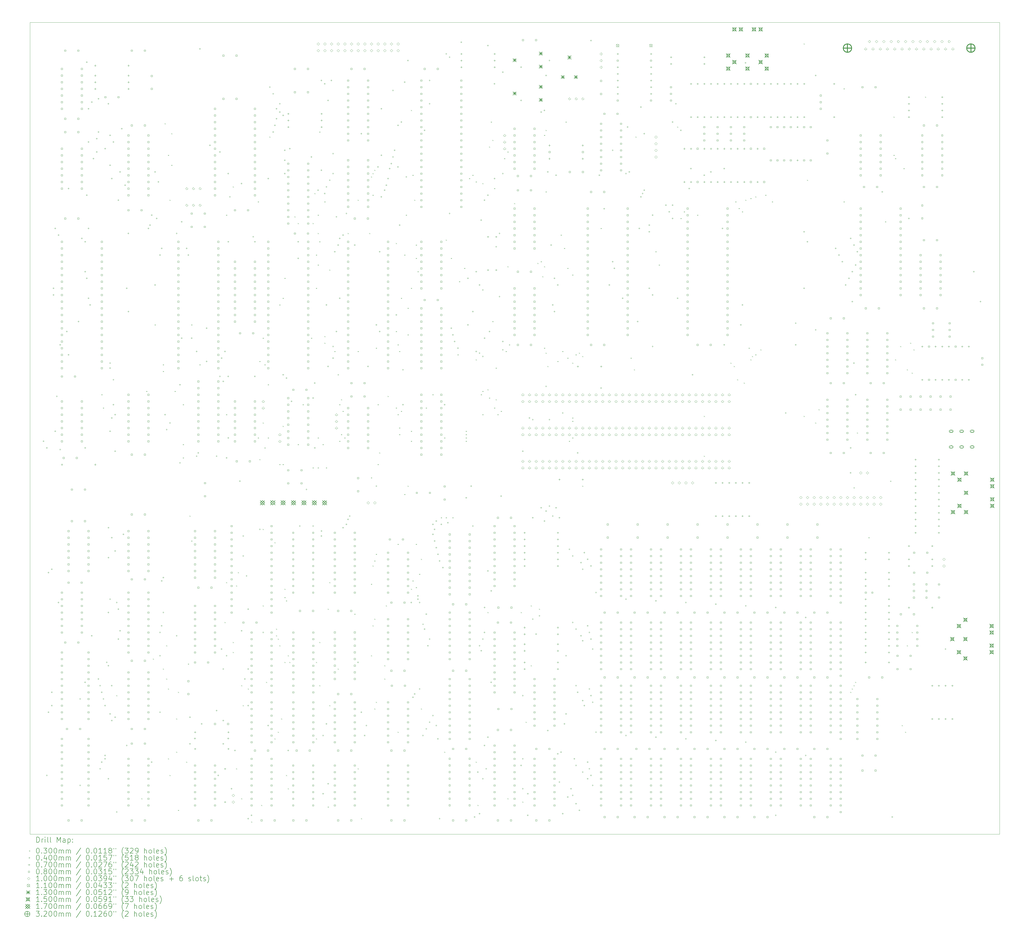
<source format=gbr>
%TF.GenerationSoftware,KiCad,Pcbnew,(6.0.8)*%
%TF.CreationDate,2022-10-19T21:35:51+01:00*%
%TF.ProjectId,DgnBeta,44676e42-6574-4612-9e6b-696361645f70,rev?*%
%TF.SameCoordinates,Original*%
%TF.FileFunction,Drillmap*%
%TF.FilePolarity,Positive*%
%FSLAX45Y45*%
G04 Gerber Fmt 4.5, Leading zero omitted, Abs format (unit mm)*
G04 Created by KiCad (PCBNEW (6.0.8)) date 2022-10-19 21:35:51*
%MOMM*%
%LPD*%
G01*
G04 APERTURE LIST*
%ADD10C,0.050000*%
%ADD11C,0.200000*%
%ADD12C,0.030000*%
%ADD13C,0.040000*%
%ADD14C,0.070000*%
%ADD15C,0.080000*%
%ADD16C,0.100000*%
%ADD17C,0.110000*%
%ADD18C,0.130000*%
%ADD19C,0.150000*%
%ADD20C,0.170000*%
%ADD21C,0.320000*%
G04 APERTURE END LIST*
D10*
X1450000Y-38500000D02*
X38450000Y-38500000D01*
X38450000Y-38500000D02*
X38450000Y-7500000D01*
X1450000Y-7500000D02*
X38450000Y-7500000D01*
X1450000Y-38500000D02*
X1450000Y-7500000D01*
D11*
D12*
X4176000Y-21702000D02*
X4206000Y-21732000D01*
X4206000Y-21702000D02*
X4176000Y-21732000D01*
X4239500Y-22210000D02*
X4269500Y-22240000D01*
X4269500Y-22210000D02*
X4239500Y-22240000D01*
X4747500Y-33195500D02*
X4777500Y-33225500D01*
X4777500Y-33195500D02*
X4747500Y-33225500D01*
X5700000Y-37132500D02*
X5730000Y-37162500D01*
X5730000Y-37132500D02*
X5700000Y-37162500D01*
X5890500Y-21575000D02*
X5920500Y-21605000D01*
X5920500Y-21575000D02*
X5890500Y-21605000D01*
X6144500Y-31798500D02*
X6174500Y-31828500D01*
X6174500Y-31798500D02*
X6144500Y-31828500D01*
X6208000Y-19035000D02*
X6238000Y-19065000D01*
X6238000Y-19035000D02*
X6208000Y-19065000D01*
X6525500Y-20559000D02*
X6555500Y-20589000D01*
X6555500Y-20559000D02*
X6525500Y-20589000D01*
X6525500Y-20813000D02*
X6555500Y-20843000D01*
X6555500Y-20813000D02*
X6525500Y-20843000D01*
X6525500Y-32179500D02*
X6555500Y-32209500D01*
X6555500Y-32179500D02*
X6525500Y-32209500D01*
X6589000Y-11351500D02*
X6619000Y-11381500D01*
X6619000Y-11351500D02*
X6589000Y-11381500D01*
X6652500Y-31290500D02*
X6682500Y-31320500D01*
X6682500Y-31290500D02*
X6652500Y-31320500D01*
X6652500Y-32560500D02*
X6682500Y-32590500D01*
X6682500Y-32560500D02*
X6652500Y-32590500D01*
X6716000Y-12558000D02*
X6746000Y-12588000D01*
X6746000Y-12558000D02*
X6716000Y-12588000D01*
X6716000Y-32941500D02*
X6746000Y-32971500D01*
X6746000Y-32941500D02*
X6716000Y-32971500D01*
X6716000Y-35608500D02*
X6746000Y-35638500D01*
X6746000Y-35608500D02*
X6716000Y-35638500D01*
X6779500Y-14272500D02*
X6809500Y-14302500D01*
X6809500Y-14272500D02*
X6779500Y-14302500D01*
X6779500Y-36243500D02*
X6809500Y-36273500D01*
X6809500Y-36243500D02*
X6779500Y-36273500D01*
X6843000Y-11732500D02*
X6873000Y-11762500D01*
X6873000Y-11732500D02*
X6843000Y-11762500D01*
X6843000Y-12939000D02*
X6873000Y-12969000D01*
X6873000Y-12939000D02*
X6843000Y-12969000D01*
X6970000Y-21575000D02*
X7000000Y-21605000D01*
X7000000Y-21575000D02*
X6970000Y-21605000D01*
X7033500Y-34084500D02*
X7063500Y-34114500D01*
X7063500Y-34084500D02*
X7033500Y-34114500D01*
X7033500Y-35354500D02*
X7063500Y-35384500D01*
X7063500Y-35354500D02*
X7033500Y-35384500D01*
X7097000Y-33068500D02*
X7127000Y-33098500D01*
X7127000Y-33068500D02*
X7097000Y-33098500D01*
X7097000Y-37577000D02*
X7127000Y-37607000D01*
X7127000Y-37577000D02*
X7097000Y-37607000D01*
X7287500Y-22083000D02*
X7317500Y-22113000D01*
X7317500Y-22083000D02*
X7287500Y-22113000D01*
X7287500Y-23607000D02*
X7317500Y-23637000D01*
X7317500Y-23607000D02*
X7287500Y-23637000D01*
X7287500Y-24115000D02*
X7317500Y-24145000D01*
X7317500Y-24115000D02*
X7287500Y-24145000D01*
X7414500Y-35735500D02*
X7444500Y-35765500D01*
X7444500Y-35735500D02*
X7414500Y-35765500D01*
X7478000Y-31989000D02*
X7508000Y-32019000D01*
X7508000Y-31989000D02*
X7478000Y-32019000D01*
X7541500Y-26337500D02*
X7571500Y-26367500D01*
X7571500Y-26337500D02*
X7541500Y-26367500D01*
X7605000Y-19035000D02*
X7635000Y-19065000D01*
X7635000Y-19035000D02*
X7605000Y-19065000D01*
X7605000Y-27290000D02*
X7635000Y-27320000D01*
X7635000Y-27290000D02*
X7605000Y-27320000D01*
X7922500Y-20559000D02*
X7952500Y-20589000D01*
X7952500Y-20559000D02*
X7922500Y-20589000D01*
X8875000Y-30401500D02*
X8905000Y-30431500D01*
X8905000Y-30401500D02*
X8875000Y-30431500D01*
X8938500Y-14844000D02*
X8968500Y-14874000D01*
X8968500Y-14844000D02*
X8938500Y-14874000D01*
X8938500Y-22464000D02*
X8968500Y-22494000D01*
X8968500Y-22464000D02*
X8938500Y-22494000D01*
X8938500Y-28877500D02*
X8968500Y-28907500D01*
X8968500Y-28877500D02*
X8938500Y-28907500D01*
X9192500Y-13764500D02*
X9222500Y-13794500D01*
X9222500Y-13764500D02*
X9192500Y-13794500D01*
X9192500Y-31163500D02*
X9222500Y-31193500D01*
X9222500Y-31163500D02*
X9192500Y-31193500D01*
X9192500Y-31544500D02*
X9222500Y-31574500D01*
X9222500Y-31544500D02*
X9192500Y-31574500D01*
X9319500Y-29004500D02*
X9349500Y-29034500D01*
X9349500Y-29004500D02*
X9319500Y-29034500D01*
X9319500Y-35989500D02*
X9349500Y-36019500D01*
X9349500Y-35989500D02*
X9319500Y-36019500D01*
X9383000Y-28496500D02*
X9413000Y-28526500D01*
X9413000Y-28496500D02*
X9383000Y-28526500D01*
X9510000Y-32814500D02*
X9540000Y-32844500D01*
X9540000Y-32814500D02*
X9510000Y-32844500D01*
X9510000Y-37132500D02*
X9540000Y-37162500D01*
X9540000Y-37132500D02*
X9510000Y-37162500D01*
X9573500Y-33576500D02*
X9603500Y-33606500D01*
X9603500Y-33576500D02*
X9573500Y-33606500D01*
X9764000Y-32941500D02*
X9794000Y-32971500D01*
X9794000Y-32941500D02*
X9764000Y-32971500D01*
X9891000Y-38021500D02*
X9921000Y-38051500D01*
X9921000Y-38021500D02*
X9891000Y-38051500D01*
X10145000Y-14336000D02*
X10175000Y-14366000D01*
X10175000Y-14336000D02*
X10145000Y-14366000D01*
X10145000Y-23353000D02*
X10175000Y-23383000D01*
X10175000Y-23353000D02*
X10145000Y-23383000D01*
X10208500Y-20432000D02*
X10238500Y-20462000D01*
X10238500Y-20432000D02*
X10208500Y-20462000D01*
X10208500Y-24178500D02*
X10238500Y-24208500D01*
X10238500Y-24178500D02*
X10208500Y-24208500D01*
X10272000Y-37386500D02*
X10302000Y-37416500D01*
X10302000Y-37386500D02*
X10272000Y-37416500D01*
X10335500Y-19543000D02*
X10365500Y-19573000D01*
X10365500Y-19543000D02*
X10335500Y-19573000D01*
X10335500Y-22781500D02*
X10365500Y-22811500D01*
X10365500Y-22781500D02*
X10335500Y-22811500D01*
X10335500Y-26845500D02*
X10365500Y-26875500D01*
X10365500Y-26845500D02*
X10335500Y-26875500D01*
X10335500Y-29766500D02*
X10365500Y-29796500D01*
X10365500Y-29766500D02*
X10335500Y-29796500D01*
X10399000Y-20559000D02*
X10429000Y-20589000D01*
X10429000Y-20559000D02*
X10399000Y-20589000D01*
X10399000Y-23734000D02*
X10429000Y-23764000D01*
X10429000Y-23734000D02*
X10399000Y-23764000D01*
X10462500Y-32687500D02*
X10492500Y-32717500D01*
X10492500Y-32687500D02*
X10462500Y-32717500D01*
X10526000Y-21321000D02*
X10556000Y-21351000D01*
X10556000Y-21321000D02*
X10526000Y-21351000D01*
X10526000Y-23353000D02*
X10556000Y-23383000D01*
X10556000Y-23353000D02*
X10526000Y-23383000D01*
X10589500Y-11859500D02*
X10619500Y-11889500D01*
X10619500Y-11859500D02*
X10589500Y-11889500D01*
X10780000Y-27353500D02*
X10810000Y-27383500D01*
X10810000Y-27353500D02*
X10780000Y-27383500D01*
X10780000Y-34846500D02*
X10810000Y-34876500D01*
X10810000Y-34846500D02*
X10780000Y-34876500D01*
X10843500Y-30655500D02*
X10873500Y-30685500D01*
X10873500Y-30655500D02*
X10843500Y-30685500D01*
X10843500Y-30909500D02*
X10873500Y-30939500D01*
X10873500Y-30909500D02*
X10843500Y-30939500D01*
X10907000Y-31036500D02*
X10937000Y-31066500D01*
X10937000Y-31036500D02*
X10907000Y-31066500D01*
X10907000Y-34592500D02*
X10937000Y-34622500D01*
X10937000Y-34592500D02*
X10907000Y-34622500D01*
X10970500Y-18273000D02*
X11000500Y-18303000D01*
X11000500Y-18273000D02*
X10970500Y-18303000D01*
X10970500Y-24369000D02*
X11000500Y-24399000D01*
X11000500Y-24369000D02*
X10970500Y-24399000D01*
X10970500Y-31290500D02*
X11000500Y-31320500D01*
X11000500Y-31290500D02*
X10970500Y-31320500D01*
X11034000Y-34084500D02*
X11064000Y-34114500D01*
X11064000Y-34084500D02*
X11034000Y-34114500D01*
X11097500Y-18019000D02*
X11127500Y-18049000D01*
X11127500Y-18019000D02*
X11097500Y-18049000D01*
X11097500Y-22908500D02*
X11127500Y-22938500D01*
X11127500Y-22908500D02*
X11097500Y-22938500D01*
X11097500Y-24369000D02*
X11127500Y-24399000D01*
X11127500Y-24369000D02*
X11097500Y-24399000D01*
X11161000Y-17257000D02*
X11191000Y-17287000D01*
X11191000Y-17257000D02*
X11161000Y-17287000D01*
X11161000Y-29131500D02*
X11191000Y-29161500D01*
X11191000Y-29131500D02*
X11161000Y-29161500D01*
X11161000Y-29449000D02*
X11191000Y-29479000D01*
X11191000Y-29449000D02*
X11161000Y-29479000D01*
X11161000Y-31925500D02*
X11191000Y-31955500D01*
X11191000Y-31925500D02*
X11161000Y-31955500D01*
X11224500Y-29576000D02*
X11254500Y-29606000D01*
X11254500Y-29576000D02*
X11224500Y-29606000D01*
X11224500Y-36243500D02*
X11254500Y-36273500D01*
X11254500Y-36243500D02*
X11224500Y-36273500D01*
X11288000Y-31671500D02*
X11318000Y-31701500D01*
X11318000Y-31671500D02*
X11288000Y-31701500D01*
X11288000Y-36751500D02*
X11318000Y-36781500D01*
X11318000Y-36751500D02*
X11288000Y-36781500D01*
X11351500Y-31925500D02*
X11381500Y-31955500D01*
X11381500Y-31925500D02*
X11351500Y-31955500D01*
X11542000Y-14907500D02*
X11572000Y-14937500D01*
X11572000Y-14907500D02*
X11542000Y-14937500D01*
X11669000Y-15161500D02*
X11699000Y-15191500D01*
X11699000Y-15161500D02*
X11669000Y-15191500D01*
X11669000Y-23607000D02*
X11699000Y-23637000D01*
X11699000Y-23607000D02*
X11669000Y-23637000D01*
X11859500Y-22083000D02*
X11889500Y-22113000D01*
X11889500Y-22083000D02*
X11859500Y-22113000D01*
X12177000Y-19543000D02*
X12207000Y-19573000D01*
X12207000Y-19543000D02*
X12177000Y-19573000D01*
X12240500Y-15161500D02*
X12270500Y-15191500D01*
X12270500Y-15161500D02*
X12240500Y-15191500D01*
X12240500Y-24496000D02*
X12270500Y-24526000D01*
X12270500Y-24496000D02*
X12240500Y-24526000D01*
X12304000Y-14018500D02*
X12334000Y-14048500D01*
X12334000Y-14018500D02*
X12304000Y-14048500D01*
X12367500Y-16368000D02*
X12397500Y-16398000D01*
X12397500Y-16368000D02*
X12367500Y-16398000D01*
X12367500Y-17638000D02*
X12397500Y-17668000D01*
X12397500Y-17638000D02*
X12367500Y-17668000D01*
X12367500Y-31925500D02*
X12397500Y-31955500D01*
X12397500Y-31925500D02*
X12367500Y-31955500D01*
X12367500Y-34846500D02*
X12397500Y-34876500D01*
X12397500Y-34846500D02*
X12367500Y-34876500D01*
X12431000Y-14844000D02*
X12461000Y-14874000D01*
X12461000Y-14844000D02*
X12431000Y-14874000D01*
X12431000Y-15542500D02*
X12461000Y-15572500D01*
X12461000Y-15542500D02*
X12431000Y-15572500D01*
X12431000Y-16749000D02*
X12461000Y-16779000D01*
X12461000Y-16749000D02*
X12431000Y-16779000D01*
X12431000Y-23353000D02*
X12461000Y-23383000D01*
X12461000Y-23353000D02*
X12431000Y-23383000D01*
X12431000Y-24496000D02*
X12461000Y-24526000D01*
X12461000Y-24496000D02*
X12431000Y-24526000D01*
X12494500Y-11669000D02*
X12524500Y-11699000D01*
X12524500Y-11669000D02*
X12494500Y-11699000D01*
X12494500Y-15860000D02*
X12524500Y-15890000D01*
X12524500Y-15860000D02*
X12494500Y-15890000D01*
X12494500Y-31163500D02*
X12524500Y-31193500D01*
X12524500Y-31163500D02*
X12494500Y-31193500D01*
X12494500Y-32814500D02*
X12524500Y-32844500D01*
X12524500Y-32814500D02*
X12494500Y-32844500D01*
X12621500Y-23607000D02*
X12651500Y-23637000D01*
X12651500Y-23607000D02*
X12621500Y-23637000D01*
X12685000Y-14336000D02*
X12715000Y-14366000D01*
X12715000Y-14336000D02*
X12685000Y-14366000D01*
X12685000Y-19479500D02*
X12715000Y-19509500D01*
X12715000Y-19479500D02*
X12685000Y-19509500D01*
X12685000Y-19733500D02*
X12715000Y-19763500D01*
X12715000Y-19733500D02*
X12685000Y-19763500D01*
X12748500Y-24496000D02*
X12778500Y-24526000D01*
X12778500Y-24496000D02*
X12748500Y-24526000D01*
X12812000Y-29893500D02*
X12842000Y-29923500D01*
X12842000Y-29893500D02*
X12812000Y-29923500D01*
X12812000Y-37450000D02*
X12842000Y-37480000D01*
X12842000Y-37450000D02*
X12812000Y-37480000D01*
X12875500Y-16939500D02*
X12905500Y-16969500D01*
X12905500Y-16939500D02*
X12875500Y-16969500D01*
X12875500Y-28877500D02*
X12905500Y-28907500D01*
X12905500Y-28877500D02*
X12875500Y-28907500D01*
X12875500Y-33576500D02*
X12905500Y-33606500D01*
X12905500Y-33576500D02*
X12875500Y-33606500D01*
X13066000Y-20051000D02*
X13096000Y-20081000D01*
X13096000Y-20051000D02*
X13066000Y-20081000D01*
X13193000Y-20940000D02*
X13223000Y-20970000D01*
X13223000Y-20940000D02*
X13193000Y-20970000D01*
X13193000Y-32179500D02*
X13223000Y-32209500D01*
X13223000Y-32179500D02*
X13193000Y-32209500D01*
X13256500Y-22083000D02*
X13286500Y-22113000D01*
X13286500Y-22083000D02*
X13256500Y-22113000D01*
X13256500Y-23480000D02*
X13286500Y-23510000D01*
X13286500Y-23480000D02*
X13256500Y-23510000D01*
X13320000Y-21892500D02*
X13350000Y-21922500D01*
X13350000Y-21892500D02*
X13320000Y-21922500D01*
X13320000Y-23226000D02*
X13350000Y-23256000D01*
X13350000Y-23226000D02*
X13320000Y-23256000D01*
X13383500Y-22337000D02*
X13413500Y-22367000D01*
X13413500Y-22337000D02*
X13383500Y-22367000D01*
X13447000Y-23353000D02*
X13477000Y-23383000D01*
X13477000Y-23353000D02*
X13447000Y-23383000D01*
X13574000Y-15542500D02*
X13604000Y-15572500D01*
X13604000Y-15542500D02*
X13574000Y-15572500D01*
X13828000Y-30084000D02*
X13858000Y-30114000D01*
X13858000Y-30084000D02*
X13828000Y-30114000D01*
X13955000Y-14272500D02*
X13985000Y-14302500D01*
X13985000Y-14272500D02*
X13955000Y-14302500D01*
X13955000Y-20051000D02*
X13985000Y-20081000D01*
X13985000Y-20051000D02*
X13955000Y-20081000D01*
X13955000Y-35989500D02*
X13985000Y-36019500D01*
X13985000Y-35989500D02*
X13955000Y-36019500D01*
X14082000Y-37894500D02*
X14112000Y-37924500D01*
X14112000Y-37894500D02*
X14082000Y-37924500D01*
X14399500Y-15542500D02*
X14429500Y-15572500D01*
X14429500Y-15542500D02*
X14399500Y-15572500D01*
X14463000Y-13383500D02*
X14493000Y-13413500D01*
X14493000Y-13383500D02*
X14463000Y-13413500D01*
X14463000Y-24877000D02*
X14493000Y-24907000D01*
X14493000Y-24877000D02*
X14463000Y-24907000D01*
X14463000Y-28941000D02*
X14493000Y-28971000D01*
X14493000Y-28941000D02*
X14463000Y-28971000D01*
X14463000Y-31671500D02*
X14493000Y-31701500D01*
X14493000Y-31671500D02*
X14463000Y-31701500D01*
X14526500Y-13256500D02*
X14556500Y-13286500D01*
X14556500Y-13256500D02*
X14526500Y-13286500D01*
X14526500Y-14082000D02*
X14556500Y-14112000D01*
X14556500Y-14082000D02*
X14526500Y-14112000D01*
X14526500Y-28242500D02*
X14556500Y-28272500D01*
X14556500Y-28242500D02*
X14526500Y-28272500D01*
X14526500Y-30528500D02*
X14556500Y-30558500D01*
X14556500Y-30528500D02*
X14526500Y-30558500D01*
X14590000Y-13129500D02*
X14620000Y-13159500D01*
X14620000Y-13129500D02*
X14590000Y-13159500D01*
X14590000Y-28052000D02*
X14620000Y-28082000D01*
X14620000Y-28052000D02*
X14590000Y-28082000D01*
X14590000Y-30274500D02*
X14620000Y-30304500D01*
X14620000Y-30274500D02*
X14590000Y-30304500D01*
X14590000Y-33703500D02*
X14620000Y-33733500D01*
X14620000Y-33703500D02*
X14590000Y-33733500D01*
X14653500Y-19924000D02*
X14683500Y-19954000D01*
X14683500Y-19924000D02*
X14653500Y-19954000D01*
X14653500Y-27798000D02*
X14683500Y-27828000D01*
X14683500Y-27798000D02*
X14653500Y-27828000D01*
X14653500Y-33449500D02*
X14683500Y-33479500D01*
X14683500Y-33449500D02*
X14653500Y-33479500D01*
X14717000Y-22083000D02*
X14747000Y-22113000D01*
X14747000Y-22083000D02*
X14717000Y-22113000D01*
X14717000Y-24369000D02*
X14747000Y-24399000D01*
X14747000Y-24369000D02*
X14717000Y-24399000D01*
X14780500Y-23924500D02*
X14810500Y-23954500D01*
X14810500Y-23924500D02*
X14780500Y-23954500D01*
X14971000Y-32052500D02*
X15001000Y-32082500D01*
X15001000Y-32052500D02*
X14971000Y-32082500D01*
X14971000Y-32560500D02*
X15001000Y-32590500D01*
X15001000Y-32560500D02*
X14971000Y-32590500D01*
X15034500Y-29766500D02*
X15064500Y-29796500D01*
X15064500Y-29766500D02*
X15034500Y-29796500D01*
X15098000Y-21765500D02*
X15128000Y-21795500D01*
X15128000Y-21765500D02*
X15098000Y-21795500D01*
X15415500Y-15923500D02*
X15445500Y-15953500D01*
X15445500Y-15923500D02*
X15415500Y-15953500D01*
X15415500Y-19289000D02*
X15445500Y-19319000D01*
X15445500Y-19289000D02*
X15415500Y-19319000D01*
X15415500Y-22210000D02*
X15445500Y-22240000D01*
X15445500Y-22210000D02*
X15415500Y-22240000D01*
X15479000Y-19797000D02*
X15509000Y-19827000D01*
X15509000Y-19797000D02*
X15479000Y-19827000D01*
X15479000Y-22464000D02*
X15509000Y-22494000D01*
X15509000Y-22464000D02*
X15479000Y-22494000D01*
X15479000Y-27417000D02*
X15509000Y-27447000D01*
X15509000Y-27417000D02*
X15479000Y-27447000D01*
X15479000Y-34592500D02*
X15509000Y-34622500D01*
X15509000Y-34592500D02*
X15479000Y-34622500D01*
X15542500Y-20051000D02*
X15572500Y-20081000D01*
X15572500Y-20051000D02*
X15542500Y-20081000D01*
X15542500Y-22972000D02*
X15572500Y-23002000D01*
X15572500Y-22972000D02*
X15542500Y-23002000D01*
X15542500Y-23226000D02*
X15572500Y-23256000D01*
X15572500Y-23226000D02*
X15542500Y-23256000D01*
X15606000Y-18019000D02*
X15636000Y-18049000D01*
X15636000Y-18019000D02*
X15606000Y-18049000D01*
X15606000Y-22337000D02*
X15636000Y-22367000D01*
X15636000Y-22337000D02*
X15606000Y-22367000D01*
X15733000Y-16368000D02*
X15763000Y-16398000D01*
X15763000Y-16368000D02*
X15733000Y-16398000D01*
X15733000Y-25512000D02*
X15763000Y-25542000D01*
X15763000Y-25512000D02*
X15733000Y-25542000D01*
X15796500Y-14844000D02*
X15826500Y-14874000D01*
X15826500Y-14844000D02*
X15796500Y-14874000D01*
X15860000Y-18400000D02*
X15890000Y-18430000D01*
X15890000Y-18400000D02*
X15860000Y-18430000D01*
X15860000Y-19416000D02*
X15890000Y-19446000D01*
X15890000Y-19416000D02*
X15860000Y-19446000D01*
X15860000Y-25194500D02*
X15890000Y-25224500D01*
X15890000Y-25194500D02*
X15860000Y-25224500D01*
X15987000Y-10843500D02*
X16017000Y-10873500D01*
X16017000Y-10843500D02*
X15987000Y-10873500D01*
X15987000Y-17638000D02*
X16017000Y-17668000D01*
X16017000Y-17638000D02*
X15987000Y-17668000D01*
X15987000Y-23099000D02*
X16017000Y-23129000D01*
X16017000Y-23099000D02*
X15987000Y-23129000D01*
X15987000Y-23480000D02*
X16017000Y-23510000D01*
X16017000Y-23480000D02*
X15987000Y-23510000D01*
X15987000Y-29131500D02*
X16017000Y-29161500D01*
X16017000Y-29131500D02*
X15987000Y-29161500D01*
X16050500Y-13320000D02*
X16080500Y-13350000D01*
X16080500Y-13320000D02*
X16050500Y-13350000D01*
X16050500Y-28814000D02*
X16080500Y-28844000D01*
X16080500Y-28814000D02*
X16050500Y-28844000D01*
X16114000Y-14272500D02*
X16144000Y-14302500D01*
X16144000Y-14272500D02*
X16114000Y-14302500D01*
X16177500Y-15987000D02*
X16207500Y-16017000D01*
X16207500Y-15987000D02*
X16177500Y-16017000D01*
X16177500Y-16495000D02*
X16207500Y-16525000D01*
X16207500Y-16495000D02*
X16177500Y-16525000D01*
X16177500Y-27417000D02*
X16207500Y-27447000D01*
X16207500Y-27417000D02*
X16177500Y-27447000D01*
X16177500Y-29068000D02*
X16207500Y-29098000D01*
X16207500Y-29068000D02*
X16177500Y-29098000D01*
X16241000Y-17003000D02*
X16271000Y-17033000D01*
X16271000Y-17003000D02*
X16241000Y-17033000D01*
X16304500Y-28560000D02*
X16334500Y-28590000D01*
X16334500Y-28560000D02*
X16304500Y-28590000D01*
X16368000Y-27988500D02*
X16398000Y-28018500D01*
X16398000Y-27988500D02*
X16368000Y-28018500D01*
X16368000Y-33703500D02*
X16398000Y-33733500D01*
X16398000Y-33703500D02*
X16368000Y-33733500D01*
X16431500Y-30465000D02*
X16461500Y-30495000D01*
X16461500Y-30465000D02*
X16431500Y-30495000D01*
X16558500Y-22210000D02*
X16588500Y-22240000D01*
X16588500Y-22210000D02*
X16558500Y-22240000D01*
X16812500Y-21702000D02*
X16842500Y-21732000D01*
X16842500Y-21702000D02*
X16812500Y-21732000D01*
X17130000Y-26401000D02*
X17160000Y-26431000D01*
X17160000Y-26401000D02*
X17130000Y-26431000D01*
X17257000Y-23353000D02*
X17287000Y-23383000D01*
X17287000Y-23353000D02*
X17257000Y-23383000D01*
X17257000Y-35354500D02*
X17287000Y-35384500D01*
X17287000Y-35354500D02*
X17257000Y-35384500D01*
X17320500Y-15796500D02*
X17350500Y-15826500D01*
X17350500Y-15796500D02*
X17320500Y-15826500D01*
X17320500Y-26401000D02*
X17350500Y-26431000D01*
X17350500Y-26401000D02*
X17320500Y-26431000D01*
X17511000Y-16495000D02*
X17541000Y-16525000D01*
X17541000Y-16495000D02*
X17511000Y-16525000D01*
X17574500Y-26401000D02*
X17604500Y-26431000D01*
X17604500Y-26401000D02*
X17574500Y-26431000D01*
X17765000Y-20178000D02*
X17795000Y-20208000D01*
X17795000Y-20178000D02*
X17765000Y-20208000D01*
X17828500Y-17384000D02*
X17858500Y-17414000D01*
X17858500Y-17384000D02*
X17828500Y-17414000D01*
X18019000Y-16876000D02*
X18049000Y-16906000D01*
X18049000Y-16876000D02*
X18019000Y-16906000D01*
X18082500Y-23099000D02*
X18112500Y-23129000D01*
X18112500Y-23099000D02*
X18082500Y-23129000D01*
X18082500Y-23226000D02*
X18112500Y-23256000D01*
X18112500Y-23226000D02*
X18082500Y-23256000D01*
X18082500Y-23353000D02*
X18112500Y-23383000D01*
X18112500Y-23353000D02*
X18082500Y-23383000D01*
X18082500Y-23480000D02*
X18112500Y-23510000D01*
X18112500Y-23480000D02*
X18082500Y-23510000D01*
X18209500Y-13447000D02*
X18239500Y-13477000D01*
X18239500Y-13447000D02*
X18209500Y-13477000D01*
X18336500Y-13320000D02*
X18366500Y-13350000D01*
X18366500Y-13320000D02*
X18336500Y-13350000D01*
X18463500Y-13574000D02*
X18493500Y-13604000D01*
X18493500Y-13574000D02*
X18463500Y-13604000D01*
X18463500Y-20368500D02*
X18493500Y-20398500D01*
X18493500Y-20368500D02*
X18463500Y-20398500D01*
X18463500Y-35735500D02*
X18493500Y-35765500D01*
X18493500Y-35735500D02*
X18463500Y-35765500D01*
X18527000Y-37386500D02*
X18557000Y-37416500D01*
X18557000Y-37386500D02*
X18527000Y-37416500D01*
X18654000Y-21702000D02*
X18684000Y-21732000D01*
X18684000Y-21702000D02*
X18654000Y-21732000D01*
X18717500Y-13637500D02*
X18747500Y-13667500D01*
X18747500Y-13637500D02*
X18717500Y-13667500D01*
X18717500Y-21575000D02*
X18747500Y-21605000D01*
X18747500Y-21575000D02*
X18717500Y-21605000D01*
X18717500Y-22464000D02*
X18747500Y-22494000D01*
X18747500Y-22464000D02*
X18717500Y-22494000D01*
X18908000Y-21511500D02*
X18938000Y-21541500D01*
X18938000Y-21511500D02*
X18908000Y-21541500D01*
X18908000Y-30020500D02*
X18938000Y-30050500D01*
X18938000Y-30020500D02*
X18908000Y-30050500D01*
X18971500Y-12240500D02*
X19001500Y-12270500D01*
X19001500Y-12240500D02*
X18971500Y-12270500D01*
X18971500Y-21829000D02*
X19001500Y-21859000D01*
X19001500Y-21829000D02*
X18971500Y-21859000D01*
X19035000Y-11288000D02*
X19065000Y-11318000D01*
X19065000Y-11288000D02*
X19035000Y-11318000D01*
X19098500Y-11986500D02*
X19128500Y-12016500D01*
X19128500Y-11986500D02*
X19098500Y-12016500D01*
X19098500Y-18908000D02*
X19128500Y-18938000D01*
X19128500Y-18908000D02*
X19098500Y-18938000D01*
X19162000Y-13828000D02*
X19192000Y-13858000D01*
X19192000Y-13828000D02*
X19162000Y-13858000D01*
X19162000Y-22210000D02*
X19192000Y-22240000D01*
X19192000Y-22210000D02*
X19162000Y-22240000D01*
X19225500Y-20686000D02*
X19255500Y-20716000D01*
X19255500Y-20686000D02*
X19225500Y-20716000D01*
X19225500Y-21892500D02*
X19255500Y-21922500D01*
X19255500Y-21892500D02*
X19225500Y-21922500D01*
X19289000Y-22464000D02*
X19319000Y-22494000D01*
X19319000Y-22464000D02*
X19289000Y-22494000D01*
X19416000Y-22337000D02*
X19446000Y-22367000D01*
X19446000Y-22337000D02*
X19416000Y-22367000D01*
X19543000Y-12685000D02*
X19573000Y-12715000D01*
X19573000Y-12685000D02*
X19543000Y-12715000D01*
X19606500Y-20051000D02*
X19636500Y-20081000D01*
X19636500Y-20051000D02*
X19606500Y-20081000D01*
X19670000Y-12431000D02*
X19700000Y-12461000D01*
X19700000Y-12431000D02*
X19670000Y-12461000D01*
X19670000Y-16812500D02*
X19700000Y-16842500D01*
X19700000Y-16812500D02*
X19670000Y-16842500D01*
X19670000Y-37132500D02*
X19700000Y-37162500D01*
X19700000Y-37132500D02*
X19670000Y-37162500D01*
X19733500Y-19797000D02*
X19763500Y-19827000D01*
X19763500Y-19797000D02*
X19733500Y-19827000D01*
X19924000Y-14399500D02*
X19954000Y-14429500D01*
X19954000Y-14399500D02*
X19924000Y-14429500D01*
X20178000Y-30020500D02*
X20208000Y-30050500D01*
X20208000Y-30020500D02*
X20178000Y-30050500D01*
X20241500Y-37259500D02*
X20271500Y-37289500D01*
X20271500Y-37259500D02*
X20241500Y-37289500D01*
X20368500Y-34211500D02*
X20398500Y-34241500D01*
X20398500Y-34211500D02*
X20368500Y-34241500D01*
X20559000Y-29766500D02*
X20589000Y-29796500D01*
X20589000Y-29766500D02*
X20559000Y-29796500D01*
X20559000Y-32052500D02*
X20589000Y-32082500D01*
X20589000Y-32052500D02*
X20559000Y-32082500D01*
X20813000Y-16685500D02*
X20843000Y-16715500D01*
X20843000Y-16685500D02*
X20813000Y-16715500D01*
X20876500Y-29893500D02*
X20906500Y-29923500D01*
X20906500Y-29893500D02*
X20876500Y-29923500D01*
X20940000Y-16622000D02*
X20970000Y-16652000D01*
X20970000Y-16622000D02*
X20940000Y-16652000D01*
X21003500Y-17193500D02*
X21033500Y-17223500D01*
X21033500Y-17193500D02*
X21003500Y-17223500D01*
X21067000Y-11796000D02*
X21097000Y-11826000D01*
X21097000Y-11796000D02*
X21067000Y-11826000D01*
X21067000Y-16812500D02*
X21097000Y-16842500D01*
X21097000Y-16812500D02*
X21067000Y-16842500D01*
X21067000Y-19924000D02*
X21097000Y-19954000D01*
X21097000Y-19924000D02*
X21067000Y-19954000D01*
X21130500Y-11605500D02*
X21160500Y-11635500D01*
X21160500Y-11605500D02*
X21130500Y-11635500D01*
X21130500Y-13955000D02*
X21160500Y-13985000D01*
X21160500Y-13955000D02*
X21130500Y-13985000D01*
X21130500Y-20114500D02*
X21160500Y-20144500D01*
X21160500Y-20114500D02*
X21130500Y-20144500D01*
X21194000Y-20622500D02*
X21224000Y-20652500D01*
X21224000Y-20622500D02*
X21194000Y-20652500D01*
X21575000Y-20432000D02*
X21605000Y-20462000D01*
X21605000Y-20432000D02*
X21575000Y-20462000D01*
X21702000Y-15606000D02*
X21732000Y-15636000D01*
X21732000Y-15606000D02*
X21702000Y-15636000D01*
X21765500Y-20051000D02*
X21795500Y-20081000D01*
X21795500Y-20051000D02*
X21765500Y-20081000D01*
X21829000Y-16114000D02*
X21859000Y-16144000D01*
X21859000Y-16114000D02*
X21829000Y-16144000D01*
X21892500Y-11288000D02*
X21922500Y-11318000D01*
X21922500Y-11288000D02*
X21892500Y-11318000D01*
X21956000Y-16876000D02*
X21986000Y-16906000D01*
X21986000Y-16876000D02*
X21956000Y-16906000D01*
X21956000Y-20305000D02*
X21986000Y-20335000D01*
X21986000Y-20305000D02*
X21956000Y-20335000D01*
X22019500Y-23480000D02*
X22049500Y-23510000D01*
X22049500Y-23480000D02*
X22019500Y-23510000D01*
X22146500Y-17130000D02*
X22176500Y-17160000D01*
X22176500Y-17130000D02*
X22146500Y-17160000D01*
X22146500Y-20495500D02*
X22176500Y-20525500D01*
X22176500Y-20495500D02*
X22146500Y-20525500D01*
X22146500Y-22591000D02*
X22176500Y-22621000D01*
X22176500Y-22591000D02*
X22146500Y-22621000D01*
X22146500Y-22718000D02*
X22176500Y-22748000D01*
X22176500Y-22718000D02*
X22146500Y-22748000D01*
X22146500Y-23353000D02*
X22176500Y-23383000D01*
X22176500Y-23353000D02*
X22146500Y-23383000D01*
X22273500Y-20178000D02*
X22303500Y-20208000D01*
X22303500Y-20178000D02*
X22273500Y-20208000D01*
X22400500Y-20114500D02*
X22430500Y-20144500D01*
X22430500Y-20114500D02*
X22400500Y-20144500D01*
X22527500Y-20241500D02*
X22557500Y-20271500D01*
X22557500Y-20241500D02*
X22527500Y-20271500D01*
X22527500Y-25194500D02*
X22557500Y-25224500D01*
X22557500Y-25194500D02*
X22527500Y-25224500D01*
X23226000Y-15352000D02*
X23256000Y-15382000D01*
X23256000Y-15352000D02*
X23226000Y-15382000D01*
X24369000Y-20305000D02*
X24399000Y-20335000D01*
X24399000Y-20305000D02*
X24369000Y-20335000D01*
X24496000Y-20749500D02*
X24526000Y-20779500D01*
X24526000Y-20749500D02*
X24496000Y-20779500D01*
X24559500Y-11859500D02*
X24589500Y-11889500D01*
X24589500Y-11859500D02*
X24559500Y-11889500D01*
X25321500Y-16241000D02*
X25351500Y-16271000D01*
X25351500Y-16241000D02*
X25321500Y-16271000D01*
X25448500Y-16749000D02*
X25478500Y-16779000D01*
X25478500Y-16749000D02*
X25448500Y-16779000D01*
X26147000Y-11478500D02*
X26177000Y-11508500D01*
X26177000Y-11478500D02*
X26147000Y-11508500D01*
X26274000Y-14971000D02*
X26304000Y-15001000D01*
X26304000Y-14971000D02*
X26274000Y-15001000D01*
X26401000Y-14717000D02*
X26431000Y-14747000D01*
X26431000Y-14717000D02*
X26401000Y-14747000D01*
X26909000Y-14844000D02*
X26939000Y-14874000D01*
X26939000Y-14844000D02*
X26909000Y-14874000D01*
X27163000Y-22527500D02*
X27193000Y-22557500D01*
X27193000Y-22527500D02*
X27163000Y-22557500D01*
X27163000Y-24051500D02*
X27193000Y-24081500D01*
X27193000Y-24051500D02*
X27163000Y-24081500D01*
X28179000Y-20495500D02*
X28209000Y-20525500D01*
X28209000Y-20495500D02*
X28179000Y-20525500D01*
X28306000Y-20622500D02*
X28336000Y-20652500D01*
X28336000Y-20622500D02*
X28306000Y-20652500D01*
X28369500Y-14336000D02*
X28399500Y-14366000D01*
X28399500Y-14336000D02*
X28369500Y-14366000D01*
X28433000Y-21130500D02*
X28463000Y-21160500D01*
X28463000Y-21130500D02*
X28433000Y-21160500D01*
X28496500Y-14590000D02*
X28526500Y-14620000D01*
X28526500Y-14590000D02*
X28496500Y-14620000D01*
X28623500Y-14717000D02*
X28653500Y-14747000D01*
X28653500Y-14717000D02*
X28623500Y-14747000D01*
X28687000Y-21257500D02*
X28717000Y-21287500D01*
X28717000Y-21257500D02*
X28687000Y-21287500D01*
X28750500Y-14272500D02*
X28780500Y-14302500D01*
X28780500Y-14272500D02*
X28750500Y-14302500D01*
X28877500Y-19924000D02*
X28907500Y-19954000D01*
X28907500Y-19924000D02*
X28877500Y-19954000D01*
X28941000Y-14209000D02*
X28971000Y-14239000D01*
X28971000Y-14209000D02*
X28941000Y-14239000D01*
X28941000Y-20368500D02*
X28971000Y-20398500D01*
X28971000Y-20368500D02*
X28941000Y-20398500D01*
X29004500Y-20241500D02*
X29034500Y-20271500D01*
X29034500Y-20241500D02*
X29004500Y-20271500D01*
X29131500Y-14145500D02*
X29161500Y-14175500D01*
X29161500Y-14145500D02*
X29131500Y-14175500D01*
X29131500Y-20178000D02*
X29161500Y-20208000D01*
X29161500Y-20178000D02*
X29131500Y-20208000D01*
X29322000Y-19987500D02*
X29352000Y-20017500D01*
X29352000Y-19987500D02*
X29322000Y-20017500D01*
X29512500Y-14082000D02*
X29542500Y-14112000D01*
X29542500Y-14082000D02*
X29512500Y-14112000D01*
X29766500Y-14336000D02*
X29796500Y-14366000D01*
X29796500Y-14336000D02*
X29766500Y-14366000D01*
X30973000Y-8303500D02*
X31003000Y-8333500D01*
X31003000Y-8303500D02*
X30973000Y-8333500D01*
X30973000Y-22527500D02*
X31003000Y-22557500D01*
X31003000Y-22527500D02*
X30973000Y-22557500D01*
X31100000Y-13510500D02*
X31130000Y-13540500D01*
X31130000Y-13510500D02*
X31100000Y-13540500D01*
X31417500Y-22781500D02*
X31447500Y-22811500D01*
X31447500Y-22781500D02*
X31417500Y-22811500D01*
X31544500Y-22273500D02*
X31574500Y-22303500D01*
X31574500Y-22273500D02*
X31544500Y-22303500D01*
X32497000Y-10018000D02*
X32527000Y-10048000D01*
X32527000Y-10018000D02*
X32497000Y-10048000D01*
X32497000Y-14336000D02*
X32527000Y-14366000D01*
X32527000Y-14336000D02*
X32497000Y-14366000D01*
X32751000Y-33068500D02*
X32781000Y-33098500D01*
X32781000Y-33068500D02*
X32751000Y-33098500D01*
X32814500Y-32941500D02*
X32844500Y-32971500D01*
X32844500Y-32941500D02*
X32814500Y-32971500D01*
X32878000Y-25258000D02*
X32908000Y-25288000D01*
X32908000Y-25258000D02*
X32878000Y-25288000D01*
X32878000Y-32814500D02*
X32908000Y-32844500D01*
X32908000Y-32814500D02*
X32878000Y-32844500D01*
X32941500Y-32687500D02*
X32971500Y-32717500D01*
X32971500Y-32687500D02*
X32941500Y-32717500D01*
X33005000Y-23162500D02*
X33035000Y-23192500D01*
X33035000Y-23162500D02*
X33005000Y-23192500D01*
X33449500Y-27163000D02*
X33479500Y-27193000D01*
X33479500Y-27163000D02*
X33449500Y-27193000D01*
X34084500Y-15098000D02*
X34114500Y-15128000D01*
X34114500Y-15098000D02*
X34084500Y-15128000D01*
X34275000Y-25004000D02*
X34305000Y-25034000D01*
X34305000Y-25004000D02*
X34275000Y-25034000D01*
X34402000Y-11097500D02*
X34432000Y-11127500D01*
X34432000Y-11097500D02*
X34402000Y-11127500D01*
X34402000Y-12558000D02*
X34432000Y-12588000D01*
X34432000Y-12558000D02*
X34402000Y-12588000D01*
X34465500Y-12685000D02*
X34495500Y-12715000D01*
X34495500Y-12685000D02*
X34465500Y-12715000D01*
X34465500Y-20368500D02*
X34495500Y-20398500D01*
X34495500Y-20368500D02*
X34465500Y-20398500D01*
X34656000Y-19860500D02*
X34686000Y-19890500D01*
X34686000Y-19860500D02*
X34656000Y-19890500D01*
X34719500Y-34338500D02*
X34749500Y-34368500D01*
X34749500Y-34338500D02*
X34719500Y-34368500D01*
X34783000Y-13066000D02*
X34813000Y-13096000D01*
X34813000Y-13066000D02*
X34783000Y-13096000D01*
X34846500Y-34592500D02*
X34876500Y-34622500D01*
X34876500Y-34592500D02*
X34846500Y-34622500D01*
X34910000Y-20749500D02*
X34940000Y-20779500D01*
X34940000Y-20749500D02*
X34910000Y-20779500D01*
X34910000Y-31290500D02*
X34940000Y-31320500D01*
X34940000Y-31290500D02*
X34910000Y-31320500D01*
X35037000Y-19733500D02*
X35067000Y-19763500D01*
X35067000Y-19733500D02*
X35037000Y-19763500D01*
X35100500Y-20876500D02*
X35130500Y-20906500D01*
X35130500Y-20876500D02*
X35100500Y-20906500D01*
X35100500Y-30782500D02*
X35130500Y-30812500D01*
X35130500Y-30782500D02*
X35100500Y-30812500D01*
X35164000Y-19987500D02*
X35194000Y-20017500D01*
X35194000Y-19987500D02*
X35164000Y-20017500D01*
X35608500Y-10335500D02*
X35638500Y-10365500D01*
X35638500Y-10335500D02*
X35608500Y-10365500D01*
D13*
X1988500Y-23495000D02*
G75*
G03*
X1988500Y-23495000I-20000J0D01*
G01*
X2115500Y-23749000D02*
G75*
G03*
X2115500Y-23749000I-20000J0D01*
G01*
X2115500Y-36258500D02*
G75*
G03*
X2115500Y-36258500I-20000J0D01*
G01*
X2179000Y-28511500D02*
G75*
G03*
X2179000Y-28511500I-20000J0D01*
G01*
X2179000Y-33845500D02*
G75*
G03*
X2179000Y-33845500I-20000J0D01*
G01*
X2306000Y-28384500D02*
G75*
G03*
X2306000Y-28384500I-20000J0D01*
G01*
X2306000Y-33083500D02*
G75*
G03*
X2306000Y-33083500I-20000J0D01*
G01*
X2306000Y-33591500D02*
G75*
G03*
X2306000Y-33591500I-20000J0D01*
G01*
X2369500Y-17653000D02*
G75*
G03*
X2369500Y-17653000I-20000J0D01*
G01*
X2369500Y-17907000D02*
G75*
G03*
X2369500Y-17907000I-20000J0D01*
G01*
X2433000Y-15367000D02*
G75*
G03*
X2433000Y-15367000I-20000J0D01*
G01*
X2433000Y-23114000D02*
G75*
G03*
X2433000Y-23114000I-20000J0D01*
G01*
X2496500Y-21780500D02*
G75*
G03*
X2496500Y-21780500I-20000J0D01*
G01*
X2560000Y-15621000D02*
G75*
G03*
X2560000Y-15621000I-20000J0D01*
G01*
X2560000Y-29654500D02*
G75*
G03*
X2560000Y-29654500I-20000J0D01*
G01*
X2623500Y-19812000D02*
G75*
G03*
X2623500Y-19812000I-20000J0D01*
G01*
X2623500Y-23812500D02*
G75*
G03*
X2623500Y-23812500I-20000J0D01*
G01*
X2877500Y-19304000D02*
G75*
G03*
X2877500Y-19304000I-20000J0D01*
G01*
X2941000Y-13843000D02*
G75*
G03*
X2941000Y-13843000I-20000J0D01*
G01*
X2941000Y-20193000D02*
G75*
G03*
X2941000Y-20193000I-20000J0D01*
G01*
X3322000Y-18923000D02*
G75*
G03*
X3322000Y-18923000I-20000J0D01*
G01*
X3385500Y-33337500D02*
G75*
G03*
X3385500Y-33337500I-20000J0D01*
G01*
X3385500Y-36639500D02*
G75*
G03*
X3385500Y-36639500I-20000J0D01*
G01*
X3449000Y-15748000D02*
G75*
G03*
X3449000Y-15748000I-20000J0D01*
G01*
X3576000Y-15875000D02*
G75*
G03*
X3576000Y-15875000I-20000J0D01*
G01*
X3576000Y-17018000D02*
G75*
G03*
X3576000Y-17018000I-20000J0D01*
G01*
X3576000Y-23749000D02*
G75*
G03*
X3576000Y-23749000I-20000J0D01*
G01*
X3576000Y-32702500D02*
G75*
G03*
X3576000Y-32702500I-20000J0D01*
G01*
X3639500Y-9017000D02*
G75*
G03*
X3639500Y-9017000I-20000J0D01*
G01*
X3639500Y-14097000D02*
G75*
G03*
X3639500Y-14097000I-20000J0D01*
G01*
X3639500Y-17272000D02*
G75*
G03*
X3639500Y-17272000I-20000J0D01*
G01*
X3703000Y-10795000D02*
G75*
G03*
X3703000Y-10795000I-20000J0D01*
G01*
X3703000Y-12065000D02*
G75*
G03*
X3703000Y-12065000I-20000J0D01*
G01*
X3703000Y-15367000D02*
G75*
G03*
X3703000Y-15367000I-20000J0D01*
G01*
X3703000Y-18034000D02*
G75*
G03*
X3703000Y-18034000I-20000J0D01*
G01*
X3766500Y-18288000D02*
G75*
G03*
X3766500Y-18288000I-20000J0D01*
G01*
X3830000Y-10541000D02*
G75*
G03*
X3830000Y-10541000I-20000J0D01*
G01*
X3830000Y-30924500D02*
G75*
G03*
X3830000Y-30924500I-20000J0D01*
G01*
X3893500Y-12700000D02*
G75*
G03*
X3893500Y-12700000I-20000J0D01*
G01*
X4020500Y-11938000D02*
G75*
G03*
X4020500Y-11938000I-20000J0D01*
G01*
X4020500Y-12446000D02*
G75*
G03*
X4020500Y-12446000I-20000J0D01*
G01*
X4084000Y-10414000D02*
G75*
G03*
X4084000Y-10414000I-20000J0D01*
G01*
X4084000Y-11684000D02*
G75*
G03*
X4084000Y-11684000I-20000J0D01*
G01*
X4084000Y-32575500D02*
G75*
G03*
X4084000Y-32575500I-20000J0D01*
G01*
X4147500Y-32829500D02*
G75*
G03*
X4147500Y-32829500I-20000J0D01*
G01*
X4147500Y-36004500D02*
G75*
G03*
X4147500Y-36004500I-20000J0D01*
G01*
X4211000Y-33083500D02*
G75*
G03*
X4211000Y-33083500I-20000J0D01*
G01*
X4211000Y-35750500D02*
G75*
G03*
X4211000Y-35750500I-20000J0D01*
G01*
X4274500Y-33337500D02*
G75*
G03*
X4274500Y-33337500I-20000J0D01*
G01*
X4338000Y-12319000D02*
G75*
G03*
X4338000Y-12319000I-20000J0D01*
G01*
X4338000Y-33591500D02*
G75*
G03*
X4338000Y-33591500I-20000J0D01*
G01*
X4338000Y-35496500D02*
G75*
G03*
X4338000Y-35496500I-20000J0D01*
G01*
X4338000Y-35623500D02*
G75*
G03*
X4338000Y-35623500I-20000J0D01*
G01*
X4401500Y-31940500D02*
G75*
G03*
X4401500Y-31940500I-20000J0D01*
G01*
X4465000Y-10604500D02*
G75*
G03*
X4465000Y-10604500I-20000J0D01*
G01*
X4465000Y-26797000D02*
G75*
G03*
X4465000Y-26797000I-20000J0D01*
G01*
X4465000Y-27940000D02*
G75*
G03*
X4465000Y-27940000I-20000J0D01*
G01*
X4465000Y-30035500D02*
G75*
G03*
X4465000Y-30035500I-20000J0D01*
G01*
X4465000Y-32067500D02*
G75*
G03*
X4465000Y-32067500I-20000J0D01*
G01*
X4465000Y-36385500D02*
G75*
G03*
X4465000Y-36385500I-20000J0D01*
G01*
X4528500Y-11811000D02*
G75*
G03*
X4528500Y-11811000I-20000J0D01*
G01*
X4528500Y-12954000D02*
G75*
G03*
X4528500Y-12954000I-20000J0D01*
G01*
X4528500Y-20510500D02*
G75*
G03*
X4528500Y-20510500I-20000J0D01*
G01*
X4528500Y-20701000D02*
G75*
G03*
X4528500Y-20701000I-20000J0D01*
G01*
X4528500Y-23114000D02*
G75*
G03*
X4528500Y-23114000I-20000J0D01*
G01*
X4528500Y-29527500D02*
G75*
G03*
X4528500Y-29527500I-20000J0D01*
G01*
X4528500Y-33909000D02*
G75*
G03*
X4528500Y-33909000I-20000J0D01*
G01*
X4592000Y-13462000D02*
G75*
G03*
X4592000Y-13462000I-20000J0D01*
G01*
X4592000Y-22606000D02*
G75*
G03*
X4592000Y-22606000I-20000J0D01*
G01*
X4592000Y-27178000D02*
G75*
G03*
X4592000Y-27178000I-20000J0D01*
G01*
X4592000Y-32829500D02*
G75*
G03*
X4592000Y-32829500I-20000J0D01*
G01*
X4592000Y-34163000D02*
G75*
G03*
X4592000Y-34163000I-20000J0D01*
G01*
X4655500Y-12065000D02*
G75*
G03*
X4655500Y-12065000I-20000J0D01*
G01*
X4655500Y-21145500D02*
G75*
G03*
X4655500Y-21145500I-20000J0D01*
G01*
X4655500Y-22098000D02*
G75*
G03*
X4655500Y-22098000I-20000J0D01*
G01*
X4719000Y-22479000D02*
G75*
G03*
X4719000Y-22479000I-20000J0D01*
G01*
X4719000Y-23876000D02*
G75*
G03*
X4719000Y-23876000I-20000J0D01*
G01*
X4719000Y-27686000D02*
G75*
G03*
X4719000Y-27686000I-20000J0D01*
G01*
X4719000Y-34036000D02*
G75*
G03*
X4719000Y-34036000I-20000J0D01*
G01*
X4782500Y-29654500D02*
G75*
G03*
X4782500Y-29654500I-20000J0D01*
G01*
X4782500Y-37655500D02*
G75*
G03*
X4782500Y-37655500I-20000J0D01*
G01*
X4846000Y-14287500D02*
G75*
G03*
X4846000Y-14287500I-20000J0D01*
G01*
X4846000Y-29908500D02*
G75*
G03*
X4846000Y-29908500I-20000J0D01*
G01*
X4846000Y-31051500D02*
G75*
G03*
X4846000Y-31051500I-20000J0D01*
G01*
X4909500Y-13208000D02*
G75*
G03*
X4909500Y-13208000I-20000J0D01*
G01*
X4909500Y-30734000D02*
G75*
G03*
X4909500Y-30734000I-20000J0D01*
G01*
X4973000Y-11557000D02*
G75*
G03*
X4973000Y-11557000I-20000J0D01*
G01*
X5036500Y-27051000D02*
G75*
G03*
X5036500Y-27051000I-20000J0D01*
G01*
X5100000Y-13716000D02*
G75*
G03*
X5100000Y-13716000I-20000J0D01*
G01*
X5163500Y-17653000D02*
G75*
G03*
X5163500Y-17653000I-20000J0D01*
G01*
X5163500Y-35115500D02*
G75*
G03*
X5163500Y-35115500I-20000J0D01*
G01*
X5227000Y-15557500D02*
G75*
G03*
X5227000Y-15557500I-20000J0D01*
G01*
X5227000Y-18542000D02*
G75*
G03*
X5227000Y-18542000I-20000J0D01*
G01*
X5989000Y-15367000D02*
G75*
G03*
X5989000Y-15367000I-20000J0D01*
G01*
X6052500Y-15240000D02*
G75*
G03*
X6052500Y-15240000I-20000J0D01*
G01*
X6116000Y-14859000D02*
G75*
G03*
X6116000Y-14859000I-20000J0D01*
G01*
X6116000Y-35750500D02*
G75*
G03*
X6116000Y-35750500I-20000J0D01*
G01*
X6243000Y-13208000D02*
G75*
G03*
X6243000Y-13208000I-20000J0D01*
G01*
X6243000Y-17526000D02*
G75*
G03*
X6243000Y-17526000I-20000J0D01*
G01*
X6306500Y-14986000D02*
G75*
G03*
X6306500Y-14986000I-20000J0D01*
G01*
X6370000Y-13589000D02*
G75*
G03*
X6370000Y-13589000I-20000J0D01*
G01*
X6433500Y-16383000D02*
G75*
G03*
X6433500Y-16383000I-20000J0D01*
G01*
X6433500Y-30797500D02*
G75*
G03*
X6433500Y-30797500I-20000J0D01*
G01*
X6433500Y-31686500D02*
G75*
G03*
X6433500Y-31686500I-20000J0D01*
G01*
X6433500Y-33845500D02*
G75*
G03*
X6433500Y-33845500I-20000J0D01*
G01*
X6497000Y-16129000D02*
G75*
G03*
X6497000Y-16129000I-20000J0D01*
G01*
X6497000Y-28829000D02*
G75*
G03*
X6497000Y-28829000I-20000J0D01*
G01*
X6497000Y-30543500D02*
G75*
G03*
X6497000Y-30543500I-20000J0D01*
G01*
X6560500Y-28702000D02*
G75*
G03*
X6560500Y-28702000I-20000J0D01*
G01*
X6560500Y-30035500D02*
G75*
G03*
X6560500Y-30035500I-20000J0D01*
G01*
X6624000Y-22479000D02*
G75*
G03*
X6624000Y-22479000I-20000J0D01*
G01*
X6687500Y-23050500D02*
G75*
G03*
X6687500Y-23050500I-20000J0D01*
G01*
X6814500Y-22796500D02*
G75*
G03*
X6814500Y-22796500I-20000J0D01*
G01*
X7068500Y-15557500D02*
G75*
G03*
X7068500Y-15557500I-20000J0D01*
G01*
X7068500Y-30924500D02*
G75*
G03*
X7068500Y-30924500I-20000J0D01*
G01*
X7195500Y-21336000D02*
G75*
G03*
X7195500Y-21336000I-20000J0D01*
G01*
X7195500Y-24320500D02*
G75*
G03*
X7195500Y-24320500I-20000J0D01*
G01*
X7259000Y-15113000D02*
G75*
G03*
X7259000Y-15113000I-20000J0D01*
G01*
X7259000Y-19558000D02*
G75*
G03*
X7259000Y-19558000I-20000J0D01*
G01*
X7449500Y-16129000D02*
G75*
G03*
X7449500Y-16129000I-20000J0D01*
G01*
X7513000Y-16383000D02*
G75*
G03*
X7513000Y-16383000I-20000J0D01*
G01*
X7576500Y-34036000D02*
G75*
G03*
X7576500Y-34036000I-20000J0D01*
G01*
X7576500Y-35052000D02*
G75*
G03*
X7576500Y-35052000I-20000J0D01*
G01*
X7640000Y-19558000D02*
G75*
G03*
X7640000Y-19558000I-20000J0D01*
G01*
X7830500Y-20066000D02*
G75*
G03*
X7830500Y-20066000I-20000J0D01*
G01*
X7830500Y-24066500D02*
G75*
G03*
X7830500Y-24066500I-20000J0D01*
G01*
X7894000Y-23939500D02*
G75*
G03*
X7894000Y-23939500I-20000J0D01*
G01*
X7957500Y-8509000D02*
G75*
G03*
X7957500Y-8509000I-20000J0D01*
G01*
X8021000Y-34290000D02*
G75*
G03*
X8021000Y-34290000I-20000J0D01*
G01*
X8211500Y-19177000D02*
G75*
G03*
X8211500Y-19177000I-20000J0D01*
G01*
X8211500Y-20447000D02*
G75*
G03*
X8211500Y-20447000I-20000J0D01*
G01*
X8338500Y-12192000D02*
G75*
G03*
X8338500Y-12192000I-20000J0D01*
G01*
X8592500Y-24066500D02*
G75*
G03*
X8592500Y-24066500I-20000J0D01*
G01*
X8592500Y-33782000D02*
G75*
G03*
X8592500Y-33782000I-20000J0D01*
G01*
X8656000Y-36258500D02*
G75*
G03*
X8656000Y-36258500I-20000J0D01*
G01*
X8719500Y-12446000D02*
G75*
G03*
X8719500Y-12446000I-20000J0D01*
G01*
X8719500Y-21018500D02*
G75*
G03*
X8719500Y-21018500I-20000J0D01*
G01*
X8783000Y-20320000D02*
G75*
G03*
X8783000Y-20320000I-20000J0D01*
G01*
X8783000Y-31432500D02*
G75*
G03*
X8783000Y-31432500I-20000J0D01*
G01*
X8846500Y-21209000D02*
G75*
G03*
X8846500Y-21209000I-20000J0D01*
G01*
X8846500Y-32194500D02*
G75*
G03*
X8846500Y-32194500I-20000J0D01*
G01*
X8846500Y-34163000D02*
G75*
G03*
X8846500Y-34163000I-20000J0D01*
G01*
X8846500Y-35052000D02*
G75*
G03*
X8846500Y-35052000I-20000J0D01*
G01*
X8910000Y-20066000D02*
G75*
G03*
X8910000Y-20066000I-20000J0D01*
G01*
X8973500Y-24130000D02*
G75*
G03*
X8973500Y-24130000I-20000J0D01*
G01*
X8973500Y-31686500D02*
G75*
G03*
X8973500Y-31686500I-20000J0D01*
G01*
X9037000Y-13271500D02*
G75*
G03*
X9037000Y-13271500I-20000J0D01*
G01*
X9037000Y-15875000D02*
G75*
G03*
X9037000Y-15875000I-20000J0D01*
G01*
X9037000Y-21018500D02*
G75*
G03*
X9037000Y-21018500I-20000J0D01*
G01*
X9037000Y-23368000D02*
G75*
G03*
X9037000Y-23368000I-20000J0D01*
G01*
X9100500Y-14160500D02*
G75*
G03*
X9100500Y-14160500I-20000J0D01*
G01*
X9164000Y-36766500D02*
G75*
G03*
X9164000Y-36766500I-20000J0D01*
G01*
X9291000Y-35306000D02*
G75*
G03*
X9291000Y-35306000I-20000J0D01*
G01*
X9481500Y-25019000D02*
G75*
G03*
X9481500Y-25019000I-20000J0D01*
G01*
X9545000Y-13652500D02*
G75*
G03*
X9545000Y-13652500I-20000J0D01*
G01*
X9545000Y-30734000D02*
G75*
G03*
X9545000Y-30734000I-20000J0D01*
G01*
X9608500Y-27114500D02*
G75*
G03*
X9608500Y-27114500I-20000J0D01*
G01*
X9608500Y-27876500D02*
G75*
G03*
X9608500Y-27876500I-20000J0D01*
G01*
X9672000Y-32575500D02*
G75*
G03*
X9672000Y-32575500I-20000J0D01*
G01*
X9735500Y-28638500D02*
G75*
G03*
X9735500Y-28638500I-20000J0D01*
G01*
X9799000Y-29908500D02*
G75*
G03*
X9799000Y-29908500I-20000J0D01*
G01*
X9799000Y-32194500D02*
G75*
G03*
X9799000Y-32194500I-20000J0D01*
G01*
X9799000Y-33591500D02*
G75*
G03*
X9799000Y-33591500I-20000J0D01*
G01*
X9799000Y-37909500D02*
G75*
G03*
X9799000Y-37909500I-20000J0D01*
G01*
X9926000Y-37782500D02*
G75*
G03*
X9926000Y-37782500I-20000J0D01*
G01*
X9989500Y-15684500D02*
G75*
G03*
X9989500Y-15684500I-20000J0D01*
G01*
X10053000Y-15875000D02*
G75*
G03*
X10053000Y-15875000I-20000J0D01*
G01*
X10053000Y-21018500D02*
G75*
G03*
X10053000Y-21018500I-20000J0D01*
G01*
X10243500Y-26860500D02*
G75*
G03*
X10243500Y-26860500I-20000J0D01*
G01*
X10370500Y-30797500D02*
G75*
G03*
X10370500Y-30797500I-20000J0D01*
G01*
X10561000Y-13462000D02*
G75*
G03*
X10561000Y-13462000I-20000J0D01*
G01*
X10561000Y-34353500D02*
G75*
G03*
X10561000Y-34353500I-20000J0D01*
G01*
X10624500Y-9969500D02*
G75*
G03*
X10624500Y-9969500I-20000J0D01*
G01*
X10751500Y-10223500D02*
G75*
G03*
X10751500Y-10223500I-20000J0D01*
G01*
X10751500Y-11684000D02*
G75*
G03*
X10751500Y-11684000I-20000J0D01*
G01*
X10815000Y-11430000D02*
G75*
G03*
X10815000Y-11430000I-20000J0D01*
G01*
X10878500Y-10795000D02*
G75*
G03*
X10878500Y-10795000I-20000J0D01*
G01*
X10878500Y-11176000D02*
G75*
G03*
X10878500Y-11176000I-20000J0D01*
G01*
X11005500Y-10604500D02*
G75*
G03*
X11005500Y-10604500I-20000J0D01*
G01*
X11005500Y-10922000D02*
G75*
G03*
X11005500Y-10922000I-20000J0D01*
G01*
X11132500Y-11049000D02*
G75*
G03*
X11132500Y-11049000I-20000J0D01*
G01*
X11132500Y-20955000D02*
G75*
G03*
X11132500Y-20955000I-20000J0D01*
G01*
X11196000Y-12382500D02*
G75*
G03*
X11196000Y-12382500I-20000J0D01*
G01*
X11196000Y-12763500D02*
G75*
G03*
X11196000Y-12763500I-20000J0D01*
G01*
X11196000Y-13271500D02*
G75*
G03*
X11196000Y-13271500I-20000J0D01*
G01*
X11259500Y-21082000D02*
G75*
G03*
X11259500Y-21082000I-20000J0D01*
G01*
X11323000Y-35306000D02*
G75*
G03*
X11323000Y-35306000I-20000J0D01*
G01*
X11386500Y-12319000D02*
G75*
G03*
X11386500Y-12319000I-20000J0D01*
G01*
X11450000Y-21971000D02*
G75*
G03*
X11450000Y-21971000I-20000J0D01*
G01*
X11704000Y-15875000D02*
G75*
G03*
X11704000Y-15875000I-20000J0D01*
G01*
X11704000Y-16510000D02*
G75*
G03*
X11704000Y-16510000I-20000J0D01*
G01*
X11767500Y-26733500D02*
G75*
G03*
X11767500Y-26733500I-20000J0D01*
G01*
X12021500Y-25336500D02*
G75*
G03*
X12021500Y-25336500I-20000J0D01*
G01*
X12212000Y-12636500D02*
G75*
G03*
X12212000Y-12636500I-20000J0D01*
G01*
X12275500Y-21844000D02*
G75*
G03*
X12275500Y-21844000I-20000J0D01*
G01*
X12275500Y-26733500D02*
G75*
G03*
X12275500Y-26733500I-20000J0D01*
G01*
X12339000Y-21272500D02*
G75*
G03*
X12339000Y-21272500I-20000J0D01*
G01*
X12339000Y-23749000D02*
G75*
G03*
X12339000Y-23749000I-20000J0D01*
G01*
X12466000Y-13906500D02*
G75*
G03*
X12466000Y-13906500I-20000J0D01*
G01*
X12593000Y-9715500D02*
G75*
G03*
X12593000Y-9715500I-20000J0D01*
G01*
X12593000Y-13144500D02*
G75*
G03*
X12593000Y-13144500I-20000J0D01*
G01*
X12593000Y-26924000D02*
G75*
G03*
X12593000Y-26924000I-20000J0D01*
G01*
X12593000Y-27114500D02*
G75*
G03*
X12593000Y-27114500I-20000J0D01*
G01*
X12656500Y-34734500D02*
G75*
G03*
X12656500Y-34734500I-20000J0D01*
G01*
X12656500Y-36957000D02*
G75*
G03*
X12656500Y-36957000I-20000J0D01*
G01*
X12720000Y-9842500D02*
G75*
G03*
X12720000Y-9842500I-20000J0D01*
G01*
X12720000Y-14033500D02*
G75*
G03*
X12720000Y-14033500I-20000J0D01*
G01*
X12783500Y-13779500D02*
G75*
G03*
X12783500Y-13779500I-20000J0D01*
G01*
X12783500Y-18288000D02*
G75*
G03*
X12783500Y-18288000I-20000J0D01*
G01*
X12783500Y-34290000D02*
G75*
G03*
X12783500Y-34290000I-20000J0D01*
G01*
X12847000Y-10477500D02*
G75*
G03*
X12847000Y-10477500I-20000J0D01*
G01*
X12847000Y-20637500D02*
G75*
G03*
X12847000Y-20637500I-20000J0D01*
G01*
X12847000Y-36576000D02*
G75*
G03*
X12847000Y-36576000I-20000J0D01*
G01*
X12910500Y-13525500D02*
G75*
G03*
X12910500Y-13525500I-20000J0D01*
G01*
X12974000Y-9715500D02*
G75*
G03*
X12974000Y-9715500I-20000J0D01*
G01*
X13037500Y-12509500D02*
G75*
G03*
X13037500Y-12509500I-20000J0D01*
G01*
X13037500Y-13271500D02*
G75*
G03*
X13037500Y-13271500I-20000J0D01*
G01*
X13037500Y-19875500D02*
G75*
G03*
X13037500Y-19875500I-20000J0D01*
G01*
X13037500Y-20320000D02*
G75*
G03*
X13037500Y-20320000I-20000J0D01*
G01*
X13101000Y-16256000D02*
G75*
G03*
X13101000Y-16256000I-20000J0D01*
G01*
X13164500Y-14922500D02*
G75*
G03*
X13164500Y-14922500I-20000J0D01*
G01*
X13164500Y-19304000D02*
G75*
G03*
X13164500Y-19304000I-20000J0D01*
G01*
X13228000Y-16002000D02*
G75*
G03*
X13228000Y-16002000I-20000J0D01*
G01*
X13291500Y-15748000D02*
G75*
G03*
X13291500Y-15748000I-20000J0D01*
G01*
X13291500Y-18034000D02*
G75*
G03*
X13291500Y-18034000I-20000J0D01*
G01*
X13418500Y-15621000D02*
G75*
G03*
X13418500Y-15621000I-20000J0D01*
G01*
X13418500Y-26797000D02*
G75*
G03*
X13418500Y-26797000I-20000J0D01*
G01*
X13545500Y-14795500D02*
G75*
G03*
X13545500Y-14795500I-20000J0D01*
G01*
X13545500Y-26670000D02*
G75*
G03*
X13545500Y-26670000I-20000J0D01*
G01*
X13609000Y-26479500D02*
G75*
G03*
X13609000Y-26479500I-20000J0D01*
G01*
X13672500Y-26352500D02*
G75*
G03*
X13672500Y-26352500I-20000J0D01*
G01*
X13863000Y-16002000D02*
G75*
G03*
X13863000Y-16002000I-20000J0D01*
G01*
X13990000Y-31940500D02*
G75*
G03*
X13990000Y-31940500I-20000J0D01*
G01*
X14117000Y-11747500D02*
G75*
G03*
X14117000Y-11747500I-20000J0D01*
G01*
X14117000Y-33845500D02*
G75*
G03*
X14117000Y-33845500I-20000J0D01*
G01*
X14244000Y-34734500D02*
G75*
G03*
X14244000Y-34734500I-20000J0D01*
G01*
X14307500Y-34353500D02*
G75*
G03*
X14307500Y-34353500I-20000J0D01*
G01*
X14371000Y-20637500D02*
G75*
G03*
X14371000Y-20637500I-20000J0D01*
G01*
X14688500Y-19050000D02*
G75*
G03*
X14688500Y-19050000I-20000J0D01*
G01*
X14688500Y-25209500D02*
G75*
G03*
X14688500Y-25209500I-20000J0D01*
G01*
X14752000Y-13017500D02*
G75*
G03*
X14752000Y-13017500I-20000J0D01*
G01*
X14815500Y-16256000D02*
G75*
G03*
X14815500Y-16256000I-20000J0D01*
G01*
X14815500Y-19304000D02*
G75*
G03*
X14815500Y-19304000I-20000J0D01*
G01*
X14879000Y-10795000D02*
G75*
G03*
X14879000Y-10795000I-20000J0D01*
G01*
X14879000Y-12573000D02*
G75*
G03*
X14879000Y-12573000I-20000J0D01*
G01*
X14879000Y-14160500D02*
G75*
G03*
X14879000Y-14160500I-20000J0D01*
G01*
X15006000Y-13906500D02*
G75*
G03*
X15006000Y-13906500I-20000J0D01*
G01*
X15069500Y-13716000D02*
G75*
G03*
X15069500Y-13716000I-20000J0D01*
G01*
X15133000Y-13462000D02*
G75*
G03*
X15133000Y-13462000I-20000J0D01*
G01*
X15196500Y-13081000D02*
G75*
G03*
X15196500Y-13081000I-20000J0D01*
G01*
X15260000Y-12890500D02*
G75*
G03*
X15260000Y-12890500I-20000J0D01*
G01*
X15323500Y-10096500D02*
G75*
G03*
X15323500Y-10096500I-20000J0D01*
G01*
X15323500Y-12636500D02*
G75*
G03*
X15323500Y-12636500I-20000J0D01*
G01*
X15387000Y-12382500D02*
G75*
G03*
X15387000Y-12382500I-20000J0D01*
G01*
X15450500Y-18669000D02*
G75*
G03*
X15450500Y-18669000I-20000J0D01*
G01*
X15514000Y-11430000D02*
G75*
G03*
X15514000Y-11430000I-20000J0D01*
G01*
X15514000Y-13017500D02*
G75*
G03*
X15514000Y-13017500I-20000J0D01*
G01*
X15577500Y-15240000D02*
G75*
G03*
X15577500Y-15240000I-20000J0D01*
G01*
X15641000Y-11303000D02*
G75*
G03*
X15641000Y-11303000I-20000J0D01*
G01*
X15704500Y-20764500D02*
G75*
G03*
X15704500Y-20764500I-20000J0D01*
G01*
X15704500Y-22098000D02*
G75*
G03*
X15704500Y-22098000I-20000J0D01*
G01*
X15768000Y-9779000D02*
G75*
G03*
X15768000Y-9779000I-20000J0D01*
G01*
X15831500Y-13398500D02*
G75*
G03*
X15831500Y-13398500I-20000J0D01*
G01*
X15895000Y-8953500D02*
G75*
G03*
X15895000Y-8953500I-20000J0D01*
G01*
X16022000Y-29654500D02*
G75*
G03*
X16022000Y-29654500I-20000J0D01*
G01*
X16085500Y-33274000D02*
G75*
G03*
X16085500Y-33274000I-20000J0D01*
G01*
X16149000Y-33147000D02*
G75*
G03*
X16149000Y-33147000I-20000J0D01*
G01*
X16276000Y-29400500D02*
G75*
G03*
X16276000Y-29400500I-20000J0D01*
G01*
X16276000Y-29527500D02*
G75*
G03*
X16276000Y-29527500I-20000J0D01*
G01*
X16339500Y-29654500D02*
G75*
G03*
X16339500Y-29654500I-20000J0D01*
G01*
X16339500Y-32956500D02*
G75*
G03*
X16339500Y-32956500I-20000J0D01*
G01*
X16466500Y-34734500D02*
G75*
G03*
X16466500Y-34734500I-20000J0D01*
G01*
X16530000Y-11620500D02*
G75*
G03*
X16530000Y-11620500I-20000J0D01*
G01*
X16530000Y-30670500D02*
G75*
G03*
X16530000Y-30670500I-20000J0D01*
G01*
X16593500Y-30099000D02*
G75*
G03*
X16593500Y-30099000I-20000J0D01*
G01*
X16593500Y-34480500D02*
G75*
G03*
X16593500Y-34480500I-20000J0D01*
G01*
X16657000Y-31305500D02*
G75*
G03*
X16657000Y-31305500I-20000J0D01*
G01*
X16720500Y-9715500D02*
G75*
G03*
X16720500Y-9715500I-20000J0D01*
G01*
X16720500Y-10604500D02*
G75*
G03*
X16720500Y-10604500I-20000J0D01*
G01*
X16720500Y-31051500D02*
G75*
G03*
X16720500Y-31051500I-20000J0D01*
G01*
X16720500Y-34226500D02*
G75*
G03*
X16720500Y-34226500I-20000J0D01*
G01*
X16847500Y-26670000D02*
G75*
G03*
X16847500Y-26670000I-20000J0D01*
G01*
X16847500Y-27051000D02*
G75*
G03*
X16847500Y-27051000I-20000J0D01*
G01*
X16847500Y-33972500D02*
G75*
G03*
X16847500Y-33972500I-20000J0D01*
G01*
X16911000Y-26860500D02*
G75*
G03*
X16911000Y-26860500I-20000J0D01*
G01*
X16911000Y-27305000D02*
G75*
G03*
X16911000Y-27305000I-20000J0D01*
G01*
X16974500Y-26543000D02*
G75*
G03*
X16974500Y-26543000I-20000J0D01*
G01*
X16974500Y-27559000D02*
G75*
G03*
X16974500Y-27559000I-20000J0D01*
G01*
X16974500Y-34353500D02*
G75*
G03*
X16974500Y-34353500I-20000J0D01*
G01*
X17038000Y-27813000D02*
G75*
G03*
X17038000Y-27813000I-20000J0D01*
G01*
X17038000Y-34861500D02*
G75*
G03*
X17038000Y-34861500I-20000J0D01*
G01*
X17101500Y-28067000D02*
G75*
G03*
X17101500Y-28067000I-20000J0D01*
G01*
X17101500Y-37909500D02*
G75*
G03*
X17101500Y-37909500I-20000J0D01*
G01*
X17165000Y-26670000D02*
G75*
G03*
X17165000Y-26670000I-20000J0D01*
G01*
X17228500Y-28321000D02*
G75*
G03*
X17228500Y-28321000I-20000J0D01*
G01*
X17292000Y-22098000D02*
G75*
G03*
X17292000Y-22098000I-20000J0D01*
G01*
X17355500Y-8699500D02*
G75*
G03*
X17355500Y-8699500I-20000J0D01*
G01*
X17419000Y-26606500D02*
G75*
G03*
X17419000Y-26606500I-20000J0D01*
G01*
X17482500Y-8826500D02*
G75*
G03*
X17482500Y-8826500I-20000J0D01*
G01*
X17482500Y-14795500D02*
G75*
G03*
X17482500Y-14795500I-20000J0D01*
G01*
X17546000Y-19177000D02*
G75*
G03*
X17546000Y-19177000I-20000J0D01*
G01*
X17609500Y-19431000D02*
G75*
G03*
X17609500Y-19431000I-20000J0D01*
G01*
X17673000Y-19685000D02*
G75*
G03*
X17673000Y-19685000I-20000J0D01*
G01*
X17800000Y-19939000D02*
G75*
G03*
X17800000Y-19939000I-20000J0D01*
G01*
X17927000Y-8255000D02*
G75*
G03*
X17927000Y-8255000I-20000J0D01*
G01*
X18117500Y-25654000D02*
G75*
G03*
X18117500Y-25654000I-20000J0D01*
G01*
X18181000Y-17272000D02*
G75*
G03*
X18181000Y-17272000I-20000J0D01*
G01*
X18181000Y-19050000D02*
G75*
G03*
X18181000Y-19050000I-20000J0D01*
G01*
X18308000Y-25209500D02*
G75*
G03*
X18308000Y-25209500I-20000J0D01*
G01*
X18371500Y-18542000D02*
G75*
G03*
X18371500Y-18542000I-20000J0D01*
G01*
X18371500Y-26733500D02*
G75*
G03*
X18371500Y-26733500I-20000J0D01*
G01*
X18435000Y-37846000D02*
G75*
G03*
X18435000Y-37846000I-20000J0D01*
G01*
X18498500Y-17018000D02*
G75*
G03*
X18498500Y-17018000I-20000J0D01*
G01*
X18498500Y-20066000D02*
G75*
G03*
X18498500Y-20066000I-20000J0D01*
G01*
X18562000Y-36131500D02*
G75*
G03*
X18562000Y-36131500I-20000J0D01*
G01*
X18625500Y-17526000D02*
G75*
G03*
X18625500Y-17526000I-20000J0D01*
G01*
X18625500Y-20129500D02*
G75*
G03*
X18625500Y-20129500I-20000J0D01*
G01*
X18625500Y-31305500D02*
G75*
G03*
X18625500Y-31305500I-20000J0D01*
G01*
X18625500Y-37719000D02*
G75*
G03*
X18625500Y-37719000I-20000J0D01*
G01*
X18689000Y-15049500D02*
G75*
G03*
X18689000Y-15049500I-20000J0D01*
G01*
X18689000Y-31496000D02*
G75*
G03*
X18689000Y-31496000I-20000J0D01*
G01*
X18752500Y-17716500D02*
G75*
G03*
X18752500Y-17716500I-20000J0D01*
G01*
X18752500Y-20256500D02*
G75*
G03*
X18752500Y-20256500I-20000J0D01*
G01*
X18752500Y-31051500D02*
G75*
G03*
X18752500Y-31051500I-20000J0D01*
G01*
X18752500Y-36385500D02*
G75*
G03*
X18752500Y-36385500I-20000J0D01*
G01*
X18816000Y-14287500D02*
G75*
G03*
X18816000Y-14287500I-20000J0D01*
G01*
X18816000Y-19558000D02*
G75*
G03*
X18816000Y-19558000I-20000J0D01*
G01*
X18816000Y-29845000D02*
G75*
G03*
X18816000Y-29845000I-20000J0D01*
G01*
X18816000Y-30797500D02*
G75*
G03*
X18816000Y-30797500I-20000J0D01*
G01*
X18816000Y-35115500D02*
G75*
G03*
X18816000Y-35115500I-20000J0D01*
G01*
X18879500Y-36004500D02*
G75*
G03*
X18879500Y-36004500I-20000J0D01*
G01*
X18943000Y-8382000D02*
G75*
G03*
X18943000Y-8382000I-20000J0D01*
G01*
X18943000Y-14097000D02*
G75*
G03*
X18943000Y-14097000I-20000J0D01*
G01*
X18943000Y-28448000D02*
G75*
G03*
X18943000Y-28448000I-20000J0D01*
G01*
X18943000Y-34798000D02*
G75*
G03*
X18943000Y-34798000I-20000J0D01*
G01*
X19006500Y-19304000D02*
G75*
G03*
X19006500Y-19304000I-20000J0D01*
G01*
X19070000Y-29210000D02*
G75*
G03*
X19070000Y-29210000I-20000J0D01*
G01*
X19070000Y-32702500D02*
G75*
G03*
X19070000Y-32702500I-20000J0D01*
G01*
X19197000Y-9842500D02*
G75*
G03*
X19197000Y-9842500I-20000J0D01*
G01*
X19197000Y-13462000D02*
G75*
G03*
X19197000Y-13462000I-20000J0D01*
G01*
X19260500Y-16065500D02*
G75*
G03*
X19260500Y-16065500I-20000J0D01*
G01*
X19387500Y-15557500D02*
G75*
G03*
X19387500Y-15557500I-20000J0D01*
G01*
X19387500Y-17970500D02*
G75*
G03*
X19387500Y-17970500I-20000J0D01*
G01*
X19451000Y-25590500D02*
G75*
G03*
X19451000Y-25590500I-20000J0D01*
G01*
X19514500Y-9398000D02*
G75*
G03*
X19514500Y-9398000I-20000J0D01*
G01*
X19514500Y-13271500D02*
G75*
G03*
X19514500Y-13271500I-20000J0D01*
G01*
X19514500Y-19685000D02*
G75*
G03*
X19514500Y-19685000I-20000J0D01*
G01*
X19514500Y-20002500D02*
G75*
G03*
X19514500Y-20002500I-20000J0D01*
G01*
X20213000Y-9207500D02*
G75*
G03*
X20213000Y-9207500I-20000J0D01*
G01*
X20213000Y-10477500D02*
G75*
G03*
X20213000Y-10477500I-20000J0D01*
G01*
X20213000Y-35877500D02*
G75*
G03*
X20213000Y-35877500I-20000J0D01*
G01*
X20276500Y-23876000D02*
G75*
G03*
X20276500Y-23876000I-20000J0D01*
G01*
X20276500Y-33210500D02*
G75*
G03*
X20276500Y-33210500I-20000J0D01*
G01*
X20276500Y-35623500D02*
G75*
G03*
X20276500Y-35623500I-20000J0D01*
G01*
X20276500Y-36766500D02*
G75*
G03*
X20276500Y-36766500I-20000J0D01*
G01*
X20467000Y-36957000D02*
G75*
G03*
X20467000Y-36957000I-20000J0D01*
G01*
X20467000Y-37782500D02*
G75*
G03*
X20467000Y-37782500I-20000J0D01*
G01*
X20530500Y-22606000D02*
G75*
G03*
X20530500Y-22606000I-20000J0D01*
G01*
X20657500Y-22669500D02*
G75*
G03*
X20657500Y-22669500I-20000J0D01*
G01*
X20657500Y-26416000D02*
G75*
G03*
X20657500Y-26416000I-20000J0D01*
G01*
X20657500Y-30289500D02*
G75*
G03*
X20657500Y-30289500I-20000J0D01*
G01*
X20784500Y-30861000D02*
G75*
G03*
X20784500Y-30861000I-20000J0D01*
G01*
X20911500Y-30162500D02*
G75*
G03*
X20911500Y-30162500I-20000J0D01*
G01*
X20975000Y-10922000D02*
G75*
G03*
X20975000Y-10922000I-20000J0D01*
G01*
X20975000Y-26035000D02*
G75*
G03*
X20975000Y-26035000I-20000J0D01*
G01*
X21102000Y-10858500D02*
G75*
G03*
X21102000Y-10858500I-20000J0D01*
G01*
X21102000Y-26543000D02*
G75*
G03*
X21102000Y-26543000I-20000J0D01*
G01*
X21165500Y-9525000D02*
G75*
G03*
X21165500Y-9525000I-20000J0D01*
G01*
X21165500Y-21399500D02*
G75*
G03*
X21165500Y-21399500I-20000J0D01*
G01*
X21165500Y-26162000D02*
G75*
G03*
X21165500Y-26162000I-20000J0D01*
G01*
X21229000Y-13208000D02*
G75*
G03*
X21229000Y-13208000I-20000J0D01*
G01*
X21229000Y-34544000D02*
G75*
G03*
X21229000Y-34544000I-20000J0D01*
G01*
X21292500Y-8953500D02*
G75*
G03*
X21292500Y-8953500I-20000J0D01*
G01*
X21292500Y-22669500D02*
G75*
G03*
X21292500Y-22669500I-20000J0D01*
G01*
X21292500Y-25971500D02*
G75*
G03*
X21292500Y-25971500I-20000J0D01*
G01*
X21356000Y-16002000D02*
G75*
G03*
X21356000Y-16002000I-20000J0D01*
G01*
X21419500Y-18288000D02*
G75*
G03*
X21419500Y-18288000I-20000J0D01*
G01*
X21419500Y-26352500D02*
G75*
G03*
X21419500Y-26352500I-20000J0D01*
G01*
X21483000Y-17272000D02*
G75*
G03*
X21483000Y-17272000I-20000J0D01*
G01*
X21483000Y-18542000D02*
G75*
G03*
X21483000Y-18542000I-20000J0D01*
G01*
X21546500Y-13335000D02*
G75*
G03*
X21546500Y-13335000I-20000J0D01*
G01*
X21546500Y-26035000D02*
G75*
G03*
X21546500Y-26035000I-20000J0D01*
G01*
X21610000Y-17526000D02*
G75*
G03*
X21610000Y-17526000I-20000J0D01*
G01*
X21610000Y-35433000D02*
G75*
G03*
X21610000Y-35433000I-20000J0D01*
G01*
X21673500Y-26416000D02*
G75*
G03*
X21673500Y-26416000I-20000J0D01*
G01*
X21673500Y-36512500D02*
G75*
G03*
X21673500Y-36512500I-20000J0D01*
G01*
X21737000Y-35369500D02*
G75*
G03*
X21737000Y-35369500I-20000J0D01*
G01*
X21800500Y-22415500D02*
G75*
G03*
X21800500Y-22415500I-20000J0D01*
G01*
X21800500Y-37719000D02*
G75*
G03*
X21800500Y-37719000I-20000J0D01*
G01*
X21864000Y-34290000D02*
G75*
G03*
X21864000Y-34290000I-20000J0D01*
G01*
X21927500Y-31686500D02*
G75*
G03*
X21927500Y-31686500I-20000J0D01*
G01*
X21927500Y-33909000D02*
G75*
G03*
X21927500Y-33909000I-20000J0D01*
G01*
X21991000Y-37084000D02*
G75*
G03*
X21991000Y-37084000I-20000J0D01*
G01*
X22054500Y-27622500D02*
G75*
G03*
X22054500Y-27622500I-20000J0D01*
G01*
X22118000Y-36766500D02*
G75*
G03*
X22118000Y-36766500I-20000J0D01*
G01*
X22181500Y-27876500D02*
G75*
G03*
X22181500Y-27876500I-20000J0D01*
G01*
X22181500Y-30416500D02*
G75*
G03*
X22181500Y-30416500I-20000J0D01*
G01*
X22181500Y-37020500D02*
G75*
G03*
X22181500Y-37020500I-20000J0D01*
G01*
X22245000Y-35623500D02*
G75*
G03*
X22245000Y-35623500I-20000J0D01*
G01*
X22308500Y-30670500D02*
G75*
G03*
X22308500Y-30670500I-20000J0D01*
G01*
X22308500Y-32829500D02*
G75*
G03*
X22308500Y-32829500I-20000J0D01*
G01*
X22308500Y-35877500D02*
G75*
G03*
X22308500Y-35877500I-20000J0D01*
G01*
X22308500Y-37338000D02*
G75*
G03*
X22308500Y-37338000I-20000J0D01*
G01*
X22372000Y-23939500D02*
G75*
G03*
X22372000Y-23939500I-20000J0D01*
G01*
X22372000Y-33083500D02*
G75*
G03*
X22372000Y-33083500I-20000J0D01*
G01*
X22435500Y-37592000D02*
G75*
G03*
X22435500Y-37592000I-20000J0D01*
G01*
X22499000Y-28130500D02*
G75*
G03*
X22499000Y-28130500I-20000J0D01*
G01*
X22499000Y-30924500D02*
G75*
G03*
X22499000Y-30924500I-20000J0D01*
G01*
X22562500Y-28384500D02*
G75*
G03*
X22562500Y-28384500I-20000J0D01*
G01*
X22562500Y-31115000D02*
G75*
G03*
X22562500Y-31115000I-20000J0D01*
G01*
X22562500Y-33401000D02*
G75*
G03*
X22562500Y-33401000I-20000J0D01*
G01*
X22562500Y-36131500D02*
G75*
G03*
X22562500Y-36131500I-20000J0D01*
G01*
X22626000Y-27749500D02*
G75*
G03*
X22626000Y-27749500I-20000J0D01*
G01*
X22626000Y-33591500D02*
G75*
G03*
X22626000Y-33591500I-20000J0D01*
G01*
X22753000Y-28003500D02*
G75*
G03*
X22753000Y-28003500I-20000J0D01*
G01*
X22753000Y-30543500D02*
G75*
G03*
X22753000Y-30543500I-20000J0D01*
G01*
X22753000Y-35750500D02*
G75*
G03*
X22753000Y-35750500I-20000J0D01*
G01*
X22753000Y-36385500D02*
G75*
G03*
X22753000Y-36385500I-20000J0D01*
G01*
X22816500Y-30797500D02*
G75*
G03*
X22816500Y-30797500I-20000J0D01*
G01*
X22816500Y-32956500D02*
G75*
G03*
X22816500Y-32956500I-20000J0D01*
G01*
X22816500Y-36004500D02*
G75*
G03*
X22816500Y-36004500I-20000J0D01*
G01*
X22880000Y-8191500D02*
G75*
G03*
X22880000Y-8191500I-20000J0D01*
G01*
X22880000Y-28257500D02*
G75*
G03*
X22880000Y-28257500I-20000J0D01*
G01*
X22880000Y-31051500D02*
G75*
G03*
X22880000Y-31051500I-20000J0D01*
G01*
X22880000Y-33210500D02*
G75*
G03*
X22880000Y-33210500I-20000J0D01*
G01*
X22880000Y-36258500D02*
G75*
G03*
X22880000Y-36258500I-20000J0D01*
G01*
X22943500Y-31432500D02*
G75*
G03*
X22943500Y-31432500I-20000J0D01*
G01*
X22943500Y-33464500D02*
G75*
G03*
X22943500Y-33464500I-20000J0D01*
G01*
X22943500Y-36639500D02*
G75*
G03*
X22943500Y-36639500I-20000J0D01*
G01*
X23070500Y-29273500D02*
G75*
G03*
X23070500Y-29273500I-20000J0D01*
G01*
X23070500Y-34607500D02*
G75*
G03*
X23070500Y-34607500I-20000J0D01*
G01*
X23197500Y-13335000D02*
G75*
G03*
X23197500Y-13335000I-20000J0D01*
G01*
X23261000Y-21463000D02*
G75*
G03*
X23261000Y-21463000I-20000J0D01*
G01*
X23380000Y-14613000D02*
G75*
G03*
X23380000Y-14613000I-20000J0D01*
G01*
X23578500Y-17526000D02*
G75*
G03*
X23578500Y-17526000I-20000J0D01*
G01*
X23705500Y-12382500D02*
G75*
G03*
X23705500Y-12382500I-20000J0D01*
G01*
X23705500Y-16637000D02*
G75*
G03*
X23705500Y-16637000I-20000J0D01*
G01*
X23769000Y-16891000D02*
G75*
G03*
X23769000Y-16891000I-20000J0D01*
G01*
X24086500Y-18034000D02*
G75*
G03*
X24086500Y-18034000I-20000J0D01*
G01*
X24213500Y-13271500D02*
G75*
G03*
X24213500Y-13271500I-20000J0D01*
G01*
X24213500Y-29527500D02*
G75*
G03*
X24213500Y-29527500I-20000J0D01*
G01*
X24213500Y-34734500D02*
G75*
G03*
X24213500Y-34734500I-20000J0D01*
G01*
X24277000Y-11493500D02*
G75*
G03*
X24277000Y-11493500I-20000J0D01*
G01*
X24340500Y-13208000D02*
G75*
G03*
X24340500Y-13208000I-20000J0D01*
G01*
X24658000Y-18923000D02*
G75*
G03*
X24658000Y-18923000I-20000J0D01*
G01*
X24721500Y-15367000D02*
G75*
G03*
X24721500Y-15367000I-20000J0D01*
G01*
X24785000Y-10731500D02*
G75*
G03*
X24785000Y-10731500I-20000J0D01*
G01*
X24785000Y-14160500D02*
G75*
G03*
X24785000Y-14160500I-20000J0D01*
G01*
X24848500Y-14033500D02*
G75*
G03*
X24848500Y-14033500I-20000J0D01*
G01*
X24912000Y-11747500D02*
G75*
G03*
X24912000Y-11747500I-20000J0D01*
G01*
X24912000Y-13906500D02*
G75*
G03*
X24912000Y-13906500I-20000J0D01*
G01*
X25102500Y-15240000D02*
G75*
G03*
X25102500Y-15240000I-20000J0D01*
G01*
X25102500Y-15494000D02*
G75*
G03*
X25102500Y-15494000I-20000J0D01*
G01*
X25102500Y-17653000D02*
G75*
G03*
X25102500Y-17653000I-20000J0D01*
G01*
X25229500Y-14859000D02*
G75*
G03*
X25229500Y-14859000I-20000J0D01*
G01*
X25229500Y-17907000D02*
G75*
G03*
X25229500Y-17907000I-20000J0D01*
G01*
X25229500Y-19875500D02*
G75*
G03*
X25229500Y-19875500I-20000J0D01*
G01*
X25356500Y-29591000D02*
G75*
G03*
X25356500Y-29591000I-20000J0D01*
G01*
X25356500Y-34798000D02*
G75*
G03*
X25356500Y-34798000I-20000J0D01*
G01*
X25737500Y-14478000D02*
G75*
G03*
X25737500Y-14478000I-20000J0D01*
G01*
X25864500Y-14732000D02*
G75*
G03*
X25864500Y-14732000I-20000J0D01*
G01*
X25991500Y-11303000D02*
G75*
G03*
X25991500Y-11303000I-20000J0D01*
G01*
X25991500Y-14478000D02*
G75*
G03*
X25991500Y-14478000I-20000J0D01*
G01*
X25991500Y-14986000D02*
G75*
G03*
X25991500Y-14986000I-20000J0D01*
G01*
X26118500Y-10604500D02*
G75*
G03*
X26118500Y-10604500I-20000J0D01*
G01*
X26182000Y-18034000D02*
G75*
G03*
X26182000Y-18034000I-20000J0D01*
G01*
X26309000Y-11620500D02*
G75*
G03*
X26309000Y-11620500I-20000J0D01*
G01*
X26499500Y-29654500D02*
G75*
G03*
X26499500Y-29654500I-20000J0D01*
G01*
X26499500Y-34861500D02*
G75*
G03*
X26499500Y-34861500I-20000J0D01*
G01*
X26626500Y-13843000D02*
G75*
G03*
X26626500Y-13843000I-20000J0D01*
G01*
X26690000Y-13081000D02*
G75*
G03*
X26690000Y-13081000I-20000J0D01*
G01*
X26753500Y-20955000D02*
G75*
G03*
X26753500Y-20955000I-20000J0D01*
G01*
X27198000Y-13335000D02*
G75*
G03*
X27198000Y-13335000I-20000J0D01*
G01*
X27452000Y-13208000D02*
G75*
G03*
X27452000Y-13208000I-20000J0D01*
G01*
X27642500Y-29718000D02*
G75*
G03*
X27642500Y-29718000I-20000J0D01*
G01*
X27642500Y-34925000D02*
G75*
G03*
X27642500Y-34925000I-20000J0D01*
G01*
X27896500Y-15367000D02*
G75*
G03*
X27896500Y-15367000I-20000J0D01*
G01*
X27960000Y-13081000D02*
G75*
G03*
X27960000Y-13081000I-20000J0D01*
G01*
X27960000Y-19812000D02*
G75*
G03*
X27960000Y-19812000I-20000J0D01*
G01*
X28595000Y-19050000D02*
G75*
G03*
X28595000Y-19050000I-20000J0D01*
G01*
X28658500Y-18288000D02*
G75*
G03*
X28658500Y-18288000I-20000J0D01*
G01*
X28772800Y-9042400D02*
G75*
G03*
X28772800Y-9042400I-20000J0D01*
G01*
X28785500Y-29781500D02*
G75*
G03*
X28785500Y-29781500I-20000J0D01*
G01*
X28785500Y-34988500D02*
G75*
G03*
X28785500Y-34988500I-20000J0D01*
G01*
X29928500Y-29845000D02*
G75*
G03*
X29928500Y-29845000I-20000J0D01*
G01*
X29928500Y-35369500D02*
G75*
G03*
X29928500Y-35369500I-20000J0D01*
G01*
X29928500Y-37782500D02*
G75*
G03*
X29928500Y-37782500I-20000J0D01*
G01*
X30309500Y-22415500D02*
G75*
G03*
X30309500Y-22415500I-20000J0D01*
G01*
X30690500Y-18986500D02*
G75*
G03*
X30690500Y-18986500I-20000J0D01*
G01*
X30690500Y-19812000D02*
G75*
G03*
X30690500Y-19812000I-20000J0D01*
G01*
X31008000Y-15494000D02*
G75*
G03*
X31008000Y-15494000I-20000J0D01*
G01*
X31008000Y-17653000D02*
G75*
G03*
X31008000Y-17653000I-20000J0D01*
G01*
X31071500Y-30226000D02*
G75*
G03*
X31071500Y-30226000I-20000J0D01*
G01*
X31071500Y-35496500D02*
G75*
G03*
X31071500Y-35496500I-20000J0D01*
G01*
X31135000Y-15875000D02*
G75*
G03*
X31135000Y-15875000I-20000J0D01*
G01*
X31452500Y-9525000D02*
G75*
G03*
X31452500Y-9525000I-20000J0D01*
G01*
X31452500Y-19240500D02*
G75*
G03*
X31452500Y-19240500I-20000J0D01*
G01*
X32214500Y-16129000D02*
G75*
G03*
X32214500Y-16129000I-20000J0D01*
G01*
X32341500Y-16383000D02*
G75*
G03*
X32341500Y-16383000I-20000J0D01*
G01*
X32468500Y-16637000D02*
G75*
G03*
X32468500Y-16637000I-20000J0D01*
G01*
X32595500Y-17526000D02*
G75*
G03*
X32595500Y-17526000I-20000J0D01*
G01*
X32722500Y-17272000D02*
G75*
G03*
X32722500Y-17272000I-20000J0D01*
G01*
X32786000Y-15748000D02*
G75*
G03*
X32786000Y-15748000I-20000J0D01*
G01*
X32786000Y-23749000D02*
G75*
G03*
X32786000Y-23749000I-20000J0D01*
G01*
X32786000Y-24701500D02*
G75*
G03*
X32786000Y-24701500I-20000J0D01*
G01*
X32849500Y-17018000D02*
G75*
G03*
X32849500Y-17018000I-20000J0D01*
G01*
X32849500Y-18161000D02*
G75*
G03*
X32849500Y-18161000I-20000J0D01*
G01*
X32913000Y-16002000D02*
G75*
G03*
X32913000Y-16002000I-20000J0D01*
G01*
X32913000Y-20510500D02*
G75*
G03*
X32913000Y-20510500I-20000J0D01*
G01*
X32976500Y-16764000D02*
G75*
G03*
X32976500Y-16764000I-20000J0D01*
G01*
X32976500Y-21717000D02*
G75*
G03*
X32976500Y-21717000I-20000J0D01*
G01*
X33040000Y-16256000D02*
G75*
G03*
X33040000Y-16256000I-20000J0D01*
G01*
X33992500Y-13970000D02*
G75*
G03*
X33992500Y-13970000I-20000J0D01*
G01*
X34373500Y-37846000D02*
G75*
G03*
X34373500Y-37846000I-20000J0D01*
G01*
X35008500Y-14986000D02*
G75*
G03*
X35008500Y-14986000I-20000J0D01*
G01*
X36405500Y-31432500D02*
G75*
G03*
X36405500Y-31432500I-20000J0D01*
G01*
X37485000Y-17018000D02*
G75*
G03*
X37485000Y-17018000I-20000J0D01*
G01*
X37739000Y-18161000D02*
G75*
G03*
X37739000Y-18161000I-20000J0D01*
G01*
D14*
X2667000Y-24349000D02*
X2667000Y-24419000D01*
X2632000Y-24384000D02*
X2702000Y-24384000D01*
X3937000Y-9109000D02*
X3937000Y-9179000D01*
X3902000Y-9144000D02*
X3972000Y-9144000D01*
X3937000Y-9490000D02*
X3937000Y-9560000D01*
X3902000Y-9525000D02*
X3972000Y-9525000D01*
X3937000Y-9744000D02*
X3937000Y-9814000D01*
X3902000Y-9779000D02*
X3972000Y-9779000D01*
X3937000Y-9998000D02*
X3937000Y-10068000D01*
X3902000Y-10033000D02*
X3972000Y-10033000D01*
X3937000Y-24349000D02*
X3937000Y-24419000D01*
X3902000Y-24384000D02*
X3972000Y-24384000D01*
X5207000Y-9109000D02*
X5207000Y-9179000D01*
X5172000Y-9144000D02*
X5242000Y-9144000D01*
X5207000Y-9490000D02*
X5207000Y-9560000D01*
X5172000Y-9525000D02*
X5242000Y-9525000D01*
X5207000Y-9744000D02*
X5207000Y-9814000D01*
X5172000Y-9779000D02*
X5242000Y-9779000D01*
X5207000Y-9998000D02*
X5207000Y-10068000D01*
X5172000Y-10033000D02*
X5242000Y-10033000D01*
X7741000Y-34807000D02*
X7741000Y-34877000D01*
X7706000Y-34842000D02*
X7776000Y-34842000D01*
X7747000Y-34572500D02*
X7747000Y-34642500D01*
X7712000Y-34607500D02*
X7782000Y-34607500D01*
X7747000Y-35207500D02*
X7747000Y-35277500D01*
X7712000Y-35242500D02*
X7782000Y-35242500D01*
X8890000Y-35969500D02*
X8890000Y-36039500D01*
X8855000Y-36004500D02*
X8925000Y-36004500D01*
X8890000Y-37239500D02*
X8890000Y-37309500D01*
X8855000Y-37274500D02*
X8925000Y-37274500D01*
X9011000Y-34807000D02*
X9011000Y-34877000D01*
X8976000Y-34842000D02*
X9046000Y-34842000D01*
X9017000Y-34572500D02*
X9017000Y-34642500D01*
X8982000Y-34607500D02*
X9052000Y-34607500D01*
X9017000Y-35207500D02*
X9017000Y-35277500D01*
X8982000Y-35242500D02*
X9052000Y-35242500D01*
X11303000Y-10950500D02*
X11303000Y-11020500D01*
X11268000Y-10985500D02*
X11338000Y-10985500D01*
X11303000Y-11204500D02*
X11303000Y-11274500D01*
X11268000Y-11239500D02*
X11338000Y-11239500D01*
X11303000Y-11458500D02*
X11303000Y-11528500D01*
X11268000Y-11493500D02*
X11338000Y-11493500D01*
X12573000Y-10950500D02*
X12573000Y-11020500D01*
X12538000Y-10985500D02*
X12608000Y-10985500D01*
X12573000Y-11204500D02*
X12573000Y-11274500D01*
X12538000Y-11239500D02*
X12608000Y-11239500D01*
X12573000Y-11458500D02*
X12573000Y-11528500D01*
X12538000Y-11493500D02*
X12608000Y-11493500D01*
X17907000Y-8664500D02*
X17907000Y-8734500D01*
X17872000Y-8699500D02*
X17942000Y-8699500D01*
X17907000Y-8918500D02*
X17907000Y-8988500D01*
X17872000Y-8953500D02*
X17942000Y-8953500D01*
X17907000Y-9172500D02*
X17907000Y-9242500D01*
X17872000Y-9207500D02*
X17942000Y-9207500D01*
X18923000Y-15649500D02*
X18923000Y-15719500D01*
X18888000Y-15684500D02*
X18958000Y-15684500D01*
X18923000Y-16919500D02*
X18923000Y-16989500D01*
X18888000Y-16954500D02*
X18958000Y-16954500D01*
X19177000Y-8664500D02*
X19177000Y-8734500D01*
X19142000Y-8699500D02*
X19212000Y-8699500D01*
X19177000Y-8918500D02*
X19177000Y-8988500D01*
X19142000Y-8953500D02*
X19212000Y-8953500D01*
X19177000Y-9172500D02*
X19177000Y-9242500D01*
X19142000Y-9207500D02*
X19212000Y-9207500D01*
X19240500Y-15649500D02*
X19240500Y-15719500D01*
X19205500Y-15684500D02*
X19275500Y-15684500D01*
X19240500Y-16919500D02*
X19240500Y-16989500D01*
X19205500Y-16954500D02*
X19275500Y-16954500D01*
X20320000Y-26952500D02*
X20320000Y-27022500D01*
X20285000Y-26987500D02*
X20355000Y-26987500D01*
X20320000Y-30572000D02*
X20320000Y-30642000D01*
X20285000Y-30607000D02*
X20355000Y-30607000D01*
X20320000Y-30826000D02*
X20320000Y-30896000D01*
X20285000Y-30861000D02*
X20355000Y-30861000D01*
X20320000Y-31207000D02*
X20320000Y-31277000D01*
X20285000Y-31242000D02*
X20355000Y-31242000D01*
X20320000Y-31461000D02*
X20320000Y-31531000D01*
X20285000Y-31496000D02*
X20355000Y-31496000D01*
X20320000Y-31905500D02*
X20320000Y-31975500D01*
X20285000Y-31940500D02*
X20355000Y-31940500D01*
X20320000Y-32159500D02*
X20320000Y-32229500D01*
X20285000Y-32194500D02*
X20355000Y-32194500D01*
X20321000Y-27206500D02*
X20321000Y-27276500D01*
X20286000Y-27241500D02*
X20356000Y-27241500D01*
X20321000Y-27460500D02*
X20321000Y-27530500D01*
X20286000Y-27495500D02*
X20356000Y-27495500D01*
X20321000Y-27714500D02*
X20321000Y-27784500D01*
X20286000Y-27749500D02*
X20356000Y-27749500D01*
X20321000Y-27968500D02*
X20321000Y-28038500D01*
X20286000Y-28003500D02*
X20356000Y-28003500D01*
X20321000Y-28222500D02*
X20321000Y-28292500D01*
X20286000Y-28257500D02*
X20356000Y-28257500D01*
X21272500Y-12157000D02*
X21272500Y-12227000D01*
X21237500Y-12192000D02*
X21307500Y-12192000D01*
X21272500Y-12665000D02*
X21272500Y-12735000D01*
X21237500Y-12700000D02*
X21307500Y-12700000D01*
X21590000Y-26952500D02*
X21590000Y-27022500D01*
X21555000Y-26987500D02*
X21625000Y-26987500D01*
X21590000Y-30572000D02*
X21590000Y-30642000D01*
X21555000Y-30607000D02*
X21625000Y-30607000D01*
X21590000Y-30826000D02*
X21590000Y-30896000D01*
X21555000Y-30861000D02*
X21625000Y-30861000D01*
X21590000Y-31207000D02*
X21590000Y-31277000D01*
X21555000Y-31242000D02*
X21625000Y-31242000D01*
X21590000Y-31461000D02*
X21590000Y-31531000D01*
X21555000Y-31496000D02*
X21625000Y-31496000D01*
X21590000Y-31905500D02*
X21590000Y-31975500D01*
X21555000Y-31940500D02*
X21625000Y-31940500D01*
X21590000Y-32159500D02*
X21590000Y-32229500D01*
X21555000Y-32194500D02*
X21625000Y-32194500D01*
X21591000Y-27206500D02*
X21591000Y-27276500D01*
X21556000Y-27241500D02*
X21626000Y-27241500D01*
X21591000Y-27460500D02*
X21591000Y-27530500D01*
X21556000Y-27495500D02*
X21626000Y-27495500D01*
X21591000Y-27714500D02*
X21591000Y-27784500D01*
X21556000Y-27749500D02*
X21626000Y-27749500D01*
X21591000Y-27968500D02*
X21591000Y-28038500D01*
X21556000Y-28003500D02*
X21626000Y-28003500D01*
X21591000Y-28222500D02*
X21591000Y-28292500D01*
X21556000Y-28257500D02*
X21626000Y-28257500D01*
X21653500Y-24920500D02*
X21653500Y-24990500D01*
X21618500Y-24955500D02*
X21688500Y-24955500D01*
X22352000Y-20602500D02*
X22352000Y-20672500D01*
X22317000Y-20637500D02*
X22387000Y-20637500D01*
X22542500Y-12157000D02*
X22542500Y-12227000D01*
X22507500Y-12192000D02*
X22577500Y-12192000D01*
X22542500Y-12665000D02*
X22542500Y-12735000D01*
X22507500Y-12700000D02*
X22577500Y-12700000D01*
X22542500Y-24920500D02*
X22542500Y-24990500D01*
X22507500Y-24955500D02*
X22577500Y-24955500D01*
X23241000Y-20602500D02*
X23241000Y-20672500D01*
X23206000Y-20637500D02*
X23276000Y-20637500D01*
X23876000Y-8664500D02*
X23876000Y-8734500D01*
X23841000Y-8699500D02*
X23911000Y-8699500D01*
X23876000Y-9172500D02*
X23876000Y-9242500D01*
X23841000Y-9207500D02*
X23911000Y-9207500D01*
X23876000Y-9426500D02*
X23876000Y-9496500D01*
X23841000Y-9461500D02*
X23911000Y-9461500D01*
X23876000Y-9680500D02*
X23876000Y-9750500D01*
X23841000Y-9715500D02*
X23911000Y-9715500D01*
X23876000Y-9934500D02*
X23876000Y-10004500D01*
X23841000Y-9969500D02*
X23911000Y-9969500D01*
X23876000Y-10188500D02*
X23876000Y-10258500D01*
X23841000Y-10223500D02*
X23911000Y-10223500D01*
X25146000Y-8664500D02*
X25146000Y-8734500D01*
X25111000Y-8699500D02*
X25181000Y-8699500D01*
X25146000Y-9172500D02*
X25146000Y-9242500D01*
X25111000Y-9207500D02*
X25181000Y-9207500D01*
X25146000Y-9426500D02*
X25146000Y-9496500D01*
X25111000Y-9461500D02*
X25181000Y-9461500D01*
X25146000Y-9680500D02*
X25146000Y-9750500D01*
X25111000Y-9715500D02*
X25181000Y-9715500D01*
X25146000Y-9934500D02*
X25146000Y-10004500D01*
X25111000Y-9969500D02*
X25181000Y-9969500D01*
X25146000Y-10188500D02*
X25146000Y-10258500D01*
X25111000Y-10223500D02*
X25181000Y-10223500D01*
X25908000Y-8791500D02*
X25908000Y-8861500D01*
X25873000Y-8826500D02*
X25943000Y-8826500D01*
X25908000Y-9045500D02*
X25908000Y-9115500D01*
X25873000Y-9080500D02*
X25943000Y-9080500D01*
X26416000Y-12284000D02*
X26416000Y-12354000D01*
X26381000Y-12319000D02*
X26451000Y-12319000D01*
X26416000Y-13554000D02*
X26416000Y-13624000D01*
X26381000Y-13589000D02*
X26451000Y-13589000D01*
X26670000Y-9807500D02*
X26670000Y-9877500D01*
X26635000Y-9842500D02*
X26705000Y-9842500D01*
X26670000Y-11077500D02*
X26670000Y-11147500D01*
X26635000Y-11112500D02*
X26705000Y-11112500D01*
X26670000Y-12284000D02*
X26670000Y-12354000D01*
X26635000Y-12319000D02*
X26705000Y-12319000D01*
X26670000Y-13554000D02*
X26670000Y-13624000D01*
X26635000Y-13589000D02*
X26705000Y-13589000D01*
X26924000Y-9807500D02*
X26924000Y-9877500D01*
X26889000Y-9842500D02*
X26959000Y-9842500D01*
X26924000Y-11077500D02*
X26924000Y-11147500D01*
X26889000Y-11112500D02*
X26959000Y-11112500D01*
X27178000Y-8791500D02*
X27178000Y-8861500D01*
X27143000Y-8826500D02*
X27213000Y-8826500D01*
X27178000Y-9045500D02*
X27178000Y-9115500D01*
X27143000Y-9080500D02*
X27213000Y-9080500D01*
X27178000Y-9807500D02*
X27178000Y-9877500D01*
X27143000Y-9842500D02*
X27213000Y-9842500D01*
X27178000Y-11077500D02*
X27178000Y-11147500D01*
X27143000Y-11112500D02*
X27213000Y-11112500D01*
X27178000Y-12284000D02*
X27178000Y-12354000D01*
X27143000Y-12319000D02*
X27213000Y-12319000D01*
X27178000Y-13554000D02*
X27178000Y-13624000D01*
X27143000Y-13589000D02*
X27213000Y-13589000D01*
X27432000Y-9807500D02*
X27432000Y-9877500D01*
X27397000Y-9842500D02*
X27467000Y-9842500D01*
X27432000Y-11077500D02*
X27432000Y-11147500D01*
X27397000Y-11112500D02*
X27467000Y-11112500D01*
X27432000Y-12284000D02*
X27432000Y-12354000D01*
X27397000Y-12319000D02*
X27467000Y-12319000D01*
X27432000Y-13554000D02*
X27432000Y-13624000D01*
X27397000Y-13589000D02*
X27467000Y-13589000D01*
X27622500Y-25047500D02*
X27622500Y-25117500D01*
X27587500Y-25082500D02*
X27657500Y-25082500D01*
X27622500Y-26317500D02*
X27622500Y-26387500D01*
X27587500Y-26352500D02*
X27657500Y-26352500D01*
X27686000Y-9807500D02*
X27686000Y-9877500D01*
X27651000Y-9842500D02*
X27721000Y-9842500D01*
X27686000Y-11077500D02*
X27686000Y-11147500D01*
X27651000Y-11112500D02*
X27721000Y-11112500D01*
X27686000Y-12284000D02*
X27686000Y-12354000D01*
X27651000Y-12319000D02*
X27721000Y-12319000D01*
X27686000Y-13554000D02*
X27686000Y-13624000D01*
X27651000Y-13589000D02*
X27721000Y-13589000D01*
X27876500Y-25047500D02*
X27876500Y-25117500D01*
X27841500Y-25082500D02*
X27911500Y-25082500D01*
X27876500Y-26317500D02*
X27876500Y-26387500D01*
X27841500Y-26352500D02*
X27911500Y-26352500D01*
X27940000Y-9807500D02*
X27940000Y-9877500D01*
X27905000Y-9842500D02*
X27975000Y-9842500D01*
X27940000Y-11077500D02*
X27940000Y-11147500D01*
X27905000Y-11112500D02*
X27975000Y-11112500D01*
X27940000Y-12284000D02*
X27940000Y-12354000D01*
X27905000Y-12319000D02*
X27975000Y-12319000D01*
X27940000Y-13554000D02*
X27940000Y-13624000D01*
X27905000Y-13589000D02*
X27975000Y-13589000D01*
X28130500Y-25047500D02*
X28130500Y-25117500D01*
X28095500Y-25082500D02*
X28165500Y-25082500D01*
X28130500Y-26317500D02*
X28130500Y-26387500D01*
X28095500Y-26352500D02*
X28165500Y-26352500D01*
X28194000Y-9807500D02*
X28194000Y-9877500D01*
X28159000Y-9842500D02*
X28229000Y-9842500D01*
X28194000Y-11077500D02*
X28194000Y-11147500D01*
X28159000Y-11112500D02*
X28229000Y-11112500D01*
X28194000Y-12284000D02*
X28194000Y-12354000D01*
X28159000Y-12319000D02*
X28229000Y-12319000D01*
X28194000Y-13554000D02*
X28194000Y-13624000D01*
X28159000Y-13589000D02*
X28229000Y-13589000D01*
X28384500Y-25047500D02*
X28384500Y-25117500D01*
X28349500Y-25082500D02*
X28419500Y-25082500D01*
X28384500Y-26317500D02*
X28384500Y-26387500D01*
X28349500Y-26352500D02*
X28419500Y-26352500D01*
X28448000Y-9807500D02*
X28448000Y-9877500D01*
X28413000Y-9842500D02*
X28483000Y-9842500D01*
X28448000Y-11077500D02*
X28448000Y-11147500D01*
X28413000Y-11112500D02*
X28483000Y-11112500D01*
X28448000Y-12284000D02*
X28448000Y-12354000D01*
X28413000Y-12319000D02*
X28483000Y-12319000D01*
X28448000Y-13554000D02*
X28448000Y-13624000D01*
X28413000Y-13589000D02*
X28483000Y-13589000D01*
X28638500Y-25047500D02*
X28638500Y-25117500D01*
X28603500Y-25082500D02*
X28673500Y-25082500D01*
X28638500Y-26317500D02*
X28638500Y-26387500D01*
X28603500Y-26352500D02*
X28673500Y-26352500D01*
X28702000Y-9807500D02*
X28702000Y-9877500D01*
X28667000Y-9842500D02*
X28737000Y-9842500D01*
X28702000Y-11077500D02*
X28702000Y-11147500D01*
X28667000Y-11112500D02*
X28737000Y-11112500D01*
X28702000Y-12284000D02*
X28702000Y-12354000D01*
X28667000Y-12319000D02*
X28737000Y-12319000D01*
X28702000Y-13554000D02*
X28702000Y-13624000D01*
X28667000Y-13589000D02*
X28737000Y-13589000D01*
X28892500Y-25047500D02*
X28892500Y-25117500D01*
X28857500Y-25082500D02*
X28927500Y-25082500D01*
X28892500Y-26317500D02*
X28892500Y-26387500D01*
X28857500Y-26352500D02*
X28927500Y-26352500D01*
X29210000Y-9807500D02*
X29210000Y-9877500D01*
X29175000Y-9842500D02*
X29245000Y-9842500D01*
X29210000Y-11077500D02*
X29210000Y-11147500D01*
X29175000Y-11112500D02*
X29245000Y-11112500D01*
X29210000Y-12284000D02*
X29210000Y-12354000D01*
X29175000Y-12319000D02*
X29245000Y-12319000D01*
X29210000Y-13554000D02*
X29210000Y-13624000D01*
X29175000Y-13589000D02*
X29245000Y-13589000D01*
X29464000Y-9807500D02*
X29464000Y-9877500D01*
X29429000Y-9842500D02*
X29499000Y-9842500D01*
X29464000Y-11077500D02*
X29464000Y-11147500D01*
X29429000Y-11112500D02*
X29499000Y-11112500D01*
X29718000Y-9807500D02*
X29718000Y-9877500D01*
X29683000Y-9842500D02*
X29753000Y-9842500D01*
X29718000Y-11077500D02*
X29718000Y-11147500D01*
X29683000Y-11112500D02*
X29753000Y-11112500D01*
X29972000Y-9807500D02*
X29972000Y-9877500D01*
X29937000Y-9842500D02*
X30007000Y-9842500D01*
X29972000Y-11077500D02*
X29972000Y-11147500D01*
X29937000Y-11112500D02*
X30007000Y-11112500D01*
X30226000Y-9807500D02*
X30226000Y-9877500D01*
X30191000Y-9842500D02*
X30261000Y-9842500D01*
X30226000Y-11077500D02*
X30226000Y-11147500D01*
X30191000Y-11112500D02*
X30261000Y-11112500D01*
X30480000Y-9807500D02*
X30480000Y-9877500D01*
X30445000Y-9842500D02*
X30515000Y-9842500D01*
X30480000Y-11077500D02*
X30480000Y-11147500D01*
X30445000Y-11112500D02*
X30515000Y-11112500D01*
X30734000Y-9807500D02*
X30734000Y-9877500D01*
X30699000Y-9842500D02*
X30769000Y-9842500D01*
X30734000Y-11077500D02*
X30734000Y-11147500D01*
X30699000Y-11112500D02*
X30769000Y-11112500D01*
X30734000Y-11458500D02*
X30734000Y-11528500D01*
X30699000Y-11493500D02*
X30769000Y-11493500D01*
X30734000Y-12728500D02*
X30734000Y-12798500D01*
X30699000Y-12763500D02*
X30769000Y-12763500D01*
X30988000Y-9807500D02*
X30988000Y-9877500D01*
X30953000Y-9842500D02*
X31023000Y-9842500D01*
X30988000Y-11077500D02*
X30988000Y-11147500D01*
X30953000Y-11112500D02*
X31023000Y-11112500D01*
X32131000Y-9807500D02*
X32131000Y-9877500D01*
X32096000Y-9842500D02*
X32166000Y-9842500D01*
X32131000Y-11077500D02*
X32131000Y-11147500D01*
X32096000Y-11112500D02*
X32166000Y-11112500D01*
X33337500Y-27714500D02*
X33337500Y-27784500D01*
X33302500Y-27749500D02*
X33372500Y-27749500D01*
X33337500Y-27968500D02*
X33337500Y-28038500D01*
X33302500Y-28003500D02*
X33372500Y-28003500D01*
X33337500Y-28476500D02*
X33337500Y-28546500D01*
X33302500Y-28511500D02*
X33372500Y-28511500D01*
X33337500Y-28730500D02*
X33337500Y-28800500D01*
X33302500Y-28765500D02*
X33372500Y-28765500D01*
X33337500Y-28984500D02*
X33337500Y-29054500D01*
X33302500Y-29019500D02*
X33372500Y-29019500D01*
X33337500Y-29492500D02*
X33337500Y-29562500D01*
X33302500Y-29527500D02*
X33372500Y-29527500D01*
X33337500Y-29746500D02*
X33337500Y-29816500D01*
X33302500Y-29781500D02*
X33372500Y-29781500D01*
X33337500Y-30000500D02*
X33337500Y-30070500D01*
X33302500Y-30035500D02*
X33372500Y-30035500D01*
X33337500Y-30254500D02*
X33337500Y-30324500D01*
X33302500Y-30289500D02*
X33372500Y-30289500D01*
X33337500Y-30508500D02*
X33337500Y-30578500D01*
X33302500Y-30543500D02*
X33372500Y-30543500D01*
X33337500Y-30762500D02*
X33337500Y-30832500D01*
X33302500Y-30797500D02*
X33372500Y-30797500D01*
X33337500Y-31016500D02*
X33337500Y-31086500D01*
X33302500Y-31051500D02*
X33372500Y-31051500D01*
X33337500Y-31270500D02*
X33337500Y-31340500D01*
X33302500Y-31305500D02*
X33372500Y-31305500D01*
X33337500Y-31524500D02*
X33337500Y-31594500D01*
X33302500Y-31559500D02*
X33372500Y-31559500D01*
X33337500Y-31905500D02*
X33337500Y-31975500D01*
X33302500Y-31940500D02*
X33372500Y-31940500D01*
X34226500Y-27714500D02*
X34226500Y-27784500D01*
X34191500Y-27749500D02*
X34261500Y-27749500D01*
X34226500Y-27968500D02*
X34226500Y-28038500D01*
X34191500Y-28003500D02*
X34261500Y-28003500D01*
X34226500Y-28476500D02*
X34226500Y-28546500D01*
X34191500Y-28511500D02*
X34261500Y-28511500D01*
X34226500Y-28730500D02*
X34226500Y-28800500D01*
X34191500Y-28765500D02*
X34261500Y-28765500D01*
X34226500Y-28984500D02*
X34226500Y-29054500D01*
X34191500Y-29019500D02*
X34261500Y-29019500D01*
X34226500Y-29492500D02*
X34226500Y-29562500D01*
X34191500Y-29527500D02*
X34261500Y-29527500D01*
X34226500Y-29746500D02*
X34226500Y-29816500D01*
X34191500Y-29781500D02*
X34261500Y-29781500D01*
X34226500Y-30000500D02*
X34226500Y-30070500D01*
X34191500Y-30035500D02*
X34261500Y-30035500D01*
X34226500Y-30254500D02*
X34226500Y-30324500D01*
X34191500Y-30289500D02*
X34261500Y-30289500D01*
X34226500Y-30508500D02*
X34226500Y-30578500D01*
X34191500Y-30543500D02*
X34261500Y-30543500D01*
X34226500Y-30762500D02*
X34226500Y-30832500D01*
X34191500Y-30797500D02*
X34261500Y-30797500D01*
X34226500Y-31016500D02*
X34226500Y-31086500D01*
X34191500Y-31051500D02*
X34261500Y-31051500D01*
X34226500Y-31270500D02*
X34226500Y-31340500D01*
X34191500Y-31305500D02*
X34261500Y-31305500D01*
X34226500Y-31524500D02*
X34226500Y-31594500D01*
X34191500Y-31559500D02*
X34261500Y-31559500D01*
X34226500Y-31905500D02*
X34226500Y-31975500D01*
X34191500Y-31940500D02*
X34261500Y-31940500D01*
X34988500Y-10315500D02*
X34988500Y-10385500D01*
X34953500Y-10350500D02*
X35023500Y-10350500D01*
X34988500Y-10569500D02*
X34988500Y-10639500D01*
X34953500Y-10604500D02*
X35023500Y-10604500D01*
X34988500Y-10821000D02*
X34988500Y-10891000D01*
X34953500Y-10856000D02*
X35023500Y-10856000D01*
X34988500Y-11077500D02*
X34988500Y-11147500D01*
X34953500Y-11112500D02*
X35023500Y-11112500D01*
X34988500Y-27460500D02*
X34988500Y-27530500D01*
X34953500Y-27495500D02*
X35023500Y-27495500D01*
X34988500Y-27968500D02*
X34988500Y-28038500D01*
X34953500Y-28003500D02*
X35023500Y-28003500D01*
X34988500Y-28222500D02*
X34988500Y-28292500D01*
X34953500Y-28257500D02*
X35023500Y-28257500D01*
X34988500Y-29810000D02*
X34988500Y-29880000D01*
X34953500Y-29845000D02*
X35023500Y-29845000D01*
X35242500Y-24158500D02*
X35242500Y-24228500D01*
X35207500Y-24193500D02*
X35277500Y-24193500D01*
X35242500Y-24412500D02*
X35242500Y-24482500D01*
X35207500Y-24447500D02*
X35277500Y-24447500D01*
X35242500Y-24666500D02*
X35242500Y-24736500D01*
X35207500Y-24701500D02*
X35277500Y-24701500D01*
X35242500Y-24920500D02*
X35242500Y-24990500D01*
X35207500Y-24955500D02*
X35277500Y-24955500D01*
X35242500Y-25174500D02*
X35242500Y-25244500D01*
X35207500Y-25209500D02*
X35277500Y-25209500D01*
X35242500Y-25428500D02*
X35242500Y-25498500D01*
X35207500Y-25463500D02*
X35277500Y-25463500D01*
X35242500Y-25682500D02*
X35242500Y-25752500D01*
X35207500Y-25717500D02*
X35277500Y-25717500D01*
X35242500Y-25936500D02*
X35242500Y-26006500D01*
X35207500Y-25971500D02*
X35277500Y-25971500D01*
X35242500Y-26190500D02*
X35242500Y-26260500D01*
X35207500Y-26225500D02*
X35277500Y-26225500D01*
X35242500Y-26444500D02*
X35242500Y-26514500D01*
X35207500Y-26479500D02*
X35277500Y-26479500D01*
X35242500Y-26698500D02*
X35242500Y-26768500D01*
X35207500Y-26733500D02*
X35277500Y-26733500D01*
X35242500Y-26952500D02*
X35242500Y-27022500D01*
X35207500Y-26987500D02*
X35277500Y-26987500D01*
X35496500Y-19840500D02*
X35496500Y-19910500D01*
X35461500Y-19875500D02*
X35531500Y-19875500D01*
X35496500Y-21110500D02*
X35496500Y-21180500D01*
X35461500Y-21145500D02*
X35531500Y-21145500D01*
X35877500Y-27460500D02*
X35877500Y-27530500D01*
X35842500Y-27495500D02*
X35912500Y-27495500D01*
X35877500Y-27968500D02*
X35877500Y-28038500D01*
X35842500Y-28003500D02*
X35912500Y-28003500D01*
X35877500Y-28222500D02*
X35877500Y-28292500D01*
X35842500Y-28257500D02*
X35912500Y-28257500D01*
X35877500Y-29810000D02*
X35877500Y-29880000D01*
X35842500Y-29845000D02*
X35912500Y-29845000D01*
X35877500Y-32794500D02*
X35877500Y-32864500D01*
X35842500Y-32829500D02*
X35912500Y-32829500D01*
X35877500Y-34064500D02*
X35877500Y-34134500D01*
X35842500Y-34099500D02*
X35912500Y-34099500D01*
X36004500Y-19840500D02*
X36004500Y-19910500D01*
X35969500Y-19875500D02*
X36039500Y-19875500D01*
X36004500Y-21110500D02*
X36004500Y-21180500D01*
X35969500Y-21145500D02*
X36039500Y-21145500D01*
X36131500Y-24158500D02*
X36131500Y-24228500D01*
X36096500Y-24193500D02*
X36166500Y-24193500D01*
X36131500Y-24412500D02*
X36131500Y-24482500D01*
X36096500Y-24447500D02*
X36166500Y-24447500D01*
X36131500Y-24666500D02*
X36131500Y-24736500D01*
X36096500Y-24701500D02*
X36166500Y-24701500D01*
X36131500Y-24920500D02*
X36131500Y-24990500D01*
X36096500Y-24955500D02*
X36166500Y-24955500D01*
X36131500Y-25174500D02*
X36131500Y-25244500D01*
X36096500Y-25209500D02*
X36166500Y-25209500D01*
X36131500Y-25428500D02*
X36131500Y-25498500D01*
X36096500Y-25463500D02*
X36166500Y-25463500D01*
X36131500Y-25682500D02*
X36131500Y-25752500D01*
X36096500Y-25717500D02*
X36166500Y-25717500D01*
X36131500Y-25936500D02*
X36131500Y-26006500D01*
X36096500Y-25971500D02*
X36166500Y-25971500D01*
X36131500Y-26190500D02*
X36131500Y-26260500D01*
X36096500Y-26225500D02*
X36166500Y-26225500D01*
X36131500Y-26444500D02*
X36131500Y-26514500D01*
X36096500Y-26479500D02*
X36166500Y-26479500D01*
X36131500Y-26698500D02*
X36131500Y-26768500D01*
X36096500Y-26733500D02*
X36166500Y-26733500D01*
X36131500Y-26952500D02*
X36131500Y-27022500D01*
X36096500Y-26987500D02*
X36166500Y-26987500D01*
X36131500Y-32794500D02*
X36131500Y-32864500D01*
X36096500Y-32829500D02*
X36166500Y-32829500D01*
X36131500Y-34064500D02*
X36131500Y-34134500D01*
X36096500Y-34099500D02*
X36166500Y-34099500D01*
X36258500Y-10315500D02*
X36258500Y-10385500D01*
X36223500Y-10350500D02*
X36293500Y-10350500D01*
X36258500Y-10569500D02*
X36258500Y-10639500D01*
X36223500Y-10604500D02*
X36293500Y-10604500D01*
X36258500Y-10821000D02*
X36258500Y-10891000D01*
X36223500Y-10856000D02*
X36293500Y-10856000D01*
X36258500Y-11077500D02*
X36258500Y-11147500D01*
X36223500Y-11112500D02*
X36293500Y-11112500D01*
X36258500Y-19840500D02*
X36258500Y-19910500D01*
X36223500Y-19875500D02*
X36293500Y-19875500D01*
X36258500Y-21110500D02*
X36258500Y-21180500D01*
X36223500Y-21145500D02*
X36293500Y-21145500D01*
X36385500Y-32794500D02*
X36385500Y-32864500D01*
X36350500Y-32829500D02*
X36420500Y-32829500D01*
X36385500Y-34064500D02*
X36385500Y-34134500D01*
X36350500Y-34099500D02*
X36420500Y-34099500D01*
X36512500Y-19840500D02*
X36512500Y-19910500D01*
X36477500Y-19875500D02*
X36547500Y-19875500D01*
X36512500Y-21110500D02*
X36512500Y-21180500D01*
X36477500Y-21145500D02*
X36547500Y-21145500D01*
X36642000Y-32794500D02*
X36642000Y-32864500D01*
X36607000Y-32829500D02*
X36677000Y-32829500D01*
X36642000Y-34064500D02*
X36642000Y-34134500D01*
X36607000Y-34099500D02*
X36677000Y-34099500D01*
X37020500Y-19840500D02*
X37020500Y-19910500D01*
X36985500Y-19875500D02*
X37055500Y-19875500D01*
X37020500Y-21110500D02*
X37020500Y-21180500D01*
X36985500Y-21145500D02*
X37055500Y-21145500D01*
X37274500Y-19840500D02*
X37274500Y-19910500D01*
X37239500Y-19875500D02*
X37309500Y-19875500D01*
X37274500Y-21110500D02*
X37274500Y-21180500D01*
X37239500Y-21145500D02*
X37309500Y-21145500D01*
D15*
X2694285Y-29302284D02*
X2694285Y-29245715D01*
X2637716Y-29245715D01*
X2637716Y-29302284D01*
X2694285Y-29302284D01*
X2694285Y-29556284D02*
X2694285Y-29499715D01*
X2637716Y-29499715D01*
X2637716Y-29556284D01*
X2694285Y-29556284D01*
X2694285Y-29810284D02*
X2694285Y-29753715D01*
X2637716Y-29753715D01*
X2637716Y-29810284D01*
X2694285Y-29810284D01*
X2694285Y-30064284D02*
X2694285Y-30007715D01*
X2637716Y-30007715D01*
X2637716Y-30064284D01*
X2694285Y-30064284D01*
X2694285Y-30318284D02*
X2694285Y-30261715D01*
X2637716Y-30261715D01*
X2637716Y-30318284D01*
X2694285Y-30318284D01*
X2694285Y-30572284D02*
X2694285Y-30515715D01*
X2637716Y-30515715D01*
X2637716Y-30572284D01*
X2694285Y-30572284D01*
X2694285Y-30826284D02*
X2694285Y-30769715D01*
X2637716Y-30769715D01*
X2637716Y-30826284D01*
X2694285Y-30826284D01*
X2695285Y-9299285D02*
X2695285Y-9242716D01*
X2638716Y-9242716D01*
X2638716Y-9299285D01*
X2695285Y-9299285D01*
X2695285Y-9553285D02*
X2695285Y-9496716D01*
X2638716Y-9496716D01*
X2638716Y-9553285D01*
X2695285Y-9553285D01*
X2695285Y-9807285D02*
X2695285Y-9750716D01*
X2638716Y-9750716D01*
X2638716Y-9807285D01*
X2695285Y-9807285D01*
X2695285Y-10061285D02*
X2695285Y-10004716D01*
X2638716Y-10004716D01*
X2638716Y-10061285D01*
X2695285Y-10061285D01*
X2695285Y-10315285D02*
X2695285Y-10258716D01*
X2638716Y-10258716D01*
X2638716Y-10315285D01*
X2695285Y-10315285D01*
X2695285Y-10569285D02*
X2695285Y-10512716D01*
X2638716Y-10512716D01*
X2638716Y-10569285D01*
X2695285Y-10569285D01*
X2695285Y-10823285D02*
X2695285Y-10766716D01*
X2638716Y-10766716D01*
X2638716Y-10823285D01*
X2695285Y-10823285D01*
X2695285Y-12347284D02*
X2695285Y-12290715D01*
X2638716Y-12290715D01*
X2638716Y-12347284D01*
X2695285Y-12347284D01*
X2695285Y-12601284D02*
X2695285Y-12544715D01*
X2638716Y-12544715D01*
X2638716Y-12601284D01*
X2695285Y-12601284D01*
X2695285Y-12855284D02*
X2695285Y-12798715D01*
X2638716Y-12798715D01*
X2638716Y-12855284D01*
X2695285Y-12855284D01*
X2695285Y-13109284D02*
X2695285Y-13052715D01*
X2638716Y-13052715D01*
X2638716Y-13109284D01*
X2695285Y-13109284D01*
X2695285Y-13363284D02*
X2695285Y-13306715D01*
X2638716Y-13306715D01*
X2638716Y-13363284D01*
X2695285Y-13363284D01*
X2695285Y-13617284D02*
X2695285Y-13560715D01*
X2638716Y-13560715D01*
X2638716Y-13617284D01*
X2695285Y-13617284D01*
X2695285Y-13871284D02*
X2695285Y-13814715D01*
X2638716Y-13814715D01*
X2638716Y-13871284D01*
X2695285Y-13871284D01*
X2695285Y-15903284D02*
X2695285Y-15846715D01*
X2638716Y-15846715D01*
X2638716Y-15903284D01*
X2695285Y-15903284D01*
X2695285Y-16157284D02*
X2695285Y-16100715D01*
X2638716Y-16100715D01*
X2638716Y-16157284D01*
X2695285Y-16157284D01*
X2695285Y-16411284D02*
X2695285Y-16354715D01*
X2638716Y-16354715D01*
X2638716Y-16411284D01*
X2695285Y-16411284D01*
X2695285Y-16665284D02*
X2695285Y-16608715D01*
X2638716Y-16608715D01*
X2638716Y-16665284D01*
X2695285Y-16665284D01*
X2695285Y-16919285D02*
X2695285Y-16862716D01*
X2638716Y-16862716D01*
X2638716Y-16919285D01*
X2695285Y-16919285D01*
X2695285Y-17173285D02*
X2695285Y-17116716D01*
X2638716Y-17116716D01*
X2638716Y-17173285D01*
X2695285Y-17173285D01*
X2695285Y-17427285D02*
X2695285Y-17370716D01*
X2638716Y-17370716D01*
X2638716Y-17427285D01*
X2695285Y-17427285D01*
X2695285Y-17681285D02*
X2695285Y-17624716D01*
X2638716Y-17624716D01*
X2638716Y-17681285D01*
X2695285Y-17681285D01*
X2695285Y-17935285D02*
X2695285Y-17878716D01*
X2638716Y-17878716D01*
X2638716Y-17935285D01*
X2695285Y-17935285D01*
X2695285Y-18189285D02*
X2695285Y-18132716D01*
X2638716Y-18132716D01*
X2638716Y-18189285D01*
X2695285Y-18189285D01*
X2695285Y-18443285D02*
X2695285Y-18386716D01*
X2638716Y-18386716D01*
X2638716Y-18443285D01*
X2695285Y-18443285D01*
X2695285Y-18697285D02*
X2695285Y-18640716D01*
X2638716Y-18640716D01*
X2638716Y-18697285D01*
X2695285Y-18697285D01*
X2695285Y-18951285D02*
X2695285Y-18894716D01*
X2638716Y-18894716D01*
X2638716Y-18951285D01*
X2695285Y-18951285D01*
X2695285Y-19205285D02*
X2695285Y-19148716D01*
X2638716Y-19148716D01*
X2638716Y-19205285D01*
X2695285Y-19205285D01*
X2695285Y-19459285D02*
X2695285Y-19402716D01*
X2638716Y-19402716D01*
X2638716Y-19459285D01*
X2695285Y-19459285D01*
X2695285Y-19713285D02*
X2695285Y-19656716D01*
X2638716Y-19656716D01*
X2638716Y-19713285D01*
X2695285Y-19713285D01*
X2695285Y-19967285D02*
X2695285Y-19910716D01*
X2638716Y-19910716D01*
X2638716Y-19967285D01*
X2695285Y-19967285D01*
X2695285Y-20221285D02*
X2695285Y-20164716D01*
X2638716Y-20164716D01*
X2638716Y-20221285D01*
X2695285Y-20221285D01*
X2695285Y-20475285D02*
X2695285Y-20418716D01*
X2638716Y-20418716D01*
X2638716Y-20475285D01*
X2695285Y-20475285D01*
X2695285Y-20729285D02*
X2695285Y-20672716D01*
X2638716Y-20672716D01*
X2638716Y-20729285D01*
X2695285Y-20729285D01*
X2695285Y-21046785D02*
X2695285Y-20990216D01*
X2638716Y-20990216D01*
X2638716Y-21046785D01*
X2695285Y-21046785D01*
X2695285Y-21999285D02*
X2695285Y-21942716D01*
X2638716Y-21942716D01*
X2638716Y-21999285D01*
X2695285Y-21999285D01*
X2695285Y-22253285D02*
X2695285Y-22196716D01*
X2638716Y-22196716D01*
X2638716Y-22253285D01*
X2695285Y-22253285D01*
X2695285Y-22507284D02*
X2695285Y-22450715D01*
X2638716Y-22450715D01*
X2638716Y-22507284D01*
X2695285Y-22507284D01*
X2695285Y-22761284D02*
X2695285Y-22704715D01*
X2638716Y-22704715D01*
X2638716Y-22761284D01*
X2695285Y-22761284D01*
X2695285Y-23015284D02*
X2695285Y-22958715D01*
X2638716Y-22958715D01*
X2638716Y-23015284D01*
X2695285Y-23015284D01*
X2695285Y-23269284D02*
X2695285Y-23212715D01*
X2638716Y-23212715D01*
X2638716Y-23269284D01*
X2695285Y-23269284D01*
X2695285Y-23523284D02*
X2695285Y-23466715D01*
X2638716Y-23466715D01*
X2638716Y-23523284D01*
X2695285Y-23523284D01*
X2695285Y-31587784D02*
X2695285Y-31531215D01*
X2638716Y-31531215D01*
X2638716Y-31587784D01*
X2695285Y-31587784D01*
X2695285Y-31841784D02*
X2695285Y-31785215D01*
X2638716Y-31785215D01*
X2638716Y-31841784D01*
X2695285Y-31841784D01*
X2695285Y-32095784D02*
X2695285Y-32039215D01*
X2638716Y-32039215D01*
X2638716Y-32095784D01*
X2695285Y-32095784D01*
X2695285Y-32349784D02*
X2695285Y-32293215D01*
X2638716Y-32293215D01*
X2638716Y-32349784D01*
X2695285Y-32349784D01*
X2695285Y-32603784D02*
X2695285Y-32547215D01*
X2638716Y-32547215D01*
X2638716Y-32603784D01*
X2695285Y-32603784D01*
X2695285Y-32857784D02*
X2695285Y-32801215D01*
X2638716Y-32801215D01*
X2638716Y-32857784D01*
X2695285Y-32857784D01*
X2695285Y-33111784D02*
X2695285Y-33055215D01*
X2638716Y-33055215D01*
X2638716Y-33111784D01*
X2695285Y-33111784D01*
X2695285Y-33365784D02*
X2695285Y-33309215D01*
X2638716Y-33309215D01*
X2638716Y-33365784D01*
X2695285Y-33365784D01*
X2695285Y-33619785D02*
X2695285Y-33563216D01*
X2638716Y-33563216D01*
X2638716Y-33619785D01*
X2695285Y-33619785D01*
X2695285Y-33873785D02*
X2695285Y-33817216D01*
X2638716Y-33817216D01*
X2638716Y-33873785D01*
X2695285Y-33873785D01*
X2695285Y-34127785D02*
X2695285Y-34071216D01*
X2638716Y-34071216D01*
X2638716Y-34127785D01*
X2695285Y-34127785D01*
X2695285Y-34889785D02*
X2695285Y-34833216D01*
X2638716Y-34833216D01*
X2638716Y-34889785D01*
X2695285Y-34889785D01*
X2695285Y-35143785D02*
X2695285Y-35087216D01*
X2638716Y-35087216D01*
X2638716Y-35143785D01*
X2695285Y-35143785D01*
X2695285Y-35397785D02*
X2695285Y-35341216D01*
X2638716Y-35341216D01*
X2638716Y-35397785D01*
X2695285Y-35397785D01*
X2695285Y-35651785D02*
X2695285Y-35595216D01*
X2638716Y-35595216D01*
X2638716Y-35651785D01*
X2695285Y-35651785D01*
X2695285Y-35905785D02*
X2695285Y-35849216D01*
X2638716Y-35849216D01*
X2638716Y-35905785D01*
X2695285Y-35905785D01*
X2695285Y-36159785D02*
X2695285Y-36103216D01*
X2638716Y-36103216D01*
X2638716Y-36159785D01*
X2695285Y-36159785D01*
X2695285Y-36413785D02*
X2695285Y-36357216D01*
X2638716Y-36357216D01*
X2638716Y-36413785D01*
X2695285Y-36413785D01*
X2695285Y-36667785D02*
X2695285Y-36611216D01*
X2638716Y-36611216D01*
X2638716Y-36667785D01*
X2695285Y-36667785D01*
X2695285Y-36921785D02*
X2695285Y-36865216D01*
X2638716Y-36865216D01*
X2638716Y-36921785D01*
X2695285Y-36921785D01*
X2695285Y-37175785D02*
X2695285Y-37119216D01*
X2638716Y-37119216D01*
X2638716Y-37175785D01*
X2695285Y-37175785D01*
X2695285Y-37429785D02*
X2695285Y-37373216D01*
X2638716Y-37373216D01*
X2638716Y-37429785D01*
X2695285Y-37429785D01*
X2758785Y-24158284D02*
X2758785Y-24101715D01*
X2702216Y-24101715D01*
X2702216Y-24158284D01*
X2758785Y-24158284D01*
X2822284Y-8600785D02*
X2822284Y-8544216D01*
X2765716Y-8544216D01*
X2765716Y-8600785D01*
X2822284Y-8600785D01*
X2822284Y-11204284D02*
X2822284Y-11147716D01*
X2765716Y-11147716D01*
X2765716Y-11204284D01*
X2822284Y-11204284D01*
X2822284Y-11712284D02*
X2822284Y-11655715D01*
X2765716Y-11655715D01*
X2765716Y-11712284D01*
X2822284Y-11712284D01*
X2822284Y-15014284D02*
X2822284Y-14957715D01*
X2765716Y-14957715D01*
X2765716Y-15014284D01*
X2822284Y-15014284D01*
X2822284Y-31206784D02*
X2822284Y-31150215D01*
X2765716Y-31150215D01*
X2765716Y-31206784D01*
X2822284Y-31206784D01*
X2885784Y-34508785D02*
X2885784Y-34452216D01*
X2829215Y-34452216D01*
X2829215Y-34508785D01*
X2885784Y-34508785D01*
X2949284Y-26952284D02*
X2949284Y-26895715D01*
X2892715Y-26895715D01*
X2892715Y-26952284D01*
X2949284Y-26952284D01*
X2949284Y-27206284D02*
X2949284Y-27149715D01*
X2892715Y-27149715D01*
X2892715Y-27206284D01*
X2949284Y-27206284D01*
X2949284Y-27460284D02*
X2949284Y-27403715D01*
X2892715Y-27403715D01*
X2892715Y-27460284D01*
X2949284Y-27460284D01*
X2949284Y-27714284D02*
X2949284Y-27657715D01*
X2892715Y-27657715D01*
X2892715Y-27714284D01*
X2949284Y-27714284D01*
X2949284Y-27968284D02*
X2949284Y-27911715D01*
X2892715Y-27911715D01*
X2892715Y-27968284D01*
X2949284Y-27968284D01*
X2949284Y-28222284D02*
X2949284Y-28165715D01*
X2892715Y-28165715D01*
X2892715Y-28222284D01*
X2949284Y-28222284D01*
X2949284Y-28476284D02*
X2949284Y-28419715D01*
X2892715Y-28419715D01*
X2892715Y-28476284D01*
X2949284Y-28476284D01*
X2949284Y-28920784D02*
X2949284Y-28864215D01*
X2892715Y-28864215D01*
X2892715Y-28920784D01*
X2949284Y-28920784D01*
X2949284Y-38001285D02*
X2949284Y-37944716D01*
X2892715Y-37944716D01*
X2892715Y-38001285D01*
X2949284Y-38001285D01*
X3076284Y-25364784D02*
X3076284Y-25308215D01*
X3019715Y-25308215D01*
X3019715Y-25364784D01*
X3076284Y-25364784D01*
X3076284Y-26571284D02*
X3076284Y-26514715D01*
X3019715Y-26514715D01*
X3019715Y-26571284D01*
X3076284Y-26571284D01*
X3195284Y-21046785D02*
X3195284Y-20990216D01*
X3138715Y-20990216D01*
X3138715Y-21046785D01*
X3195284Y-21046785D01*
X3258784Y-24158284D02*
X3258784Y-24101715D01*
X3202215Y-24101715D01*
X3202215Y-24158284D01*
X3258784Y-24158284D01*
X3322284Y-8600785D02*
X3322284Y-8544216D01*
X3265715Y-8544216D01*
X3265715Y-8600785D01*
X3322284Y-8600785D01*
X3322284Y-11204284D02*
X3322284Y-11147716D01*
X3265715Y-11147716D01*
X3265715Y-11204284D01*
X3322284Y-11204284D01*
X3322284Y-11712284D02*
X3322284Y-11655715D01*
X3265715Y-11655715D01*
X3265715Y-11712284D01*
X3322284Y-11712284D01*
X3322284Y-15014284D02*
X3322284Y-14957715D01*
X3265715Y-14957715D01*
X3265715Y-15014284D01*
X3322284Y-15014284D01*
X3322284Y-31206784D02*
X3322284Y-31150215D01*
X3265715Y-31150215D01*
X3265715Y-31206784D01*
X3322284Y-31206784D01*
X3385784Y-34508785D02*
X3385784Y-34452216D01*
X3329215Y-34452216D01*
X3329215Y-34508785D01*
X3385784Y-34508785D01*
X3449284Y-28920784D02*
X3449284Y-28864215D01*
X3392715Y-28864215D01*
X3392715Y-28920784D01*
X3449284Y-28920784D01*
X3449284Y-38001285D02*
X3449284Y-37944716D01*
X3392715Y-37944716D01*
X3392715Y-38001285D01*
X3449284Y-38001285D01*
X3456284Y-29302284D02*
X3456284Y-29245715D01*
X3399715Y-29245715D01*
X3399715Y-29302284D01*
X3456284Y-29302284D01*
X3456284Y-29556284D02*
X3456284Y-29499715D01*
X3399715Y-29499715D01*
X3399715Y-29556284D01*
X3456284Y-29556284D01*
X3456284Y-29810284D02*
X3456284Y-29753715D01*
X3399715Y-29753715D01*
X3399715Y-29810284D01*
X3456284Y-29810284D01*
X3456284Y-30064284D02*
X3456284Y-30007715D01*
X3399715Y-30007715D01*
X3399715Y-30064284D01*
X3456284Y-30064284D01*
X3456284Y-30318284D02*
X3456284Y-30261715D01*
X3399715Y-30261715D01*
X3399715Y-30318284D01*
X3456284Y-30318284D01*
X3456284Y-30572284D02*
X3456284Y-30515715D01*
X3399715Y-30515715D01*
X3399715Y-30572284D01*
X3456284Y-30572284D01*
X3456284Y-30826284D02*
X3456284Y-30769715D01*
X3399715Y-30769715D01*
X3399715Y-30826284D01*
X3456284Y-30826284D01*
X3457284Y-9299285D02*
X3457284Y-9242716D01*
X3400715Y-9242716D01*
X3400715Y-9299285D01*
X3457284Y-9299285D01*
X3457284Y-9553285D02*
X3457284Y-9496716D01*
X3400715Y-9496716D01*
X3400715Y-9553285D01*
X3457284Y-9553285D01*
X3457284Y-9807285D02*
X3457284Y-9750716D01*
X3400715Y-9750716D01*
X3400715Y-9807285D01*
X3457284Y-9807285D01*
X3457284Y-10061285D02*
X3457284Y-10004716D01*
X3400715Y-10004716D01*
X3400715Y-10061285D01*
X3457284Y-10061285D01*
X3457284Y-10315285D02*
X3457284Y-10258716D01*
X3400715Y-10258716D01*
X3400715Y-10315285D01*
X3457284Y-10315285D01*
X3457284Y-10569285D02*
X3457284Y-10512716D01*
X3400715Y-10512716D01*
X3400715Y-10569285D01*
X3457284Y-10569285D01*
X3457284Y-10823285D02*
X3457284Y-10766716D01*
X3400715Y-10766716D01*
X3400715Y-10823285D01*
X3457284Y-10823285D01*
X3457284Y-12347284D02*
X3457284Y-12290715D01*
X3400715Y-12290715D01*
X3400715Y-12347284D01*
X3457284Y-12347284D01*
X3457284Y-12601284D02*
X3457284Y-12544715D01*
X3400715Y-12544715D01*
X3400715Y-12601284D01*
X3457284Y-12601284D01*
X3457284Y-12855284D02*
X3457284Y-12798715D01*
X3400715Y-12798715D01*
X3400715Y-12855284D01*
X3457284Y-12855284D01*
X3457284Y-13109284D02*
X3457284Y-13052715D01*
X3400715Y-13052715D01*
X3400715Y-13109284D01*
X3457284Y-13109284D01*
X3457284Y-13363284D02*
X3457284Y-13306715D01*
X3400715Y-13306715D01*
X3400715Y-13363284D01*
X3457284Y-13363284D01*
X3457284Y-13617284D02*
X3457284Y-13560715D01*
X3400715Y-13560715D01*
X3400715Y-13617284D01*
X3457284Y-13617284D01*
X3457284Y-13871284D02*
X3457284Y-13814715D01*
X3400715Y-13814715D01*
X3400715Y-13871284D01*
X3457284Y-13871284D01*
X3457284Y-21999285D02*
X3457284Y-21942716D01*
X3400715Y-21942716D01*
X3400715Y-21999285D01*
X3457284Y-21999285D01*
X3457284Y-22253285D02*
X3457284Y-22196716D01*
X3400715Y-22196716D01*
X3400715Y-22253285D01*
X3457284Y-22253285D01*
X3457284Y-22507284D02*
X3457284Y-22450715D01*
X3400715Y-22450715D01*
X3400715Y-22507284D01*
X3457284Y-22507284D01*
X3457284Y-22761284D02*
X3457284Y-22704715D01*
X3400715Y-22704715D01*
X3400715Y-22761284D01*
X3457284Y-22761284D01*
X3457284Y-23015284D02*
X3457284Y-22958715D01*
X3400715Y-22958715D01*
X3400715Y-23015284D01*
X3457284Y-23015284D01*
X3457284Y-23269284D02*
X3457284Y-23212715D01*
X3400715Y-23212715D01*
X3400715Y-23269284D01*
X3457284Y-23269284D01*
X3457284Y-23523284D02*
X3457284Y-23466715D01*
X3400715Y-23466715D01*
X3400715Y-23523284D01*
X3457284Y-23523284D01*
X3576284Y-25364784D02*
X3576284Y-25308215D01*
X3519715Y-25308215D01*
X3519715Y-25364784D01*
X3576284Y-25364784D01*
X3576284Y-26571284D02*
X3576284Y-26514715D01*
X3519715Y-26514715D01*
X3519715Y-26571284D01*
X3576284Y-26571284D01*
X3711284Y-26952284D02*
X3711284Y-26895715D01*
X3654715Y-26895715D01*
X3654715Y-26952284D01*
X3711284Y-26952284D01*
X3711284Y-27206284D02*
X3711284Y-27149715D01*
X3654715Y-27149715D01*
X3654715Y-27206284D01*
X3711284Y-27206284D01*
X3711284Y-27460284D02*
X3711284Y-27403715D01*
X3654715Y-27403715D01*
X3654715Y-27460284D01*
X3711284Y-27460284D01*
X3711284Y-27714284D02*
X3711284Y-27657715D01*
X3654715Y-27657715D01*
X3654715Y-27714284D01*
X3711284Y-27714284D01*
X3711284Y-27968284D02*
X3711284Y-27911715D01*
X3654715Y-27911715D01*
X3654715Y-27968284D01*
X3711284Y-27968284D01*
X3711284Y-28222284D02*
X3711284Y-28165715D01*
X3654715Y-28165715D01*
X3654715Y-28222284D01*
X3711284Y-28222284D01*
X3711284Y-28476284D02*
X3711284Y-28419715D01*
X3654715Y-28419715D01*
X3654715Y-28476284D01*
X3711284Y-28476284D01*
X3711284Y-31587784D02*
X3711284Y-31531215D01*
X3654715Y-31531215D01*
X3654715Y-31587784D01*
X3711284Y-31587784D01*
X3711284Y-31841784D02*
X3711284Y-31785215D01*
X3654715Y-31785215D01*
X3654715Y-31841784D01*
X3711284Y-31841784D01*
X3711284Y-32095784D02*
X3711284Y-32039215D01*
X3654715Y-32039215D01*
X3654715Y-32095784D01*
X3711284Y-32095784D01*
X3711284Y-32349784D02*
X3711284Y-32293215D01*
X3654715Y-32293215D01*
X3654715Y-32349784D01*
X3711284Y-32349784D01*
X3711284Y-32603784D02*
X3711284Y-32547215D01*
X3654715Y-32547215D01*
X3654715Y-32603784D01*
X3711284Y-32603784D01*
X3711284Y-32857784D02*
X3711284Y-32801215D01*
X3654715Y-32801215D01*
X3654715Y-32857784D01*
X3711284Y-32857784D01*
X3711284Y-33111784D02*
X3711284Y-33055215D01*
X3654715Y-33055215D01*
X3654715Y-33111784D01*
X3711284Y-33111784D01*
X3711284Y-33365784D02*
X3711284Y-33309215D01*
X3654715Y-33309215D01*
X3654715Y-33365784D01*
X3711284Y-33365784D01*
X3711284Y-33619785D02*
X3711284Y-33563216D01*
X3654715Y-33563216D01*
X3654715Y-33619785D01*
X3711284Y-33619785D01*
X3711284Y-33873785D02*
X3711284Y-33817216D01*
X3654715Y-33817216D01*
X3654715Y-33873785D01*
X3711284Y-33873785D01*
X3711284Y-34127785D02*
X3711284Y-34071216D01*
X3654715Y-34071216D01*
X3654715Y-34127785D01*
X3711284Y-34127785D01*
X3711284Y-34889785D02*
X3711284Y-34833216D01*
X3654715Y-34833216D01*
X3654715Y-34889785D01*
X3711284Y-34889785D01*
X3711284Y-35143785D02*
X3711284Y-35087216D01*
X3654715Y-35087216D01*
X3654715Y-35143785D01*
X3711284Y-35143785D01*
X3711284Y-35397785D02*
X3711284Y-35341216D01*
X3654715Y-35341216D01*
X3654715Y-35397785D01*
X3711284Y-35397785D01*
X3711284Y-35651785D02*
X3711284Y-35595216D01*
X3654715Y-35595216D01*
X3654715Y-35651785D01*
X3711284Y-35651785D01*
X3711284Y-35905785D02*
X3711284Y-35849216D01*
X3654715Y-35849216D01*
X3654715Y-35905785D01*
X3711284Y-35905785D01*
X3711284Y-36159785D02*
X3711284Y-36103216D01*
X3654715Y-36103216D01*
X3654715Y-36159785D01*
X3711284Y-36159785D01*
X3711284Y-36413785D02*
X3711284Y-36357216D01*
X3654715Y-36357216D01*
X3654715Y-36413785D01*
X3711284Y-36413785D01*
X3711284Y-36667785D02*
X3711284Y-36611216D01*
X3654715Y-36611216D01*
X3654715Y-36667785D01*
X3711284Y-36667785D01*
X3711284Y-36921785D02*
X3711284Y-36865216D01*
X3654715Y-36865216D01*
X3654715Y-36921785D01*
X3711284Y-36921785D01*
X3711284Y-37175785D02*
X3711284Y-37119216D01*
X3654715Y-37119216D01*
X3654715Y-37175785D01*
X3711284Y-37175785D01*
X3711284Y-37429785D02*
X3711284Y-37373216D01*
X3654715Y-37373216D01*
X3654715Y-37429785D01*
X3711284Y-37429785D01*
X4219285Y-15903284D02*
X4219285Y-15846715D01*
X4162715Y-15846715D01*
X4162715Y-15903284D01*
X4219285Y-15903284D01*
X4219285Y-16157284D02*
X4219285Y-16100715D01*
X4162715Y-16100715D01*
X4162715Y-16157284D01*
X4219285Y-16157284D01*
X4219285Y-16411284D02*
X4219285Y-16354715D01*
X4162715Y-16354715D01*
X4162715Y-16411284D01*
X4219285Y-16411284D01*
X4219285Y-16665284D02*
X4219285Y-16608715D01*
X4162715Y-16608715D01*
X4162715Y-16665284D01*
X4219285Y-16665284D01*
X4219285Y-16919285D02*
X4219285Y-16862716D01*
X4162715Y-16862716D01*
X4162715Y-16919285D01*
X4219285Y-16919285D01*
X4219285Y-17173285D02*
X4219285Y-17116716D01*
X4162715Y-17116716D01*
X4162715Y-17173285D01*
X4219285Y-17173285D01*
X4219285Y-17427285D02*
X4219285Y-17370716D01*
X4162715Y-17370716D01*
X4162715Y-17427285D01*
X4219285Y-17427285D01*
X4219285Y-17681285D02*
X4219285Y-17624716D01*
X4162715Y-17624716D01*
X4162715Y-17681285D01*
X4219285Y-17681285D01*
X4219285Y-17935285D02*
X4219285Y-17878716D01*
X4162715Y-17878716D01*
X4162715Y-17935285D01*
X4219285Y-17935285D01*
X4219285Y-18189285D02*
X4219285Y-18132716D01*
X4162715Y-18132716D01*
X4162715Y-18189285D01*
X4219285Y-18189285D01*
X4219285Y-18443285D02*
X4219285Y-18386716D01*
X4162715Y-18386716D01*
X4162715Y-18443285D01*
X4219285Y-18443285D01*
X4219285Y-18697285D02*
X4219285Y-18640716D01*
X4162715Y-18640716D01*
X4162715Y-18697285D01*
X4219285Y-18697285D01*
X4219285Y-18951285D02*
X4219285Y-18894716D01*
X4162715Y-18894716D01*
X4162715Y-18951285D01*
X4219285Y-18951285D01*
X4219285Y-19205285D02*
X4219285Y-19148716D01*
X4162715Y-19148716D01*
X4162715Y-19205285D01*
X4219285Y-19205285D01*
X4219285Y-19459285D02*
X4219285Y-19402716D01*
X4162715Y-19402716D01*
X4162715Y-19459285D01*
X4219285Y-19459285D01*
X4219285Y-19713285D02*
X4219285Y-19656716D01*
X4162715Y-19656716D01*
X4162715Y-19713285D01*
X4219285Y-19713285D01*
X4219285Y-19967285D02*
X4219285Y-19910716D01*
X4162715Y-19910716D01*
X4162715Y-19967285D01*
X4219285Y-19967285D01*
X4219285Y-20221285D02*
X4219285Y-20164716D01*
X4162715Y-20164716D01*
X4162715Y-20221285D01*
X4219285Y-20221285D01*
X4219285Y-20475285D02*
X4219285Y-20418716D01*
X4162715Y-20418716D01*
X4162715Y-20475285D01*
X4219285Y-20475285D01*
X4219285Y-20729285D02*
X4219285Y-20672716D01*
X4162715Y-20672716D01*
X4162715Y-20729285D01*
X4219285Y-20729285D01*
X4350285Y-10378785D02*
X4350285Y-10322216D01*
X4293716Y-10322216D01*
X4293716Y-10378785D01*
X4350285Y-10378785D01*
X4850285Y-10378785D02*
X4850285Y-10322216D01*
X4793716Y-10322216D01*
X4793716Y-10378785D01*
X4850285Y-10378785D01*
X5235285Y-11839284D02*
X5235285Y-11782715D01*
X5178716Y-11782715D01*
X5178716Y-11839284D01*
X5235285Y-11839284D01*
X5235285Y-12093284D02*
X5235285Y-12036715D01*
X5178716Y-12036715D01*
X5178716Y-12093284D01*
X5235285Y-12093284D01*
X5235285Y-12347284D02*
X5235285Y-12290715D01*
X5178716Y-12290715D01*
X5178716Y-12347284D01*
X5235285Y-12347284D01*
X5235285Y-12601284D02*
X5235285Y-12544715D01*
X5178716Y-12544715D01*
X5178716Y-12601284D01*
X5235285Y-12601284D01*
X5235285Y-12855284D02*
X5235285Y-12798715D01*
X5178716Y-12798715D01*
X5178716Y-12855284D01*
X5235285Y-12855284D01*
X5235285Y-13109284D02*
X5235285Y-13052715D01*
X5178716Y-13052715D01*
X5178716Y-13109284D01*
X5235285Y-13109284D01*
X5235285Y-13363284D02*
X5235285Y-13306715D01*
X5178716Y-13306715D01*
X5178716Y-13363284D01*
X5235285Y-13363284D01*
X5235285Y-13617284D02*
X5235285Y-13560715D01*
X5178716Y-13560715D01*
X5178716Y-13617284D01*
X5235285Y-13617284D01*
X5235285Y-13871284D02*
X5235285Y-13814715D01*
X5178716Y-13814715D01*
X5178716Y-13871284D01*
X5235285Y-13871284D01*
X5235285Y-14125284D02*
X5235285Y-14068715D01*
X5178716Y-14068715D01*
X5178716Y-14125284D01*
X5235285Y-14125284D01*
X5235285Y-14696784D02*
X5235285Y-14640215D01*
X5178716Y-14640215D01*
X5178716Y-14696784D01*
X5235285Y-14696784D01*
X5235285Y-21745285D02*
X5235285Y-21688716D01*
X5178716Y-21688716D01*
X5178716Y-21745285D01*
X5235285Y-21745285D01*
X5235285Y-21999285D02*
X5235285Y-21942716D01*
X5178716Y-21942716D01*
X5178716Y-21999285D01*
X5235285Y-21999285D01*
X5235285Y-22253285D02*
X5235285Y-22196716D01*
X5178716Y-22196716D01*
X5178716Y-22253285D01*
X5235285Y-22253285D01*
X5235285Y-22507284D02*
X5235285Y-22450715D01*
X5178716Y-22450715D01*
X5178716Y-22507284D01*
X5235285Y-22507284D01*
X5235285Y-22761284D02*
X5235285Y-22704715D01*
X5178716Y-22704715D01*
X5178716Y-22761284D01*
X5235285Y-22761284D01*
X5235285Y-23015284D02*
X5235285Y-22958715D01*
X5178716Y-22958715D01*
X5178716Y-23015284D01*
X5235285Y-23015284D01*
X5235285Y-23269284D02*
X5235285Y-23212715D01*
X5178716Y-23212715D01*
X5178716Y-23269284D01*
X5235285Y-23269284D01*
X5235285Y-23523284D02*
X5235285Y-23466715D01*
X5178716Y-23466715D01*
X5178716Y-23523284D01*
X5235285Y-23523284D01*
X5235285Y-26952284D02*
X5235285Y-26895715D01*
X5178716Y-26895715D01*
X5178716Y-26952284D01*
X5235285Y-26952284D01*
X5235285Y-27206284D02*
X5235285Y-27149715D01*
X5178716Y-27149715D01*
X5178716Y-27206284D01*
X5235285Y-27206284D01*
X5235285Y-27460284D02*
X5235285Y-27403715D01*
X5178716Y-27403715D01*
X5178716Y-27460284D01*
X5235285Y-27460284D01*
X5235285Y-27714284D02*
X5235285Y-27657715D01*
X5178716Y-27657715D01*
X5178716Y-27714284D01*
X5235285Y-27714284D01*
X5235285Y-27968284D02*
X5235285Y-27911715D01*
X5178716Y-27911715D01*
X5178716Y-27968284D01*
X5235285Y-27968284D01*
X5235285Y-28222284D02*
X5235285Y-28165715D01*
X5178716Y-28165715D01*
X5178716Y-28222284D01*
X5235285Y-28222284D01*
X5235285Y-28476284D02*
X5235285Y-28419715D01*
X5178716Y-28419715D01*
X5178716Y-28476284D01*
X5235285Y-28476284D01*
X5235285Y-29301784D02*
X5235285Y-29245215D01*
X5178716Y-29245215D01*
X5178716Y-29301784D01*
X5235285Y-29301784D01*
X5235285Y-29555784D02*
X5235285Y-29499215D01*
X5178716Y-29499215D01*
X5178716Y-29555784D01*
X5235285Y-29555784D01*
X5235285Y-29809784D02*
X5235285Y-29753215D01*
X5178716Y-29753215D01*
X5178716Y-29809784D01*
X5235285Y-29809784D01*
X5235285Y-30063784D02*
X5235285Y-30007215D01*
X5178716Y-30007215D01*
X5178716Y-30063784D01*
X5235285Y-30063784D01*
X5235285Y-30317784D02*
X5235285Y-30261215D01*
X5178716Y-30261215D01*
X5178716Y-30317784D01*
X5235285Y-30317784D01*
X5235285Y-30571784D02*
X5235285Y-30515215D01*
X5178716Y-30515215D01*
X5178716Y-30571784D01*
X5235285Y-30571784D01*
X5235285Y-30825784D02*
X5235285Y-30769215D01*
X5178716Y-30769215D01*
X5178716Y-30825784D01*
X5235285Y-30825784D01*
X5235285Y-31079784D02*
X5235285Y-31023215D01*
X5178716Y-31023215D01*
X5178716Y-31079784D01*
X5235285Y-31079784D01*
X5235285Y-31333784D02*
X5235285Y-31277215D01*
X5178716Y-31277215D01*
X5178716Y-31333784D01*
X5235285Y-31333784D01*
X5235285Y-31587784D02*
X5235285Y-31531215D01*
X5178716Y-31531215D01*
X5178716Y-31587784D01*
X5235285Y-31587784D01*
X5235285Y-32349784D02*
X5235285Y-32293215D01*
X5178716Y-32293215D01*
X5178716Y-32349784D01*
X5235285Y-32349784D01*
X5235285Y-32603784D02*
X5235285Y-32547215D01*
X5178716Y-32547215D01*
X5178716Y-32603784D01*
X5235285Y-32603784D01*
X5235285Y-32857784D02*
X5235285Y-32801215D01*
X5178716Y-32801215D01*
X5178716Y-32857784D01*
X5235285Y-32857784D01*
X5235285Y-33111784D02*
X5235285Y-33055215D01*
X5178716Y-33055215D01*
X5178716Y-33111784D01*
X5235285Y-33111784D01*
X5235285Y-33365784D02*
X5235285Y-33309215D01*
X5178716Y-33309215D01*
X5178716Y-33365784D01*
X5235285Y-33365784D01*
X5235285Y-33619785D02*
X5235285Y-33563216D01*
X5178716Y-33563216D01*
X5178716Y-33619785D01*
X5235285Y-33619785D01*
X5235285Y-33873785D02*
X5235285Y-33817216D01*
X5178716Y-33817216D01*
X5178716Y-33873785D01*
X5235285Y-33873785D01*
X5235285Y-34127785D02*
X5235285Y-34071216D01*
X5178716Y-34071216D01*
X5178716Y-34127785D01*
X5235285Y-34127785D01*
X5235285Y-35651785D02*
X5235285Y-35595216D01*
X5178716Y-35595216D01*
X5178716Y-35651785D01*
X5235285Y-35651785D01*
X5235285Y-35905785D02*
X5235285Y-35849216D01*
X5178716Y-35849216D01*
X5178716Y-35905785D01*
X5235285Y-35905785D01*
X5235285Y-36159785D02*
X5235285Y-36103216D01*
X5178716Y-36103216D01*
X5178716Y-36159785D01*
X5235285Y-36159785D01*
X5235285Y-36413785D02*
X5235285Y-36357216D01*
X5178716Y-36357216D01*
X5178716Y-36413785D01*
X5235285Y-36413785D01*
X5235285Y-36667785D02*
X5235285Y-36611216D01*
X5178716Y-36611216D01*
X5178716Y-36667785D01*
X5235285Y-36667785D01*
X5235285Y-36921785D02*
X5235285Y-36865216D01*
X5178716Y-36865216D01*
X5178716Y-36921785D01*
X5235285Y-36921785D01*
X5235285Y-37175785D02*
X5235285Y-37119216D01*
X5178716Y-37119216D01*
X5178716Y-37175785D01*
X5235285Y-37175785D01*
X5235285Y-37429785D02*
X5235285Y-37373216D01*
X5178716Y-37373216D01*
X5178716Y-37429785D01*
X5235285Y-37429785D01*
X5360779Y-35067585D02*
X5360779Y-35011016D01*
X5304210Y-35011016D01*
X5304210Y-35067585D01*
X5360779Y-35067585D01*
X5362285Y-8600785D02*
X5362285Y-8544216D01*
X5305716Y-8544216D01*
X5305716Y-8600785D01*
X5362285Y-8600785D01*
X5362285Y-11458284D02*
X5362285Y-11401715D01*
X5305716Y-11401715D01*
X5305716Y-11458284D01*
X5362285Y-11458284D01*
X5362285Y-24031284D02*
X5362285Y-23974715D01*
X5305716Y-23974715D01*
X5305716Y-24031284D01*
X5362285Y-24031284D01*
X5362285Y-26317284D02*
X5362285Y-26260715D01*
X5305716Y-26260715D01*
X5305716Y-26317284D01*
X5362285Y-26317284D01*
X5362285Y-28793784D02*
X5362285Y-28737215D01*
X5305716Y-28737215D01*
X5305716Y-28793784D01*
X5362285Y-28793784D01*
X5362285Y-31905284D02*
X5362285Y-31848715D01*
X5305716Y-31848715D01*
X5305716Y-31905284D01*
X5362285Y-31905284D01*
X5362285Y-34508785D02*
X5362285Y-34452216D01*
X5305716Y-34452216D01*
X5305716Y-34508785D01*
X5362285Y-34508785D01*
X5362285Y-38001285D02*
X5362285Y-37944716D01*
X5305716Y-37944716D01*
X5305716Y-38001285D01*
X5362285Y-38001285D01*
X5735284Y-14696784D02*
X5735284Y-14640215D01*
X5678715Y-14640215D01*
X5678715Y-14696784D01*
X5735284Y-14696784D01*
X5860779Y-35067585D02*
X5860779Y-35011016D01*
X5804210Y-35011016D01*
X5804210Y-35067585D01*
X5860779Y-35067585D01*
X5862284Y-8600785D02*
X5862284Y-8544216D01*
X5805715Y-8544216D01*
X5805715Y-8600785D01*
X5862284Y-8600785D01*
X5862284Y-11458284D02*
X5862284Y-11401715D01*
X5805715Y-11401715D01*
X5805715Y-11458284D01*
X5862284Y-11458284D01*
X5862284Y-24031284D02*
X5862284Y-23974715D01*
X5805715Y-23974715D01*
X5805715Y-24031284D01*
X5862284Y-24031284D01*
X5862284Y-26317284D02*
X5862284Y-26260715D01*
X5805715Y-26260715D01*
X5805715Y-26317284D01*
X5862284Y-26317284D01*
X5862284Y-28793784D02*
X5862284Y-28737215D01*
X5805715Y-28737215D01*
X5805715Y-28793784D01*
X5862284Y-28793784D01*
X5862284Y-31905284D02*
X5862284Y-31848715D01*
X5805715Y-31848715D01*
X5805715Y-31905284D01*
X5862284Y-31905284D01*
X5862284Y-34508785D02*
X5862284Y-34452216D01*
X5805715Y-34452216D01*
X5805715Y-34508785D01*
X5862284Y-34508785D01*
X5862284Y-38001285D02*
X5862284Y-37944716D01*
X5805715Y-37944716D01*
X5805715Y-38001285D01*
X5862284Y-38001285D01*
X5997284Y-11839284D02*
X5997284Y-11782715D01*
X5940715Y-11782715D01*
X5940715Y-11839284D01*
X5997284Y-11839284D01*
X5997284Y-12093284D02*
X5997284Y-12036715D01*
X5940715Y-12036715D01*
X5940715Y-12093284D01*
X5997284Y-12093284D01*
X5997284Y-12347284D02*
X5997284Y-12290715D01*
X5940715Y-12290715D01*
X5940715Y-12347284D01*
X5997284Y-12347284D01*
X5997284Y-12601284D02*
X5997284Y-12544715D01*
X5940715Y-12544715D01*
X5940715Y-12601284D01*
X5997284Y-12601284D01*
X5997284Y-12855284D02*
X5997284Y-12798715D01*
X5940715Y-12798715D01*
X5940715Y-12855284D01*
X5997284Y-12855284D01*
X5997284Y-13109284D02*
X5997284Y-13052715D01*
X5940715Y-13052715D01*
X5940715Y-13109284D01*
X5997284Y-13109284D01*
X5997284Y-13363284D02*
X5997284Y-13306715D01*
X5940715Y-13306715D01*
X5940715Y-13363284D01*
X5997284Y-13363284D01*
X5997284Y-13617284D02*
X5997284Y-13560715D01*
X5940715Y-13560715D01*
X5940715Y-13617284D01*
X5997284Y-13617284D01*
X5997284Y-13871284D02*
X5997284Y-13814715D01*
X5940715Y-13814715D01*
X5940715Y-13871284D01*
X5997284Y-13871284D01*
X5997284Y-14125284D02*
X5997284Y-14068715D01*
X5940715Y-14068715D01*
X5940715Y-14125284D01*
X5997284Y-14125284D01*
X5997284Y-21745285D02*
X5997284Y-21688716D01*
X5940715Y-21688716D01*
X5940715Y-21745285D01*
X5997284Y-21745285D01*
X5997284Y-21999285D02*
X5997284Y-21942716D01*
X5940715Y-21942716D01*
X5940715Y-21999285D01*
X5997284Y-21999285D01*
X5997284Y-22253285D02*
X5997284Y-22196716D01*
X5940715Y-22196716D01*
X5940715Y-22253285D01*
X5997284Y-22253285D01*
X5997284Y-22507284D02*
X5997284Y-22450715D01*
X5940715Y-22450715D01*
X5940715Y-22507284D01*
X5997284Y-22507284D01*
X5997284Y-22761284D02*
X5997284Y-22704715D01*
X5940715Y-22704715D01*
X5940715Y-22761284D01*
X5997284Y-22761284D01*
X5997284Y-23015284D02*
X5997284Y-22958715D01*
X5940715Y-22958715D01*
X5940715Y-23015284D01*
X5997284Y-23015284D01*
X5997284Y-23269284D02*
X5997284Y-23212715D01*
X5940715Y-23212715D01*
X5940715Y-23269284D01*
X5997284Y-23269284D01*
X5997284Y-23523284D02*
X5997284Y-23466715D01*
X5940715Y-23466715D01*
X5940715Y-23523284D01*
X5997284Y-23523284D01*
X5997284Y-26952284D02*
X5997284Y-26895715D01*
X5940715Y-26895715D01*
X5940715Y-26952284D01*
X5997284Y-26952284D01*
X5997284Y-27206284D02*
X5997284Y-27149715D01*
X5940715Y-27149715D01*
X5940715Y-27206284D01*
X5997284Y-27206284D01*
X5997284Y-27460284D02*
X5997284Y-27403715D01*
X5940715Y-27403715D01*
X5940715Y-27460284D01*
X5997284Y-27460284D01*
X5997284Y-27714284D02*
X5997284Y-27657715D01*
X5940715Y-27657715D01*
X5940715Y-27714284D01*
X5997284Y-27714284D01*
X5997284Y-27968284D02*
X5997284Y-27911715D01*
X5940715Y-27911715D01*
X5940715Y-27968284D01*
X5997284Y-27968284D01*
X5997284Y-28222284D02*
X5997284Y-28165715D01*
X5940715Y-28165715D01*
X5940715Y-28222284D01*
X5997284Y-28222284D01*
X5997284Y-28476284D02*
X5997284Y-28419715D01*
X5940715Y-28419715D01*
X5940715Y-28476284D01*
X5997284Y-28476284D01*
X5997284Y-29301784D02*
X5997284Y-29245215D01*
X5940715Y-29245215D01*
X5940715Y-29301784D01*
X5997284Y-29301784D01*
X5997284Y-29555784D02*
X5997284Y-29499215D01*
X5940715Y-29499215D01*
X5940715Y-29555784D01*
X5997284Y-29555784D01*
X5997284Y-29809784D02*
X5997284Y-29753215D01*
X5940715Y-29753215D01*
X5940715Y-29809784D01*
X5997284Y-29809784D01*
X5997284Y-30063784D02*
X5997284Y-30007215D01*
X5940715Y-30007215D01*
X5940715Y-30063784D01*
X5997284Y-30063784D01*
X5997284Y-30317784D02*
X5997284Y-30261215D01*
X5940715Y-30261215D01*
X5940715Y-30317784D01*
X5997284Y-30317784D01*
X5997284Y-30571784D02*
X5997284Y-30515215D01*
X5940715Y-30515215D01*
X5940715Y-30571784D01*
X5997284Y-30571784D01*
X5997284Y-30825784D02*
X5997284Y-30769215D01*
X5940715Y-30769215D01*
X5940715Y-30825784D01*
X5997284Y-30825784D01*
X5997284Y-31079784D02*
X5997284Y-31023215D01*
X5940715Y-31023215D01*
X5940715Y-31079784D01*
X5997284Y-31079784D01*
X5997284Y-31333784D02*
X5997284Y-31277215D01*
X5940715Y-31277215D01*
X5940715Y-31333784D01*
X5997284Y-31333784D01*
X5997284Y-31587784D02*
X5997284Y-31531215D01*
X5940715Y-31531215D01*
X5940715Y-31587784D01*
X5997284Y-31587784D01*
X5997284Y-32349784D02*
X5997284Y-32293215D01*
X5940715Y-32293215D01*
X5940715Y-32349784D01*
X5997284Y-32349784D01*
X5997284Y-32603784D02*
X5997284Y-32547215D01*
X5940715Y-32547215D01*
X5940715Y-32603784D01*
X5997284Y-32603784D01*
X5997284Y-32857784D02*
X5997284Y-32801215D01*
X5940715Y-32801215D01*
X5940715Y-32857784D01*
X5997284Y-32857784D01*
X5997284Y-33111784D02*
X5997284Y-33055215D01*
X5940715Y-33055215D01*
X5940715Y-33111784D01*
X5997284Y-33111784D01*
X5997284Y-33365784D02*
X5997284Y-33309215D01*
X5940715Y-33309215D01*
X5940715Y-33365784D01*
X5997284Y-33365784D01*
X5997284Y-33619785D02*
X5997284Y-33563216D01*
X5940715Y-33563216D01*
X5940715Y-33619785D01*
X5997284Y-33619785D01*
X5997284Y-33873785D02*
X5997284Y-33817216D01*
X5940715Y-33817216D01*
X5940715Y-33873785D01*
X5997284Y-33873785D01*
X5997284Y-34127785D02*
X5997284Y-34071216D01*
X5940715Y-34071216D01*
X5940715Y-34127785D01*
X5997284Y-34127785D01*
X5997284Y-35651785D02*
X5997284Y-35595216D01*
X5940715Y-35595216D01*
X5940715Y-35651785D01*
X5997284Y-35651785D01*
X5997284Y-35905785D02*
X5997284Y-35849216D01*
X5940715Y-35849216D01*
X5940715Y-35905785D01*
X5997284Y-35905785D01*
X5997284Y-36159785D02*
X5997284Y-36103216D01*
X5940715Y-36103216D01*
X5940715Y-36159785D01*
X5997284Y-36159785D01*
X5997284Y-36413785D02*
X5997284Y-36357216D01*
X5940715Y-36357216D01*
X5940715Y-36413785D01*
X5997284Y-36413785D01*
X5997284Y-36667785D02*
X5997284Y-36611216D01*
X5940715Y-36611216D01*
X5940715Y-36667785D01*
X5997284Y-36667785D01*
X5997284Y-36921785D02*
X5997284Y-36865216D01*
X5940715Y-36865216D01*
X5940715Y-36921785D01*
X5997284Y-36921785D01*
X5997284Y-37175785D02*
X5997284Y-37119216D01*
X5940715Y-37119216D01*
X5940715Y-37175785D01*
X5997284Y-37175785D01*
X5997284Y-37429785D02*
X5997284Y-37373216D01*
X5940715Y-37373216D01*
X5940715Y-37429785D01*
X5997284Y-37429785D01*
X6121284Y-9571285D02*
X6121284Y-9514716D01*
X6064715Y-9514716D01*
X6064715Y-9571285D01*
X6121284Y-9571285D01*
X6121284Y-10061285D02*
X6121284Y-10004716D01*
X6064715Y-10004716D01*
X6064715Y-10061285D01*
X6121284Y-10061285D01*
X7140284Y-15903284D02*
X7140284Y-15846715D01*
X7083715Y-15846715D01*
X7083715Y-15903284D01*
X7140284Y-15903284D01*
X7140284Y-16157284D02*
X7140284Y-16100715D01*
X7083715Y-16100715D01*
X7083715Y-16157284D01*
X7140284Y-16157284D01*
X7140284Y-16411284D02*
X7140284Y-16354715D01*
X7083715Y-16354715D01*
X7083715Y-16411284D01*
X7140284Y-16411284D01*
X7140284Y-16665284D02*
X7140284Y-16608715D01*
X7083715Y-16608715D01*
X7083715Y-16665284D01*
X7140284Y-16665284D01*
X7140284Y-16919285D02*
X7140284Y-16862716D01*
X7083715Y-16862716D01*
X7083715Y-16919285D01*
X7140284Y-16919285D01*
X7140284Y-17173285D02*
X7140284Y-17116716D01*
X7083715Y-17116716D01*
X7083715Y-17173285D01*
X7140284Y-17173285D01*
X7140284Y-17427285D02*
X7140284Y-17370716D01*
X7083715Y-17370716D01*
X7083715Y-17427285D01*
X7140284Y-17427285D01*
X7140284Y-17681285D02*
X7140284Y-17624716D01*
X7083715Y-17624716D01*
X7083715Y-17681285D01*
X7140284Y-17681285D01*
X7140284Y-17935285D02*
X7140284Y-17878716D01*
X7083715Y-17878716D01*
X7083715Y-17935285D01*
X7140284Y-17935285D01*
X7140284Y-18189285D02*
X7140284Y-18132716D01*
X7083715Y-18132716D01*
X7083715Y-18189285D01*
X7140284Y-18189285D01*
X7140284Y-18443285D02*
X7140284Y-18386716D01*
X7083715Y-18386716D01*
X7083715Y-18443285D01*
X7140284Y-18443285D01*
X7140284Y-18697285D02*
X7140284Y-18640716D01*
X7083715Y-18640716D01*
X7083715Y-18697285D01*
X7140284Y-18697285D01*
X7140284Y-18951285D02*
X7140284Y-18894716D01*
X7083715Y-18894716D01*
X7083715Y-18951285D01*
X7140284Y-18951285D01*
X7140284Y-19205285D02*
X7140284Y-19148716D01*
X7083715Y-19148716D01*
X7083715Y-19205285D01*
X7140284Y-19205285D01*
X7140284Y-19459285D02*
X7140284Y-19402716D01*
X7083715Y-19402716D01*
X7083715Y-19459285D01*
X7140284Y-19459285D01*
X7140284Y-19713285D02*
X7140284Y-19656716D01*
X7083715Y-19656716D01*
X7083715Y-19713285D01*
X7140284Y-19713285D01*
X7140284Y-19967285D02*
X7140284Y-19910716D01*
X7083715Y-19910716D01*
X7083715Y-19967285D01*
X7140284Y-19967285D01*
X7140284Y-20221285D02*
X7140284Y-20164716D01*
X7083715Y-20164716D01*
X7083715Y-20221285D01*
X7140284Y-20221285D01*
X7140284Y-20475285D02*
X7140284Y-20418716D01*
X7083715Y-20418716D01*
X7083715Y-20475285D01*
X7140284Y-20475285D01*
X7140284Y-20729285D02*
X7140284Y-20672716D01*
X7083715Y-20672716D01*
X7083715Y-20729285D01*
X7140284Y-20729285D01*
X7521284Y-32685284D02*
X7521284Y-32628715D01*
X7464715Y-32628715D01*
X7464715Y-32685284D01*
X7521284Y-32685284D01*
X7521284Y-33175284D02*
X7521284Y-33118715D01*
X7464715Y-33118715D01*
X7464715Y-33175284D01*
X7521284Y-33175284D01*
X7648284Y-14823784D02*
X7648284Y-14767215D01*
X7591715Y-14767215D01*
X7591715Y-14823784D01*
X7648284Y-14823784D01*
X7648284Y-15331784D02*
X7648284Y-15275215D01*
X7591715Y-15275215D01*
X7591715Y-15331784D01*
X7648284Y-15331784D01*
X7774284Y-26950784D02*
X7774284Y-26894215D01*
X7717715Y-26894215D01*
X7717715Y-26950784D01*
X7774284Y-26950784D01*
X7774284Y-27204784D02*
X7774284Y-27148215D01*
X7717715Y-27148215D01*
X7717715Y-27204784D01*
X7774284Y-27204784D01*
X7774284Y-27458784D02*
X7774284Y-27402215D01*
X7717715Y-27402215D01*
X7717715Y-27458784D01*
X7774284Y-27458784D01*
X7774284Y-27712784D02*
X7774284Y-27656215D01*
X7717715Y-27656215D01*
X7717715Y-27712784D01*
X7774284Y-27712784D01*
X7774284Y-27966784D02*
X7774284Y-27910215D01*
X7717715Y-27910215D01*
X7717715Y-27966784D01*
X7774284Y-27966784D01*
X7774284Y-28220784D02*
X7774284Y-28164215D01*
X7717715Y-28164215D01*
X7717715Y-28220784D01*
X7774284Y-28220784D01*
X7774284Y-28474784D02*
X7774284Y-28418215D01*
X7717715Y-28418215D01*
X7717715Y-28474784D01*
X7774284Y-28474784D01*
X7774284Y-28728784D02*
X7774284Y-28672215D01*
X7717715Y-28672215D01*
X7717715Y-28728784D01*
X7774284Y-28728784D01*
X7775284Y-29809784D02*
X7775284Y-29753215D01*
X7718715Y-29753215D01*
X7718715Y-29809784D01*
X7775284Y-29809784D01*
X7775284Y-30063784D02*
X7775284Y-30007215D01*
X7718715Y-30007215D01*
X7718715Y-30063784D01*
X7775284Y-30063784D01*
X7775284Y-30317784D02*
X7775284Y-30261215D01*
X7718715Y-30261215D01*
X7718715Y-30317784D01*
X7775284Y-30317784D01*
X7775284Y-30571784D02*
X7775284Y-30515215D01*
X7718715Y-30515215D01*
X7718715Y-30571784D01*
X7775284Y-30571784D01*
X7775284Y-30825784D02*
X7775284Y-30769215D01*
X7718715Y-30769215D01*
X7718715Y-30825784D01*
X7775284Y-30825784D01*
X7775284Y-31079784D02*
X7775284Y-31023215D01*
X7718715Y-31023215D01*
X7718715Y-31079784D01*
X7775284Y-31079784D01*
X7775284Y-31333784D02*
X7775284Y-31277215D01*
X7718715Y-31277215D01*
X7718715Y-31333784D01*
X7775284Y-31333784D01*
X7775284Y-31587784D02*
X7775284Y-31531215D01*
X7718715Y-31531215D01*
X7718715Y-31587784D01*
X7775284Y-31587784D01*
X7775284Y-31968784D02*
X7775284Y-31912215D01*
X7718715Y-31912215D01*
X7718715Y-31968784D01*
X7775284Y-31968784D01*
X7775284Y-35905785D02*
X7775284Y-35849216D01*
X7718715Y-35849216D01*
X7718715Y-35905785D01*
X7775284Y-35905785D01*
X7775284Y-36159785D02*
X7775284Y-36103216D01*
X7718715Y-36103216D01*
X7718715Y-36159785D01*
X7775284Y-36159785D01*
X7775284Y-36413785D02*
X7775284Y-36357216D01*
X7718715Y-36357216D01*
X7718715Y-36413785D01*
X7775284Y-36413785D01*
X7775284Y-36667785D02*
X7775284Y-36611216D01*
X7718715Y-36611216D01*
X7718715Y-36667785D01*
X7775284Y-36667785D01*
X7775284Y-36921785D02*
X7775284Y-36865216D01*
X7718715Y-36865216D01*
X7718715Y-36921785D01*
X7775284Y-36921785D01*
X7775284Y-37175785D02*
X7775284Y-37119216D01*
X7718715Y-37119216D01*
X7718715Y-37175785D01*
X7775284Y-37175785D01*
X7775284Y-37429785D02*
X7775284Y-37373216D01*
X7718715Y-37373216D01*
X7718715Y-37429785D01*
X7775284Y-37429785D01*
X7902284Y-21237285D02*
X7902284Y-21180716D01*
X7845715Y-21180716D01*
X7845715Y-21237285D01*
X7902284Y-21237285D01*
X7902284Y-21491285D02*
X7902284Y-21434716D01*
X7845715Y-21434716D01*
X7845715Y-21491285D01*
X7902284Y-21491285D01*
X7902284Y-21745285D02*
X7902284Y-21688716D01*
X7845715Y-21688716D01*
X7845715Y-21745285D01*
X7902284Y-21745285D01*
X7902284Y-21999285D02*
X7902284Y-21942716D01*
X7845715Y-21942716D01*
X7845715Y-21999285D01*
X7902284Y-21999285D01*
X7902284Y-22253285D02*
X7902284Y-22196716D01*
X7845715Y-22196716D01*
X7845715Y-22253285D01*
X7902284Y-22253285D01*
X7902284Y-22507284D02*
X7902284Y-22450715D01*
X7845715Y-22450715D01*
X7845715Y-22507284D01*
X7902284Y-22507284D01*
X7902284Y-22761284D02*
X7902284Y-22704715D01*
X7845715Y-22704715D01*
X7845715Y-22761284D01*
X7902284Y-22761284D01*
X7902284Y-23015284D02*
X7902284Y-22958715D01*
X7845715Y-22958715D01*
X7845715Y-23015284D01*
X7902284Y-23015284D01*
X7902284Y-23269284D02*
X7902284Y-23212715D01*
X7845715Y-23212715D01*
X7845715Y-23269284D01*
X7902284Y-23269284D01*
X7902284Y-23523284D02*
X7902284Y-23466715D01*
X7845715Y-23466715D01*
X7845715Y-23523284D01*
X7902284Y-23523284D01*
X7902284Y-29111284D02*
X7902284Y-29054715D01*
X7845715Y-29054715D01*
X7845715Y-29111284D01*
X7902284Y-29111284D01*
X7902284Y-38001285D02*
X7902284Y-37944716D01*
X7845715Y-37944716D01*
X7845715Y-38001285D01*
X7902284Y-38001285D01*
X8148284Y-14823784D02*
X8148284Y-14767215D01*
X8091715Y-14767215D01*
X8091715Y-14823784D01*
X8148284Y-14823784D01*
X8148284Y-15331784D02*
X8148284Y-15275215D01*
X8091715Y-15275215D01*
X8091715Y-15331784D01*
X8148284Y-15331784D01*
X8156284Y-25118784D02*
X8156284Y-25062215D01*
X8099715Y-25062215D01*
X8099715Y-25118784D01*
X8156284Y-25118784D01*
X8156284Y-25618784D02*
X8156284Y-25562215D01*
X8099715Y-25562215D01*
X8099715Y-25618784D01*
X8156284Y-25618784D01*
X8275284Y-31968784D02*
X8275284Y-31912215D01*
X8218715Y-31912215D01*
X8218715Y-31968784D01*
X8275284Y-31968784D01*
X8402285Y-29111284D02*
X8402285Y-29054715D01*
X8345715Y-29054715D01*
X8345715Y-29111284D01*
X8402285Y-29111284D01*
X8402285Y-38001285D02*
X8402285Y-37944716D01*
X8345715Y-37944716D01*
X8345715Y-38001285D01*
X8402285Y-38001285D01*
X8536285Y-26950784D02*
X8536285Y-26894215D01*
X8479716Y-26894215D01*
X8479716Y-26950784D01*
X8536285Y-26950784D01*
X8536285Y-27204784D02*
X8536285Y-27148215D01*
X8479716Y-27148215D01*
X8479716Y-27204784D01*
X8536285Y-27204784D01*
X8536285Y-27458784D02*
X8536285Y-27402215D01*
X8479716Y-27402215D01*
X8479716Y-27458784D01*
X8536285Y-27458784D01*
X8536285Y-27712784D02*
X8536285Y-27656215D01*
X8479716Y-27656215D01*
X8479716Y-27712784D01*
X8536285Y-27712784D01*
X8536285Y-27966784D02*
X8536285Y-27910215D01*
X8479716Y-27910215D01*
X8479716Y-27966784D01*
X8536285Y-27966784D01*
X8536285Y-28220784D02*
X8536285Y-28164215D01*
X8479716Y-28164215D01*
X8479716Y-28220784D01*
X8536285Y-28220784D01*
X8536285Y-28474784D02*
X8536285Y-28418215D01*
X8479716Y-28418215D01*
X8479716Y-28474784D01*
X8536285Y-28474784D01*
X8536285Y-28728784D02*
X8536285Y-28672215D01*
X8479716Y-28672215D01*
X8479716Y-28728784D01*
X8536285Y-28728784D01*
X8537285Y-29809784D02*
X8537285Y-29753215D01*
X8480716Y-29753215D01*
X8480716Y-29809784D01*
X8537285Y-29809784D01*
X8537285Y-30063784D02*
X8537285Y-30007215D01*
X8480716Y-30007215D01*
X8480716Y-30063784D01*
X8537285Y-30063784D01*
X8537285Y-30317784D02*
X8537285Y-30261215D01*
X8480716Y-30261215D01*
X8480716Y-30317784D01*
X8537285Y-30317784D01*
X8537285Y-30571784D02*
X8537285Y-30515215D01*
X8480716Y-30515215D01*
X8480716Y-30571784D01*
X8537285Y-30571784D01*
X8537285Y-30825784D02*
X8537285Y-30769215D01*
X8480716Y-30769215D01*
X8480716Y-30825784D01*
X8537285Y-30825784D01*
X8537285Y-31079784D02*
X8537285Y-31023215D01*
X8480716Y-31023215D01*
X8480716Y-31079784D01*
X8537285Y-31079784D01*
X8537285Y-31333784D02*
X8537285Y-31277215D01*
X8480716Y-31277215D01*
X8480716Y-31333784D01*
X8537285Y-31333784D01*
X8537285Y-31587784D02*
X8537285Y-31531215D01*
X8480716Y-31531215D01*
X8480716Y-31587784D01*
X8537285Y-31587784D01*
X8537285Y-34318285D02*
X8537285Y-34261716D01*
X8480716Y-34261716D01*
X8480716Y-34318285D01*
X8537285Y-34318285D01*
X8537285Y-35905785D02*
X8537285Y-35849216D01*
X8480716Y-35849216D01*
X8480716Y-35905785D01*
X8537285Y-35905785D01*
X8537285Y-36159785D02*
X8537285Y-36103216D01*
X8480716Y-36103216D01*
X8480716Y-36159785D01*
X8537285Y-36159785D01*
X8537285Y-36413785D02*
X8537285Y-36357216D01*
X8480716Y-36357216D01*
X8480716Y-36413785D01*
X8537285Y-36413785D01*
X8537285Y-36667785D02*
X8537285Y-36611216D01*
X8480716Y-36611216D01*
X8480716Y-36667785D01*
X8537285Y-36667785D01*
X8537285Y-36921785D02*
X8537285Y-36865216D01*
X8480716Y-36865216D01*
X8480716Y-36921785D01*
X8537285Y-36921785D01*
X8537285Y-37175785D02*
X8537285Y-37119216D01*
X8480716Y-37119216D01*
X8480716Y-37175785D01*
X8537285Y-37175785D01*
X8537285Y-37429785D02*
X8537285Y-37373216D01*
X8480716Y-37373216D01*
X8480716Y-37429785D01*
X8537285Y-37429785D01*
X8537785Y-10822285D02*
X8537785Y-10765716D01*
X8481216Y-10765716D01*
X8481216Y-10822285D01*
X8537785Y-10822285D01*
X8537785Y-11076285D02*
X8537785Y-11019716D01*
X8481216Y-11019716D01*
X8481216Y-11076285D01*
X8537785Y-11076285D01*
X8537785Y-11330284D02*
X8537785Y-11273715D01*
X8481216Y-11273715D01*
X8481216Y-11330284D01*
X8537785Y-11330284D01*
X8537785Y-11584284D02*
X8537785Y-11527715D01*
X8481216Y-11527715D01*
X8481216Y-11584284D01*
X8537785Y-11584284D01*
X8537785Y-11838284D02*
X8537785Y-11781715D01*
X8481216Y-11781715D01*
X8481216Y-11838284D01*
X8537785Y-11838284D01*
X8537785Y-12092284D02*
X8537785Y-12035715D01*
X8481216Y-12035715D01*
X8481216Y-12092284D01*
X8537785Y-12092284D01*
X8537785Y-12346284D02*
X8537785Y-12289715D01*
X8481216Y-12289715D01*
X8481216Y-12346284D01*
X8537785Y-12346284D01*
X8537785Y-12600284D02*
X8537785Y-12543715D01*
X8481216Y-12543715D01*
X8481216Y-12600284D01*
X8537785Y-12600284D01*
X8537785Y-12854284D02*
X8537785Y-12797715D01*
X8481216Y-12797715D01*
X8481216Y-12854284D01*
X8537785Y-12854284D01*
X8537785Y-13108284D02*
X8537785Y-13051715D01*
X8481216Y-13051715D01*
X8481216Y-13108284D01*
X8537785Y-13108284D01*
X8537785Y-13362284D02*
X8537785Y-13305715D01*
X8481216Y-13305715D01*
X8481216Y-13362284D01*
X8537785Y-13362284D01*
X8537785Y-13616284D02*
X8537785Y-13559715D01*
X8481216Y-13559715D01*
X8481216Y-13616284D01*
X8537785Y-13616284D01*
X8537785Y-13870284D02*
X8537785Y-13813715D01*
X8481216Y-13813715D01*
X8481216Y-13870284D01*
X8537785Y-13870284D01*
X8537785Y-14124284D02*
X8537785Y-14067715D01*
X8481216Y-14067715D01*
X8481216Y-14124284D01*
X8537785Y-14124284D01*
X8664285Y-15903284D02*
X8664285Y-15846715D01*
X8607716Y-15846715D01*
X8607716Y-15903284D01*
X8664285Y-15903284D01*
X8664285Y-16157284D02*
X8664285Y-16100715D01*
X8607716Y-16100715D01*
X8607716Y-16157284D01*
X8664285Y-16157284D01*
X8664285Y-16411284D02*
X8664285Y-16354715D01*
X8607716Y-16354715D01*
X8607716Y-16411284D01*
X8664285Y-16411284D01*
X8664285Y-16665284D02*
X8664285Y-16608715D01*
X8607716Y-16608715D01*
X8607716Y-16665284D01*
X8664285Y-16665284D01*
X8664285Y-16919285D02*
X8664285Y-16862716D01*
X8607716Y-16862716D01*
X8607716Y-16919285D01*
X8664285Y-16919285D01*
X8664285Y-17173285D02*
X8664285Y-17116716D01*
X8607716Y-17116716D01*
X8607716Y-17173285D01*
X8664285Y-17173285D01*
X8664285Y-17427285D02*
X8664285Y-17370716D01*
X8607716Y-17370716D01*
X8607716Y-17427285D01*
X8664285Y-17427285D01*
X8664285Y-17681285D02*
X8664285Y-17624716D01*
X8607716Y-17624716D01*
X8607716Y-17681285D01*
X8664285Y-17681285D01*
X8664285Y-17935285D02*
X8664285Y-17878716D01*
X8607716Y-17878716D01*
X8607716Y-17935285D01*
X8664285Y-17935285D01*
X8664285Y-18189285D02*
X8664285Y-18132716D01*
X8607716Y-18132716D01*
X8607716Y-18189285D01*
X8664285Y-18189285D01*
X8664285Y-18443285D02*
X8664285Y-18386716D01*
X8607716Y-18386716D01*
X8607716Y-18443285D01*
X8664285Y-18443285D01*
X8664285Y-18697285D02*
X8664285Y-18640716D01*
X8607716Y-18640716D01*
X8607716Y-18697285D01*
X8664285Y-18697285D01*
X8664285Y-18951285D02*
X8664285Y-18894716D01*
X8607716Y-18894716D01*
X8607716Y-18951285D01*
X8664285Y-18951285D01*
X8664285Y-19205285D02*
X8664285Y-19148716D01*
X8607716Y-19148716D01*
X8607716Y-19205285D01*
X8664285Y-19205285D01*
X8664285Y-19459285D02*
X8664285Y-19402716D01*
X8607716Y-19402716D01*
X8607716Y-19459285D01*
X8664285Y-19459285D01*
X8664285Y-19713285D02*
X8664285Y-19656716D01*
X8607716Y-19656716D01*
X8607716Y-19713285D01*
X8664285Y-19713285D01*
X8664285Y-19967285D02*
X8664285Y-19910716D01*
X8607716Y-19910716D01*
X8607716Y-19967285D01*
X8664285Y-19967285D01*
X8664285Y-20221285D02*
X8664285Y-20164716D01*
X8607716Y-20164716D01*
X8607716Y-20221285D01*
X8664285Y-20221285D01*
X8664285Y-20475285D02*
X8664285Y-20418716D01*
X8607716Y-20418716D01*
X8607716Y-20475285D01*
X8664285Y-20475285D01*
X8664285Y-20729285D02*
X8664285Y-20672716D01*
X8607716Y-20672716D01*
X8607716Y-20729285D01*
X8664285Y-20729285D01*
X8664285Y-21237285D02*
X8664285Y-21180716D01*
X8607716Y-21180716D01*
X8607716Y-21237285D01*
X8664285Y-21237285D01*
X8664285Y-21491285D02*
X8664285Y-21434716D01*
X8607716Y-21434716D01*
X8607716Y-21491285D01*
X8664285Y-21491285D01*
X8664285Y-21745285D02*
X8664285Y-21688716D01*
X8607716Y-21688716D01*
X8607716Y-21745285D01*
X8664285Y-21745285D01*
X8664285Y-21999285D02*
X8664285Y-21942716D01*
X8607716Y-21942716D01*
X8607716Y-21999285D01*
X8664285Y-21999285D01*
X8664285Y-22253285D02*
X8664285Y-22196716D01*
X8607716Y-22196716D01*
X8607716Y-22253285D01*
X8664285Y-22253285D01*
X8664285Y-22507284D02*
X8664285Y-22450715D01*
X8607716Y-22450715D01*
X8607716Y-22507284D01*
X8664285Y-22507284D01*
X8664285Y-22761284D02*
X8664285Y-22704715D01*
X8607716Y-22704715D01*
X8607716Y-22761284D01*
X8664285Y-22761284D01*
X8664285Y-23015284D02*
X8664285Y-22958715D01*
X8607716Y-22958715D01*
X8607716Y-23015284D01*
X8664285Y-23015284D01*
X8664285Y-23269284D02*
X8664285Y-23212715D01*
X8607716Y-23212715D01*
X8607716Y-23269284D01*
X8664285Y-23269284D01*
X8664285Y-23523284D02*
X8664285Y-23466715D01*
X8607716Y-23466715D01*
X8607716Y-23523284D01*
X8664285Y-23523284D01*
X8854785Y-8791285D02*
X8854785Y-8734716D01*
X8798216Y-8734716D01*
X8798216Y-8791285D01*
X8854785Y-8791285D01*
X8854785Y-10442285D02*
X8854785Y-10385716D01*
X8798216Y-10385716D01*
X8798216Y-10442285D01*
X8854785Y-10442285D01*
X9037285Y-34318285D02*
X9037285Y-34261716D01*
X8980716Y-34261716D01*
X8980716Y-34318285D01*
X9037285Y-34318285D01*
X9172785Y-26760784D02*
X9172785Y-26704215D01*
X9116216Y-26704215D01*
X9116216Y-26760784D01*
X9172785Y-26760784D01*
X9172785Y-27014784D02*
X9172785Y-26958215D01*
X9116216Y-26958215D01*
X9116216Y-27014784D01*
X9172785Y-27014784D01*
X9172785Y-27268784D02*
X9172785Y-27212215D01*
X9116216Y-27212215D01*
X9116216Y-27268784D01*
X9172785Y-27268784D01*
X9172785Y-27522784D02*
X9172785Y-27466215D01*
X9116216Y-27466215D01*
X9116216Y-27522784D01*
X9172785Y-27522784D01*
X9172785Y-27776784D02*
X9172785Y-27720215D01*
X9116216Y-27720215D01*
X9116216Y-27776784D01*
X9172785Y-27776784D01*
X9172785Y-28030784D02*
X9172785Y-27974215D01*
X9116216Y-27974215D01*
X9116216Y-28030784D01*
X9172785Y-28030784D01*
X9172785Y-28284784D02*
X9172785Y-28228215D01*
X9116216Y-28228215D01*
X9116216Y-28284784D01*
X9172785Y-28284784D01*
X9172785Y-28538784D02*
X9172785Y-28482215D01*
X9116216Y-28482215D01*
X9116216Y-28538784D01*
X9172785Y-28538784D01*
X9172785Y-28792784D02*
X9172785Y-28736215D01*
X9116216Y-28736215D01*
X9116216Y-28792784D01*
X9172785Y-28792784D01*
X9172785Y-29046784D02*
X9172785Y-28990215D01*
X9116216Y-28990215D01*
X9116216Y-29046784D01*
X9172785Y-29046784D01*
X9172785Y-29300784D02*
X9172785Y-29244215D01*
X9116216Y-29244215D01*
X9116216Y-29300784D01*
X9172785Y-29300784D01*
X9172785Y-29554784D02*
X9172785Y-29498215D01*
X9116216Y-29498215D01*
X9116216Y-29554784D01*
X9172785Y-29554784D01*
X9172785Y-29808784D02*
X9172785Y-29752215D01*
X9116216Y-29752215D01*
X9116216Y-29808784D01*
X9172785Y-29808784D01*
X9172785Y-30062784D02*
X9172785Y-30006215D01*
X9116216Y-30006215D01*
X9116216Y-30062784D01*
X9172785Y-30062784D01*
X9298285Y-21999785D02*
X9298285Y-21943216D01*
X9241716Y-21943216D01*
X9241716Y-21999785D01*
X9298285Y-21999785D01*
X9298285Y-22253785D02*
X9298285Y-22197216D01*
X9241716Y-22197216D01*
X9241716Y-22253785D01*
X9298285Y-22253785D01*
X9298285Y-22507784D02*
X9298285Y-22451215D01*
X9241716Y-22451215D01*
X9241716Y-22507784D01*
X9298285Y-22507784D01*
X9298285Y-22761784D02*
X9298285Y-22705215D01*
X9241716Y-22705215D01*
X9241716Y-22761784D01*
X9298285Y-22761784D01*
X9298285Y-23015784D02*
X9298285Y-22959215D01*
X9241716Y-22959215D01*
X9241716Y-23015784D01*
X9298285Y-23015784D01*
X9298285Y-23269784D02*
X9298285Y-23213215D01*
X9241716Y-23213215D01*
X9241716Y-23269784D01*
X9298285Y-23269784D01*
X9298285Y-23523784D02*
X9298285Y-23467215D01*
X9241716Y-23467215D01*
X9241716Y-23523784D01*
X9298285Y-23523784D01*
X9299285Y-14696784D02*
X9299285Y-14640215D01*
X9242716Y-14640215D01*
X9242716Y-14696784D01*
X9299285Y-14696784D01*
X9299285Y-16665284D02*
X9299285Y-16608715D01*
X9242716Y-16608715D01*
X9242716Y-16665284D01*
X9299285Y-16665284D01*
X9299285Y-16919285D02*
X9299285Y-16862716D01*
X9242716Y-16862716D01*
X9242716Y-16919285D01*
X9299285Y-16919285D01*
X9299285Y-17173285D02*
X9299285Y-17116716D01*
X9242716Y-17116716D01*
X9242716Y-17173285D01*
X9299285Y-17173285D01*
X9299285Y-17427285D02*
X9299285Y-17370716D01*
X9242716Y-17370716D01*
X9242716Y-17427285D01*
X9299285Y-17427285D01*
X9299285Y-17681285D02*
X9299285Y-17624716D01*
X9242716Y-17624716D01*
X9242716Y-17681285D01*
X9299285Y-17681285D01*
X9299285Y-17935285D02*
X9299285Y-17878716D01*
X9242716Y-17878716D01*
X9242716Y-17935285D01*
X9299285Y-17935285D01*
X9299285Y-18189285D02*
X9299285Y-18132716D01*
X9242716Y-18132716D01*
X9242716Y-18189285D01*
X9299285Y-18189285D01*
X9299285Y-18443285D02*
X9299285Y-18386716D01*
X9242716Y-18386716D01*
X9242716Y-18443285D01*
X9299285Y-18443285D01*
X9299285Y-18697285D02*
X9299285Y-18640716D01*
X9242716Y-18640716D01*
X9242716Y-18697285D01*
X9299285Y-18697285D01*
X9299285Y-18951285D02*
X9299285Y-18894716D01*
X9242716Y-18894716D01*
X9242716Y-18951285D01*
X9299285Y-18951285D01*
X9354785Y-8791285D02*
X9354785Y-8734716D01*
X9298216Y-8734716D01*
X9298216Y-8791285D01*
X9354785Y-8791285D01*
X9354785Y-10442285D02*
X9354785Y-10385716D01*
X9298216Y-10385716D01*
X9298216Y-10442285D01*
X9354785Y-10442285D01*
X9362785Y-24285284D02*
X9362785Y-24228715D01*
X9306216Y-24228715D01*
X9306216Y-24285284D01*
X9362785Y-24285284D01*
X9489785Y-19395785D02*
X9489785Y-19339216D01*
X9433216Y-19339216D01*
X9433216Y-19395785D01*
X9489785Y-19395785D01*
X9616785Y-30444784D02*
X9616785Y-30388215D01*
X9560216Y-30388215D01*
X9560216Y-30444784D01*
X9616785Y-30444784D01*
X9799285Y-14696784D02*
X9799285Y-14640215D01*
X9742716Y-14640215D01*
X9742716Y-14696784D01*
X9799285Y-14696784D01*
X9862785Y-24285284D02*
X9862785Y-24228715D01*
X9806216Y-24228715D01*
X9806216Y-24285284D01*
X9862785Y-24285284D01*
X9934285Y-30825784D02*
X9934285Y-30769215D01*
X9877716Y-30769215D01*
X9877716Y-30825784D01*
X9934285Y-30825784D01*
X9934285Y-31079784D02*
X9934285Y-31023215D01*
X9877716Y-31023215D01*
X9877716Y-31079784D01*
X9934285Y-31079784D01*
X9934285Y-31333784D02*
X9934285Y-31277215D01*
X9877716Y-31277215D01*
X9877716Y-31333784D01*
X9934285Y-31333784D01*
X9934285Y-31587784D02*
X9934285Y-31531215D01*
X9877716Y-31531215D01*
X9877716Y-31587784D01*
X9934285Y-31587784D01*
X9934285Y-31841784D02*
X9934285Y-31785215D01*
X9877716Y-31785215D01*
X9877716Y-31841784D01*
X9934285Y-31841784D01*
X9934285Y-32095784D02*
X9934285Y-32039215D01*
X9877716Y-32039215D01*
X9877716Y-32095784D01*
X9934285Y-32095784D01*
X9934285Y-32349784D02*
X9934285Y-32293215D01*
X9877716Y-32293215D01*
X9877716Y-32349784D01*
X9934285Y-32349784D01*
X9934285Y-32603784D02*
X9934285Y-32547215D01*
X9877716Y-32547215D01*
X9877716Y-32603784D01*
X9934285Y-32603784D01*
X9934285Y-32857784D02*
X9934285Y-32801215D01*
X9877716Y-32801215D01*
X9877716Y-32857784D01*
X9934285Y-32857784D01*
X9934285Y-33111784D02*
X9934285Y-33055215D01*
X9877716Y-33055215D01*
X9877716Y-33111784D01*
X9934285Y-33111784D01*
X9934285Y-33492784D02*
X9934285Y-33436215D01*
X9877716Y-33436215D01*
X9877716Y-33492784D01*
X9934285Y-33492784D01*
X9934285Y-33746785D02*
X9934285Y-33690216D01*
X9877716Y-33690216D01*
X9877716Y-33746785D01*
X9934285Y-33746785D01*
X9934285Y-34000785D02*
X9934285Y-33944216D01*
X9877716Y-33944216D01*
X9877716Y-34000785D01*
X9934285Y-34000785D01*
X9934285Y-34254785D02*
X9934285Y-34198216D01*
X9877716Y-34198216D01*
X9877716Y-34254785D01*
X9934285Y-34254785D01*
X9934285Y-34508785D02*
X9934285Y-34452216D01*
X9877716Y-34452216D01*
X9877716Y-34508785D01*
X9934285Y-34508785D01*
X9934285Y-34762785D02*
X9934285Y-34706216D01*
X9877716Y-34706216D01*
X9877716Y-34762785D01*
X9934285Y-34762785D01*
X9934285Y-35016785D02*
X9934285Y-34960216D01*
X9877716Y-34960216D01*
X9877716Y-35016785D01*
X9934285Y-35016785D01*
X9934285Y-35651785D02*
X9934285Y-35595216D01*
X9877716Y-35595216D01*
X9877716Y-35651785D01*
X9934285Y-35651785D01*
X9934285Y-35905785D02*
X9934285Y-35849216D01*
X9877716Y-35849216D01*
X9877716Y-35905785D01*
X9934285Y-35905785D01*
X9934285Y-36159785D02*
X9934285Y-36103216D01*
X9877716Y-36103216D01*
X9877716Y-36159785D01*
X9934285Y-36159785D01*
X9934285Y-36413785D02*
X9934285Y-36357216D01*
X9877716Y-36357216D01*
X9877716Y-36413785D01*
X9934285Y-36413785D01*
X9934285Y-36667785D02*
X9934285Y-36611216D01*
X9877716Y-36611216D01*
X9877716Y-36667785D01*
X9934285Y-36667785D01*
X9934285Y-36921785D02*
X9934285Y-36865216D01*
X9877716Y-36865216D01*
X9877716Y-36921785D01*
X9934285Y-36921785D01*
X9934285Y-37175785D02*
X9934285Y-37119216D01*
X9877716Y-37119216D01*
X9877716Y-37175785D01*
X9934285Y-37175785D01*
X9934285Y-37429785D02*
X9934285Y-37373216D01*
X9877716Y-37373216D01*
X9877716Y-37429785D01*
X9934285Y-37429785D01*
X9989785Y-19395785D02*
X9989785Y-19339216D01*
X9933216Y-19339216D01*
X9933216Y-19395785D01*
X9989785Y-19395785D01*
X10060285Y-21999785D02*
X10060285Y-21943216D01*
X10003716Y-21943216D01*
X10003716Y-21999785D01*
X10060285Y-21999785D01*
X10060285Y-22253785D02*
X10060285Y-22197216D01*
X10003716Y-22197216D01*
X10003716Y-22253785D01*
X10060285Y-22253785D01*
X10060285Y-22507784D02*
X10060285Y-22451215D01*
X10003716Y-22451215D01*
X10003716Y-22507784D01*
X10060285Y-22507784D01*
X10060285Y-22761784D02*
X10060285Y-22705215D01*
X10003716Y-22705215D01*
X10003716Y-22761784D01*
X10060285Y-22761784D01*
X10060285Y-23015784D02*
X10060285Y-22959215D01*
X10003716Y-22959215D01*
X10003716Y-23015784D01*
X10060285Y-23015784D01*
X10060285Y-23269784D02*
X10060285Y-23213215D01*
X10003716Y-23213215D01*
X10003716Y-23269784D01*
X10060285Y-23269784D01*
X10060285Y-23523784D02*
X10060285Y-23467215D01*
X10003716Y-23467215D01*
X10003716Y-23523784D01*
X10060285Y-23523784D01*
X10061285Y-16665284D02*
X10061285Y-16608715D01*
X10004716Y-16608715D01*
X10004716Y-16665284D01*
X10061285Y-16665284D01*
X10061285Y-16919285D02*
X10061285Y-16862716D01*
X10004716Y-16862716D01*
X10004716Y-16919285D01*
X10061285Y-16919285D01*
X10061285Y-17173285D02*
X10061285Y-17116716D01*
X10004716Y-17116716D01*
X10004716Y-17173285D01*
X10061285Y-17173285D01*
X10061285Y-17427285D02*
X10061285Y-17370716D01*
X10004716Y-17370716D01*
X10004716Y-17427285D01*
X10061285Y-17427285D01*
X10061285Y-17681285D02*
X10061285Y-17624716D01*
X10004716Y-17624716D01*
X10004716Y-17681285D01*
X10061285Y-17681285D01*
X10061285Y-17935285D02*
X10061285Y-17878716D01*
X10004716Y-17878716D01*
X10004716Y-17935285D01*
X10061285Y-17935285D01*
X10061285Y-18189285D02*
X10061285Y-18132716D01*
X10004716Y-18132716D01*
X10004716Y-18189285D01*
X10061285Y-18189285D01*
X10061285Y-18443285D02*
X10061285Y-18386716D01*
X10004716Y-18386716D01*
X10004716Y-18443285D01*
X10061285Y-18443285D01*
X10061285Y-18697285D02*
X10061285Y-18640716D01*
X10004716Y-18640716D01*
X10004716Y-18697285D01*
X10061285Y-18697285D01*
X10061285Y-18951285D02*
X10061285Y-18894716D01*
X10004716Y-18894716D01*
X10004716Y-18951285D01*
X10061285Y-18951285D01*
X10061285Y-35334285D02*
X10061285Y-35277716D01*
X10004716Y-35277716D01*
X10004716Y-35334285D01*
X10061285Y-35334285D01*
X10061785Y-10822285D02*
X10061785Y-10765716D01*
X10005216Y-10765716D01*
X10005216Y-10822285D01*
X10061785Y-10822285D01*
X10061785Y-11076285D02*
X10061785Y-11019716D01*
X10005216Y-11019716D01*
X10005216Y-11076285D01*
X10061785Y-11076285D01*
X10061785Y-11330284D02*
X10061785Y-11273715D01*
X10005216Y-11273715D01*
X10005216Y-11330284D01*
X10061785Y-11330284D01*
X10061785Y-11584284D02*
X10061785Y-11527715D01*
X10005216Y-11527715D01*
X10005216Y-11584284D01*
X10061785Y-11584284D01*
X10061785Y-11838284D02*
X10061785Y-11781715D01*
X10005216Y-11781715D01*
X10005216Y-11838284D01*
X10061785Y-11838284D01*
X10061785Y-12092284D02*
X10061785Y-12035715D01*
X10005216Y-12035715D01*
X10005216Y-12092284D01*
X10061785Y-12092284D01*
X10061785Y-12346284D02*
X10061785Y-12289715D01*
X10005216Y-12289715D01*
X10005216Y-12346284D01*
X10061785Y-12346284D01*
X10061785Y-12600284D02*
X10061785Y-12543715D01*
X10005216Y-12543715D01*
X10005216Y-12600284D01*
X10061785Y-12600284D01*
X10061785Y-12854284D02*
X10061785Y-12797715D01*
X10005216Y-12797715D01*
X10005216Y-12854284D01*
X10061785Y-12854284D01*
X10061785Y-13108284D02*
X10061785Y-13051715D01*
X10005216Y-13051715D01*
X10005216Y-13108284D01*
X10061785Y-13108284D01*
X10061785Y-13362284D02*
X10061785Y-13305715D01*
X10005216Y-13305715D01*
X10005216Y-13362284D01*
X10061785Y-13362284D01*
X10061785Y-13616284D02*
X10061785Y-13559715D01*
X10005216Y-13559715D01*
X10005216Y-13616284D01*
X10061785Y-13616284D01*
X10061785Y-13870284D02*
X10061785Y-13813715D01*
X10005216Y-13813715D01*
X10005216Y-13870284D01*
X10061785Y-13870284D01*
X10061785Y-14124284D02*
X10061785Y-14067715D01*
X10005216Y-14067715D01*
X10005216Y-14124284D01*
X10061785Y-14124284D01*
X10116785Y-30444784D02*
X10116785Y-30388215D01*
X10060216Y-30388215D01*
X10060216Y-30444784D01*
X10116785Y-30444784D01*
X10315285Y-38001285D02*
X10315285Y-37944716D01*
X10258716Y-37944716D01*
X10258716Y-38001285D01*
X10315285Y-38001285D01*
X10561285Y-35334285D02*
X10561285Y-35277716D01*
X10504716Y-35277716D01*
X10504716Y-35334285D01*
X10561285Y-35334285D01*
X10569285Y-15903284D02*
X10569285Y-15846715D01*
X10512716Y-15846715D01*
X10512716Y-15903284D01*
X10569285Y-15903284D01*
X10569285Y-16157284D02*
X10569285Y-16100715D01*
X10512716Y-16100715D01*
X10512716Y-16157284D01*
X10569285Y-16157284D01*
X10569285Y-16411284D02*
X10569285Y-16354715D01*
X10512716Y-16354715D01*
X10512716Y-16411284D01*
X10569285Y-16411284D01*
X10569285Y-16665284D02*
X10569285Y-16608715D01*
X10512716Y-16608715D01*
X10512716Y-16665284D01*
X10569285Y-16665284D01*
X10569285Y-16919285D02*
X10569285Y-16862716D01*
X10512716Y-16862716D01*
X10512716Y-16919285D01*
X10569285Y-16919285D01*
X10569285Y-17173285D02*
X10569285Y-17116716D01*
X10512716Y-17116716D01*
X10512716Y-17173285D01*
X10569285Y-17173285D01*
X10569285Y-17427285D02*
X10569285Y-17370716D01*
X10512716Y-17370716D01*
X10512716Y-17427285D01*
X10569285Y-17427285D01*
X10569285Y-17681285D02*
X10569285Y-17624716D01*
X10512716Y-17624716D01*
X10512716Y-17681285D01*
X10569285Y-17681285D01*
X10569285Y-17935285D02*
X10569285Y-17878716D01*
X10512716Y-17878716D01*
X10512716Y-17935285D01*
X10569285Y-17935285D01*
X10569285Y-18189285D02*
X10569285Y-18132716D01*
X10512716Y-18132716D01*
X10512716Y-18189285D01*
X10569285Y-18189285D01*
X10569285Y-18443285D02*
X10569285Y-18386716D01*
X10512716Y-18386716D01*
X10512716Y-18443285D01*
X10569285Y-18443285D01*
X10569285Y-18697285D02*
X10569285Y-18640716D01*
X10512716Y-18640716D01*
X10512716Y-18697285D01*
X10569285Y-18697285D01*
X10569285Y-18951285D02*
X10569285Y-18894716D01*
X10512716Y-18894716D01*
X10512716Y-18951285D01*
X10569285Y-18951285D01*
X10569285Y-19205285D02*
X10569285Y-19148716D01*
X10512716Y-19148716D01*
X10512716Y-19205285D01*
X10569285Y-19205285D01*
X10569285Y-19459285D02*
X10569285Y-19402716D01*
X10512716Y-19402716D01*
X10512716Y-19459285D01*
X10569285Y-19459285D01*
X10569285Y-19713285D02*
X10569285Y-19656716D01*
X10512716Y-19656716D01*
X10512716Y-19713285D01*
X10569285Y-19713285D01*
X10569285Y-19967285D02*
X10569285Y-19910716D01*
X10512716Y-19910716D01*
X10512716Y-19967285D01*
X10569285Y-19967285D01*
X10569285Y-20221285D02*
X10569285Y-20164716D01*
X10512716Y-20164716D01*
X10512716Y-20221285D01*
X10569285Y-20221285D01*
X10569285Y-20475285D02*
X10569285Y-20418716D01*
X10512716Y-20418716D01*
X10512716Y-20475285D01*
X10569285Y-20475285D01*
X10569285Y-20729285D02*
X10569285Y-20672716D01*
X10512716Y-20672716D01*
X10512716Y-20729285D01*
X10569285Y-20729285D01*
X10696285Y-30825784D02*
X10696285Y-30769215D01*
X10639716Y-30769215D01*
X10639716Y-30825784D01*
X10696285Y-30825784D01*
X10696285Y-31079784D02*
X10696285Y-31023215D01*
X10639716Y-31023215D01*
X10639716Y-31079784D01*
X10696285Y-31079784D01*
X10696285Y-31333784D02*
X10696285Y-31277215D01*
X10639716Y-31277215D01*
X10639716Y-31333784D01*
X10696285Y-31333784D01*
X10696285Y-31587784D02*
X10696285Y-31531215D01*
X10639716Y-31531215D01*
X10639716Y-31587784D01*
X10696285Y-31587784D01*
X10696285Y-31841784D02*
X10696285Y-31785215D01*
X10639716Y-31785215D01*
X10639716Y-31841784D01*
X10696285Y-31841784D01*
X10696285Y-32095784D02*
X10696285Y-32039215D01*
X10639716Y-32039215D01*
X10639716Y-32095784D01*
X10696285Y-32095784D01*
X10696285Y-32349784D02*
X10696285Y-32293215D01*
X10639716Y-32293215D01*
X10639716Y-32349784D01*
X10696285Y-32349784D01*
X10696285Y-32603784D02*
X10696285Y-32547215D01*
X10639716Y-32547215D01*
X10639716Y-32603784D01*
X10696285Y-32603784D01*
X10696285Y-32857784D02*
X10696285Y-32801215D01*
X10639716Y-32801215D01*
X10639716Y-32857784D01*
X10696285Y-32857784D01*
X10696285Y-33111784D02*
X10696285Y-33055215D01*
X10639716Y-33055215D01*
X10639716Y-33111784D01*
X10696285Y-33111784D01*
X10696285Y-33492784D02*
X10696285Y-33436215D01*
X10639716Y-33436215D01*
X10639716Y-33492784D01*
X10696285Y-33492784D01*
X10696285Y-33746785D02*
X10696285Y-33690216D01*
X10639716Y-33690216D01*
X10639716Y-33746785D01*
X10696285Y-33746785D01*
X10696285Y-34000785D02*
X10696285Y-33944216D01*
X10639716Y-33944216D01*
X10639716Y-34000785D01*
X10696285Y-34000785D01*
X10696285Y-34254785D02*
X10696285Y-34198216D01*
X10639716Y-34198216D01*
X10639716Y-34254785D01*
X10696285Y-34254785D01*
X10696285Y-34508785D02*
X10696285Y-34452216D01*
X10639716Y-34452216D01*
X10639716Y-34508785D01*
X10696285Y-34508785D01*
X10696285Y-34762785D02*
X10696285Y-34706216D01*
X10639716Y-34706216D01*
X10639716Y-34762785D01*
X10696285Y-34762785D01*
X10696285Y-35016785D02*
X10696285Y-34960216D01*
X10639716Y-34960216D01*
X10639716Y-35016785D01*
X10696285Y-35016785D01*
X10696285Y-35651785D02*
X10696285Y-35595216D01*
X10639716Y-35595216D01*
X10639716Y-35651785D01*
X10696285Y-35651785D01*
X10696285Y-35905785D02*
X10696285Y-35849216D01*
X10639716Y-35849216D01*
X10639716Y-35905785D01*
X10696285Y-35905785D01*
X10696285Y-36159785D02*
X10696285Y-36103216D01*
X10639716Y-36103216D01*
X10639716Y-36159785D01*
X10696285Y-36159785D01*
X10696285Y-36413785D02*
X10696285Y-36357216D01*
X10639716Y-36357216D01*
X10639716Y-36413785D01*
X10696285Y-36413785D01*
X10696285Y-36667785D02*
X10696285Y-36611216D01*
X10639716Y-36611216D01*
X10639716Y-36667785D01*
X10696285Y-36667785D01*
X10696285Y-36921785D02*
X10696285Y-36865216D01*
X10639716Y-36865216D01*
X10639716Y-36921785D01*
X10696285Y-36921785D01*
X10696285Y-37175785D02*
X10696285Y-37119216D01*
X10639716Y-37119216D01*
X10639716Y-37175785D01*
X10696285Y-37175785D01*
X10696285Y-37429785D02*
X10696285Y-37373216D01*
X10639716Y-37373216D01*
X10639716Y-37429785D01*
X10696285Y-37429785D01*
X10696785Y-26760784D02*
X10696785Y-26704215D01*
X10640216Y-26704215D01*
X10640216Y-26760784D01*
X10696785Y-26760784D01*
X10696785Y-27014784D02*
X10696785Y-26958215D01*
X10640216Y-26958215D01*
X10640216Y-27014784D01*
X10696785Y-27014784D01*
X10696785Y-27268784D02*
X10696785Y-27212215D01*
X10640216Y-27212215D01*
X10640216Y-27268784D01*
X10696785Y-27268784D01*
X10696785Y-27522784D02*
X10696785Y-27466215D01*
X10640216Y-27466215D01*
X10640216Y-27522784D01*
X10696785Y-27522784D01*
X10696785Y-27776784D02*
X10696785Y-27720215D01*
X10640216Y-27720215D01*
X10640216Y-27776784D01*
X10696785Y-27776784D01*
X10696785Y-28030784D02*
X10696785Y-27974215D01*
X10640216Y-27974215D01*
X10640216Y-28030784D01*
X10696785Y-28030784D01*
X10696785Y-28284784D02*
X10696785Y-28228215D01*
X10640216Y-28228215D01*
X10640216Y-28284784D01*
X10696785Y-28284784D01*
X10696785Y-28538784D02*
X10696785Y-28482215D01*
X10640216Y-28482215D01*
X10640216Y-28538784D01*
X10696785Y-28538784D01*
X10696785Y-28792784D02*
X10696785Y-28736215D01*
X10640216Y-28736215D01*
X10640216Y-28792784D01*
X10696785Y-28792784D01*
X10696785Y-29046784D02*
X10696785Y-28990215D01*
X10640216Y-28990215D01*
X10640216Y-29046784D01*
X10696785Y-29046784D01*
X10696785Y-29300784D02*
X10696785Y-29244215D01*
X10640216Y-29244215D01*
X10640216Y-29300784D01*
X10696785Y-29300784D01*
X10696785Y-29554784D02*
X10696785Y-29498215D01*
X10640216Y-29498215D01*
X10640216Y-29554784D01*
X10696785Y-29554784D01*
X10696785Y-29808784D02*
X10696785Y-29752215D01*
X10640216Y-29752215D01*
X10640216Y-29808784D01*
X10696785Y-29808784D01*
X10696785Y-30062784D02*
X10696785Y-30006215D01*
X10640216Y-30006215D01*
X10640216Y-30062784D01*
X10696785Y-30062784D01*
X10815285Y-38001285D02*
X10815285Y-37944716D01*
X10758716Y-37944716D01*
X10758716Y-38001285D01*
X10815285Y-38001285D01*
X11331284Y-12918784D02*
X11331284Y-12862215D01*
X11274715Y-12862215D01*
X11274715Y-12918784D01*
X11331284Y-12918784D01*
X11331284Y-13172784D02*
X11331284Y-13116215D01*
X11274715Y-13116215D01*
X11274715Y-13172784D01*
X11331284Y-13172784D01*
X11331284Y-13426784D02*
X11331284Y-13370215D01*
X11274715Y-13370215D01*
X11274715Y-13426784D01*
X11331284Y-13426784D01*
X11331284Y-13680784D02*
X11331284Y-13624215D01*
X11274715Y-13624215D01*
X11274715Y-13680784D01*
X11331284Y-13680784D01*
X11331284Y-13934784D02*
X11331284Y-13878215D01*
X11274715Y-13878215D01*
X11274715Y-13934784D01*
X11331284Y-13934784D01*
X11331284Y-14188784D02*
X11331284Y-14132215D01*
X11274715Y-14132215D01*
X11274715Y-14188784D01*
X11331284Y-14188784D01*
X11331284Y-14442784D02*
X11331284Y-14386215D01*
X11274715Y-14386215D01*
X11274715Y-14442784D01*
X11331284Y-14442784D01*
X11331284Y-14696784D02*
X11331284Y-14640215D01*
X11274715Y-14640215D01*
X11274715Y-14696784D01*
X11331284Y-14696784D01*
X11331284Y-14950784D02*
X11331284Y-14894215D01*
X11274715Y-14894215D01*
X11274715Y-14950784D01*
X11331284Y-14950784D01*
X11331284Y-15204784D02*
X11331284Y-15148215D01*
X11274715Y-15148215D01*
X11274715Y-15204784D01*
X11331284Y-15204784D01*
X11331284Y-21872285D02*
X11331284Y-21815716D01*
X11274715Y-21815716D01*
X11274715Y-21872285D01*
X11331284Y-21872285D01*
X11331284Y-22126285D02*
X11331284Y-22069716D01*
X11274715Y-22069716D01*
X11274715Y-22126285D01*
X11331284Y-22126285D01*
X11331284Y-22380284D02*
X11331284Y-22323716D01*
X11274715Y-22323716D01*
X11274715Y-22380284D01*
X11331284Y-22380284D01*
X11331284Y-22634284D02*
X11331284Y-22577715D01*
X11274715Y-22577715D01*
X11274715Y-22634284D01*
X11331284Y-22634284D01*
X11331284Y-22888284D02*
X11331284Y-22831715D01*
X11274715Y-22831715D01*
X11274715Y-22888284D01*
X11331284Y-22888284D01*
X11331284Y-23142284D02*
X11331284Y-23085715D01*
X11274715Y-23085715D01*
X11274715Y-23142284D01*
X11331284Y-23142284D01*
X11331284Y-23396284D02*
X11331284Y-23339715D01*
X11274715Y-23339715D01*
X11274715Y-23396284D01*
X11331284Y-23396284D01*
X11331284Y-23650284D02*
X11331284Y-23593715D01*
X11274715Y-23593715D01*
X11274715Y-23650284D01*
X11331284Y-23650284D01*
X11331284Y-24627785D02*
X11331284Y-24571216D01*
X11274715Y-24571216D01*
X11274715Y-24627785D01*
X11331284Y-24627785D01*
X11331284Y-25127785D02*
X11331284Y-25071216D01*
X11274715Y-25071216D01*
X11274715Y-25127785D01*
X11331284Y-25127785D01*
X11520784Y-27015284D02*
X11520784Y-26958715D01*
X11464215Y-26958715D01*
X11464215Y-27015284D01*
X11520784Y-27015284D01*
X11520784Y-27269284D02*
X11520784Y-27212715D01*
X11464215Y-27212715D01*
X11464215Y-27269284D01*
X11520784Y-27269284D01*
X11520784Y-27523284D02*
X11520784Y-27466715D01*
X11464215Y-27466715D01*
X11464215Y-27523284D01*
X11520784Y-27523284D01*
X11520784Y-27777284D02*
X11520784Y-27720715D01*
X11464215Y-27720715D01*
X11464215Y-27777284D01*
X11520784Y-27777284D01*
X11520784Y-28031284D02*
X11520784Y-27974715D01*
X11464215Y-27974715D01*
X11464215Y-28031284D01*
X11520784Y-28031284D01*
X11520784Y-28285284D02*
X11520784Y-28228715D01*
X11464215Y-28228715D01*
X11464215Y-28285284D01*
X11520784Y-28285284D01*
X11520784Y-28539284D02*
X11520784Y-28482715D01*
X11464215Y-28482715D01*
X11464215Y-28539284D01*
X11520784Y-28539284D01*
X11520784Y-28793284D02*
X11520784Y-28736715D01*
X11464215Y-28736715D01*
X11464215Y-28793284D01*
X11520784Y-28793284D01*
X11520784Y-29047284D02*
X11520784Y-28990715D01*
X11464215Y-28990715D01*
X11464215Y-29047284D01*
X11520784Y-29047284D01*
X11520784Y-29301284D02*
X11520784Y-29244715D01*
X11464215Y-29244715D01*
X11464215Y-29301284D01*
X11520784Y-29301284D01*
X11520784Y-35906285D02*
X11520784Y-35849716D01*
X11464215Y-35849716D01*
X11464215Y-35906285D01*
X11520784Y-35906285D01*
X11520784Y-36160285D02*
X11520784Y-36103716D01*
X11464215Y-36103716D01*
X11464215Y-36160285D01*
X11520784Y-36160285D01*
X11520784Y-36414285D02*
X11520784Y-36357716D01*
X11464215Y-36357716D01*
X11464215Y-36414285D01*
X11520784Y-36414285D01*
X11520784Y-36668285D02*
X11520784Y-36611716D01*
X11464215Y-36611716D01*
X11464215Y-36668285D01*
X11520784Y-36668285D01*
X11520784Y-36922285D02*
X11520784Y-36865716D01*
X11464215Y-36865716D01*
X11464215Y-36922285D01*
X11520784Y-36922285D01*
X11520784Y-37176285D02*
X11520784Y-37119716D01*
X11464215Y-37119716D01*
X11464215Y-37176285D01*
X11520784Y-37176285D01*
X11520784Y-37430285D02*
X11520784Y-37373716D01*
X11464215Y-37373716D01*
X11464215Y-37430285D01*
X11520784Y-37430285D01*
X11521784Y-21554785D02*
X11521784Y-21498216D01*
X11465215Y-21498216D01*
X11465215Y-21554785D01*
X11521784Y-21554785D01*
X11521784Y-30825784D02*
X11521784Y-30769215D01*
X11465215Y-30769215D01*
X11465215Y-30825784D01*
X11521784Y-30825784D01*
X11521784Y-31079784D02*
X11521784Y-31023215D01*
X11465215Y-31023215D01*
X11465215Y-31079784D01*
X11521784Y-31079784D01*
X11521784Y-31333784D02*
X11521784Y-31277215D01*
X11465215Y-31277215D01*
X11465215Y-31333784D01*
X11521784Y-31333784D01*
X11521784Y-31587784D02*
X11521784Y-31531215D01*
X11465215Y-31531215D01*
X11465215Y-31587784D01*
X11521784Y-31587784D01*
X11521784Y-31841784D02*
X11521784Y-31785215D01*
X11465215Y-31785215D01*
X11465215Y-31841784D01*
X11521784Y-31841784D01*
X11521784Y-32095784D02*
X11521784Y-32039215D01*
X11465215Y-32039215D01*
X11465215Y-32095784D01*
X11521784Y-32095784D01*
X11521784Y-32349784D02*
X11521784Y-32293215D01*
X11465215Y-32293215D01*
X11465215Y-32349784D01*
X11521784Y-32349784D01*
X11521784Y-32603784D02*
X11521784Y-32547215D01*
X11465215Y-32547215D01*
X11465215Y-32603784D01*
X11521784Y-32603784D01*
X11521784Y-32857784D02*
X11521784Y-32801215D01*
X11465215Y-32801215D01*
X11465215Y-32857784D01*
X11521784Y-32857784D01*
X11521784Y-33111784D02*
X11521784Y-33055215D01*
X11465215Y-33055215D01*
X11465215Y-33111784D01*
X11521784Y-33111784D01*
X11521784Y-33492784D02*
X11521784Y-33436215D01*
X11465215Y-33436215D01*
X11465215Y-33492784D01*
X11521784Y-33492784D01*
X11521784Y-33746785D02*
X11521784Y-33690216D01*
X11465215Y-33690216D01*
X11465215Y-33746785D01*
X11521784Y-33746785D01*
X11521784Y-34000785D02*
X11521784Y-33944216D01*
X11465215Y-33944216D01*
X11465215Y-34000785D01*
X11521784Y-34000785D01*
X11521784Y-34254785D02*
X11521784Y-34198216D01*
X11465215Y-34198216D01*
X11465215Y-34254785D01*
X11521784Y-34254785D01*
X11521784Y-34508785D02*
X11521784Y-34452216D01*
X11465215Y-34452216D01*
X11465215Y-34508785D01*
X11521784Y-34508785D01*
X11521784Y-34762785D02*
X11521784Y-34706216D01*
X11465215Y-34706216D01*
X11465215Y-34762785D01*
X11521784Y-34762785D01*
X11521784Y-35016785D02*
X11521784Y-34960216D01*
X11465215Y-34960216D01*
X11465215Y-35016785D01*
X11521784Y-35016785D01*
X11521784Y-38001285D02*
X11521784Y-37944716D01*
X11465215Y-37944716D01*
X11465215Y-38001285D01*
X11521784Y-38001285D01*
X11585284Y-9299285D02*
X11585284Y-9242716D01*
X11528715Y-9242716D01*
X11528715Y-9299285D01*
X11585284Y-9299285D01*
X11585284Y-10188285D02*
X11585284Y-10131716D01*
X11528715Y-10131716D01*
X11528715Y-10188285D01*
X11585284Y-10188285D01*
X11585284Y-15585784D02*
X11585284Y-15529215D01*
X11528715Y-15529215D01*
X11528715Y-15585784D01*
X11585284Y-15585784D01*
X11648784Y-35334285D02*
X11648784Y-35277716D01*
X11592215Y-35277716D01*
X11592215Y-35334285D01*
X11648784Y-35334285D01*
X11775784Y-30000284D02*
X11775784Y-29943715D01*
X11719215Y-29943715D01*
X11719215Y-30000284D01*
X11775784Y-30000284D01*
X11839284Y-24627785D02*
X11839284Y-24571216D01*
X11782715Y-24571216D01*
X11782715Y-24627785D01*
X11839284Y-24627785D01*
X11839284Y-25127785D02*
X11839284Y-25071216D01*
X11782715Y-25071216D01*
X11782715Y-25127785D01*
X11839284Y-25127785D01*
X12021784Y-21554785D02*
X12021784Y-21498216D01*
X11965215Y-21498216D01*
X11965215Y-21554785D01*
X12021784Y-21554785D01*
X12021784Y-38001285D02*
X12021784Y-37944716D01*
X11965215Y-37944716D01*
X11965215Y-38001285D01*
X12021784Y-38001285D01*
X12085284Y-9299285D02*
X12085284Y-9242716D01*
X12028715Y-9242716D01*
X12028715Y-9299285D01*
X12085284Y-9299285D01*
X12085284Y-10188285D02*
X12085284Y-10131716D01*
X12028715Y-10131716D01*
X12028715Y-10188285D01*
X12085284Y-10188285D01*
X12085284Y-15585784D02*
X12085284Y-15529215D01*
X12028715Y-15529215D01*
X12028715Y-15585784D01*
X12085284Y-15585784D01*
X12093284Y-12918784D02*
X12093284Y-12862215D01*
X12036715Y-12862215D01*
X12036715Y-12918784D01*
X12093284Y-12918784D01*
X12093284Y-13172784D02*
X12093284Y-13116215D01*
X12036715Y-13116215D01*
X12036715Y-13172784D01*
X12093284Y-13172784D01*
X12093284Y-13426784D02*
X12093284Y-13370215D01*
X12036715Y-13370215D01*
X12036715Y-13426784D01*
X12093284Y-13426784D01*
X12093284Y-13680784D02*
X12093284Y-13624215D01*
X12036715Y-13624215D01*
X12036715Y-13680784D01*
X12093284Y-13680784D01*
X12093284Y-13934784D02*
X12093284Y-13878215D01*
X12036715Y-13878215D01*
X12036715Y-13934784D01*
X12093284Y-13934784D01*
X12093284Y-14188784D02*
X12093284Y-14132215D01*
X12036715Y-14132215D01*
X12036715Y-14188784D01*
X12093284Y-14188784D01*
X12093284Y-14442784D02*
X12093284Y-14386215D01*
X12036715Y-14386215D01*
X12036715Y-14442784D01*
X12093284Y-14442784D01*
X12093284Y-14696784D02*
X12093284Y-14640215D01*
X12036715Y-14640215D01*
X12036715Y-14696784D01*
X12093284Y-14696784D01*
X12093284Y-14950784D02*
X12093284Y-14894215D01*
X12036715Y-14894215D01*
X12036715Y-14950784D01*
X12093284Y-14950784D01*
X12093284Y-15204784D02*
X12093284Y-15148215D01*
X12036715Y-15148215D01*
X12036715Y-15204784D01*
X12093284Y-15204784D01*
X12093284Y-15903284D02*
X12093284Y-15846715D01*
X12036715Y-15846715D01*
X12036715Y-15903284D01*
X12093284Y-15903284D01*
X12093284Y-16157284D02*
X12093284Y-16100715D01*
X12036715Y-16100715D01*
X12036715Y-16157284D01*
X12093284Y-16157284D01*
X12093284Y-16411284D02*
X12093284Y-16354715D01*
X12036715Y-16354715D01*
X12036715Y-16411284D01*
X12093284Y-16411284D01*
X12093284Y-16665284D02*
X12093284Y-16608715D01*
X12036715Y-16608715D01*
X12036715Y-16665284D01*
X12093284Y-16665284D01*
X12093284Y-16919285D02*
X12093284Y-16862716D01*
X12036715Y-16862716D01*
X12036715Y-16919285D01*
X12093284Y-16919285D01*
X12093284Y-17173285D02*
X12093284Y-17116716D01*
X12036715Y-17116716D01*
X12036715Y-17173285D01*
X12093284Y-17173285D01*
X12093284Y-17427285D02*
X12093284Y-17370716D01*
X12036715Y-17370716D01*
X12036715Y-17427285D01*
X12093284Y-17427285D01*
X12093284Y-17681285D02*
X12093284Y-17624716D01*
X12036715Y-17624716D01*
X12036715Y-17681285D01*
X12093284Y-17681285D01*
X12093284Y-17935285D02*
X12093284Y-17878716D01*
X12036715Y-17878716D01*
X12036715Y-17935285D01*
X12093284Y-17935285D01*
X12093284Y-18189285D02*
X12093284Y-18132716D01*
X12036715Y-18132716D01*
X12036715Y-18189285D01*
X12093284Y-18189285D01*
X12093284Y-18443285D02*
X12093284Y-18386716D01*
X12036715Y-18386716D01*
X12036715Y-18443285D01*
X12093284Y-18443285D01*
X12093284Y-18697285D02*
X12093284Y-18640716D01*
X12036715Y-18640716D01*
X12036715Y-18697285D01*
X12093284Y-18697285D01*
X12093284Y-18951285D02*
X12093284Y-18894716D01*
X12036715Y-18894716D01*
X12036715Y-18951285D01*
X12093284Y-18951285D01*
X12093284Y-19205285D02*
X12093284Y-19148716D01*
X12036715Y-19148716D01*
X12036715Y-19205285D01*
X12093284Y-19205285D01*
X12093284Y-19459285D02*
X12093284Y-19402716D01*
X12036715Y-19402716D01*
X12036715Y-19459285D01*
X12093284Y-19459285D01*
X12093284Y-19713285D02*
X12093284Y-19656716D01*
X12036715Y-19656716D01*
X12036715Y-19713285D01*
X12093284Y-19713285D01*
X12093284Y-19967285D02*
X12093284Y-19910716D01*
X12036715Y-19910716D01*
X12036715Y-19967285D01*
X12093284Y-19967285D01*
X12093284Y-20221285D02*
X12093284Y-20164716D01*
X12036715Y-20164716D01*
X12036715Y-20221285D01*
X12093284Y-20221285D01*
X12093284Y-20475285D02*
X12093284Y-20418716D01*
X12036715Y-20418716D01*
X12036715Y-20475285D01*
X12093284Y-20475285D01*
X12093284Y-20729285D02*
X12093284Y-20672716D01*
X12036715Y-20672716D01*
X12036715Y-20729285D01*
X12093284Y-20729285D01*
X12093284Y-21872285D02*
X12093284Y-21815716D01*
X12036715Y-21815716D01*
X12036715Y-21872285D01*
X12093284Y-21872285D01*
X12093284Y-22126285D02*
X12093284Y-22069716D01*
X12036715Y-22069716D01*
X12036715Y-22126285D01*
X12093284Y-22126285D01*
X12093284Y-22380284D02*
X12093284Y-22323716D01*
X12036715Y-22323716D01*
X12036715Y-22380284D01*
X12093284Y-22380284D01*
X12093284Y-22634284D02*
X12093284Y-22577715D01*
X12036715Y-22577715D01*
X12036715Y-22634284D01*
X12093284Y-22634284D01*
X12093284Y-22888284D02*
X12093284Y-22831715D01*
X12036715Y-22831715D01*
X12036715Y-22888284D01*
X12093284Y-22888284D01*
X12093284Y-23142284D02*
X12093284Y-23085715D01*
X12036715Y-23085715D01*
X12036715Y-23142284D01*
X12093284Y-23142284D01*
X12093284Y-23396284D02*
X12093284Y-23339715D01*
X12036715Y-23339715D01*
X12036715Y-23396284D01*
X12093284Y-23396284D01*
X12093284Y-23650284D02*
X12093284Y-23593715D01*
X12036715Y-23593715D01*
X12036715Y-23650284D01*
X12093284Y-23650284D01*
X12148784Y-35334285D02*
X12148784Y-35277716D01*
X12092215Y-35277716D01*
X12092215Y-35334285D01*
X12148784Y-35334285D01*
X12275784Y-30000284D02*
X12275784Y-29943715D01*
X12219215Y-29943715D01*
X12219215Y-30000284D01*
X12275784Y-30000284D01*
X12282784Y-27015284D02*
X12282784Y-26958715D01*
X12226215Y-26958715D01*
X12226215Y-27015284D01*
X12282784Y-27015284D01*
X12282784Y-27269284D02*
X12282784Y-27212715D01*
X12226215Y-27212715D01*
X12226215Y-27269284D01*
X12282784Y-27269284D01*
X12282784Y-27523284D02*
X12282784Y-27466715D01*
X12226215Y-27466715D01*
X12226215Y-27523284D01*
X12282784Y-27523284D01*
X12282784Y-27777284D02*
X12282784Y-27720715D01*
X12226215Y-27720715D01*
X12226215Y-27777284D01*
X12282784Y-27777284D01*
X12282784Y-28031284D02*
X12282784Y-27974715D01*
X12226215Y-27974715D01*
X12226215Y-28031284D01*
X12282784Y-28031284D01*
X12282784Y-28285284D02*
X12282784Y-28228715D01*
X12226215Y-28228715D01*
X12226215Y-28285284D01*
X12282784Y-28285284D01*
X12282784Y-28539284D02*
X12282784Y-28482715D01*
X12226215Y-28482715D01*
X12226215Y-28539284D01*
X12282784Y-28539284D01*
X12282784Y-28793284D02*
X12282784Y-28736715D01*
X12226215Y-28736715D01*
X12226215Y-28793284D01*
X12282784Y-28793284D01*
X12282784Y-29047284D02*
X12282784Y-28990715D01*
X12226215Y-28990715D01*
X12226215Y-29047284D01*
X12282784Y-29047284D01*
X12282784Y-29301284D02*
X12282784Y-29244715D01*
X12226215Y-29244715D01*
X12226215Y-29301284D01*
X12282784Y-29301284D01*
X12282784Y-35906285D02*
X12282784Y-35849716D01*
X12226215Y-35849716D01*
X12226215Y-35906285D01*
X12282784Y-35906285D01*
X12282784Y-36160285D02*
X12282784Y-36103716D01*
X12226215Y-36103716D01*
X12226215Y-36160285D01*
X12282784Y-36160285D01*
X12282784Y-36414285D02*
X12282784Y-36357716D01*
X12226215Y-36357716D01*
X12226215Y-36414285D01*
X12282784Y-36414285D01*
X12282784Y-36668285D02*
X12282784Y-36611716D01*
X12226215Y-36611716D01*
X12226215Y-36668285D01*
X12282784Y-36668285D01*
X12282784Y-36922285D02*
X12282784Y-36865716D01*
X12226215Y-36865716D01*
X12226215Y-36922285D01*
X12282784Y-36922285D01*
X12282784Y-37176285D02*
X12282784Y-37119716D01*
X12226215Y-37119716D01*
X12226215Y-37176285D01*
X12282784Y-37176285D01*
X12282784Y-37430285D02*
X12282784Y-37373716D01*
X12226215Y-37373716D01*
X12226215Y-37430285D01*
X12282784Y-37430285D01*
X12283784Y-30825784D02*
X12283784Y-30769215D01*
X12227215Y-30769215D01*
X12227215Y-30825784D01*
X12283784Y-30825784D01*
X12283784Y-31079784D02*
X12283784Y-31023215D01*
X12227215Y-31023215D01*
X12227215Y-31079784D01*
X12283784Y-31079784D01*
X12283784Y-31333784D02*
X12283784Y-31277215D01*
X12227215Y-31277215D01*
X12227215Y-31333784D01*
X12283784Y-31333784D01*
X12283784Y-31587784D02*
X12283784Y-31531215D01*
X12227215Y-31531215D01*
X12227215Y-31587784D01*
X12283784Y-31587784D01*
X12283784Y-31841784D02*
X12283784Y-31785215D01*
X12227215Y-31785215D01*
X12227215Y-31841784D01*
X12283784Y-31841784D01*
X12283784Y-32095784D02*
X12283784Y-32039215D01*
X12227215Y-32039215D01*
X12227215Y-32095784D01*
X12283784Y-32095784D01*
X12283784Y-32349784D02*
X12283784Y-32293215D01*
X12227215Y-32293215D01*
X12227215Y-32349784D01*
X12283784Y-32349784D01*
X12283784Y-32603784D02*
X12283784Y-32547215D01*
X12227215Y-32547215D01*
X12227215Y-32603784D01*
X12283784Y-32603784D01*
X12283784Y-32857784D02*
X12283784Y-32801215D01*
X12227215Y-32801215D01*
X12227215Y-32857784D01*
X12283784Y-32857784D01*
X12283784Y-33111784D02*
X12283784Y-33055215D01*
X12227215Y-33055215D01*
X12227215Y-33111784D01*
X12283784Y-33111784D01*
X12283784Y-33492784D02*
X12283784Y-33436215D01*
X12227215Y-33436215D01*
X12227215Y-33492784D01*
X12283784Y-33492784D01*
X12283784Y-33746785D02*
X12283784Y-33690216D01*
X12227215Y-33690216D01*
X12227215Y-33746785D01*
X12283784Y-33746785D01*
X12283784Y-34000785D02*
X12283784Y-33944216D01*
X12227215Y-33944216D01*
X12227215Y-34000785D01*
X12283784Y-34000785D01*
X12283784Y-34254785D02*
X12283784Y-34198216D01*
X12227215Y-34198216D01*
X12227215Y-34254785D01*
X12283784Y-34254785D01*
X12283784Y-34508785D02*
X12283784Y-34452216D01*
X12227215Y-34452216D01*
X12227215Y-34508785D01*
X12283784Y-34508785D01*
X12283784Y-34762785D02*
X12283784Y-34706216D01*
X12227215Y-34706216D01*
X12227215Y-34762785D01*
X12283784Y-34762785D01*
X12283784Y-35016785D02*
X12283784Y-34960216D01*
X12227215Y-34960216D01*
X12227215Y-35016785D01*
X12283784Y-35016785D01*
X13108284Y-30824284D02*
X13108284Y-30767715D01*
X13051715Y-30767715D01*
X13051715Y-30824284D01*
X13108284Y-30824284D01*
X13108284Y-31078284D02*
X13108284Y-31021715D01*
X13051715Y-31021715D01*
X13051715Y-31078284D01*
X13108284Y-31078284D01*
X13108284Y-31332284D02*
X13108284Y-31275715D01*
X13051715Y-31275715D01*
X13051715Y-31332284D01*
X13108284Y-31332284D01*
X13108284Y-31586284D02*
X13108284Y-31529715D01*
X13051715Y-31529715D01*
X13051715Y-31586284D01*
X13108284Y-31586284D01*
X13108284Y-31840284D02*
X13108284Y-31783715D01*
X13051715Y-31783715D01*
X13051715Y-31840284D01*
X13108284Y-31840284D01*
X13108284Y-32094284D02*
X13108284Y-32037715D01*
X13051715Y-32037715D01*
X13051715Y-32094284D01*
X13108284Y-32094284D01*
X13108284Y-32348284D02*
X13108284Y-32291715D01*
X13051715Y-32291715D01*
X13051715Y-32348284D01*
X13108284Y-32348284D01*
X13108284Y-32602284D02*
X13108284Y-32545715D01*
X13051715Y-32545715D01*
X13051715Y-32602284D01*
X13108284Y-32602284D01*
X13108284Y-35906285D02*
X13108284Y-35849716D01*
X13051715Y-35849716D01*
X13051715Y-35906285D01*
X13108284Y-35906285D01*
X13108284Y-36160285D02*
X13108284Y-36103716D01*
X13051715Y-36103716D01*
X13051715Y-36160285D01*
X13108284Y-36160285D01*
X13108284Y-36414285D02*
X13108284Y-36357716D01*
X13051715Y-36357716D01*
X13051715Y-36414285D01*
X13108284Y-36414285D01*
X13108284Y-36668285D02*
X13108284Y-36611716D01*
X13051715Y-36611716D01*
X13051715Y-36668285D01*
X13108284Y-36668285D01*
X13108284Y-36922285D02*
X13108284Y-36865716D01*
X13051715Y-36865716D01*
X13051715Y-36922285D01*
X13108284Y-36922285D01*
X13108284Y-37176285D02*
X13108284Y-37119716D01*
X13051715Y-37119716D01*
X13051715Y-37176285D01*
X13108284Y-37176285D01*
X13108284Y-37430285D02*
X13108284Y-37373716D01*
X13051715Y-37373716D01*
X13051715Y-37430285D01*
X13108284Y-37430285D01*
X13109284Y-27015784D02*
X13109284Y-26959215D01*
X13052715Y-26959215D01*
X13052715Y-27015784D01*
X13109284Y-27015784D01*
X13109284Y-27269784D02*
X13109284Y-27213215D01*
X13052715Y-27213215D01*
X13052715Y-27269784D01*
X13109284Y-27269784D01*
X13109284Y-27523784D02*
X13109284Y-27467215D01*
X13052715Y-27467215D01*
X13052715Y-27523784D01*
X13109284Y-27523784D01*
X13109284Y-27777784D02*
X13109284Y-27721215D01*
X13052715Y-27721215D01*
X13052715Y-27777784D01*
X13109284Y-27777784D01*
X13109284Y-28031784D02*
X13109284Y-27975215D01*
X13052715Y-27975215D01*
X13052715Y-28031784D01*
X13109284Y-28031784D01*
X13109284Y-28285784D02*
X13109284Y-28229215D01*
X13052715Y-28229215D01*
X13052715Y-28285784D01*
X13109284Y-28285784D01*
X13109284Y-28539784D02*
X13109284Y-28483215D01*
X13052715Y-28483215D01*
X13052715Y-28539784D01*
X13109284Y-28539784D01*
X13109284Y-28793784D02*
X13109284Y-28737215D01*
X13052715Y-28737215D01*
X13052715Y-28793784D01*
X13109284Y-28793784D01*
X13109284Y-29047784D02*
X13109284Y-28991215D01*
X13052715Y-28991215D01*
X13052715Y-29047784D01*
X13109284Y-29047784D01*
X13109284Y-29301784D02*
X13109284Y-29245215D01*
X13052715Y-29245215D01*
X13052715Y-29301784D01*
X13109284Y-29301784D01*
X13109284Y-33492784D02*
X13109284Y-33436215D01*
X13052715Y-33436215D01*
X13052715Y-33492784D01*
X13109284Y-33492784D01*
X13109284Y-33746785D02*
X13109284Y-33690216D01*
X13052715Y-33690216D01*
X13052715Y-33746785D01*
X13109284Y-33746785D01*
X13109284Y-34000785D02*
X13109284Y-33944216D01*
X13052715Y-33944216D01*
X13052715Y-34000785D01*
X13109284Y-34000785D01*
X13109284Y-34254785D02*
X13109284Y-34198216D01*
X13052715Y-34198216D01*
X13052715Y-34254785D01*
X13109284Y-34254785D01*
X13109284Y-34508785D02*
X13109284Y-34452216D01*
X13052715Y-34452216D01*
X13052715Y-34508785D01*
X13109284Y-34508785D01*
X13109284Y-34762785D02*
X13109284Y-34706216D01*
X13052715Y-34706216D01*
X13052715Y-34762785D01*
X13109284Y-34762785D01*
X13109284Y-35016785D02*
X13109284Y-34960216D01*
X13052715Y-34960216D01*
X13052715Y-35016785D01*
X13109284Y-35016785D01*
X13236284Y-30000284D02*
X13236284Y-29943715D01*
X13179715Y-29943715D01*
X13179715Y-30000284D01*
X13236284Y-30000284D01*
X13236284Y-33175284D02*
X13236284Y-33118715D01*
X13179715Y-33118715D01*
X13179715Y-33175284D01*
X13236284Y-33175284D01*
X13236284Y-35334285D02*
X13236284Y-35277716D01*
X13179715Y-35277716D01*
X13179715Y-35334285D01*
X13236284Y-35334285D01*
X13236284Y-38001285D02*
X13236284Y-37944716D01*
X13179715Y-37944716D01*
X13179715Y-38001285D01*
X13236284Y-38001285D01*
X13616284Y-12790284D02*
X13616284Y-12733715D01*
X13559715Y-12733715D01*
X13559715Y-12790284D01*
X13616284Y-12790284D01*
X13616284Y-13044284D02*
X13616284Y-12987715D01*
X13559715Y-12987715D01*
X13559715Y-13044284D01*
X13616284Y-13044284D01*
X13616284Y-13298284D02*
X13616284Y-13241715D01*
X13559715Y-13241715D01*
X13559715Y-13298284D01*
X13616284Y-13298284D01*
X13616284Y-13552284D02*
X13616284Y-13495715D01*
X13559715Y-13495715D01*
X13559715Y-13552284D01*
X13616284Y-13552284D01*
X13616284Y-13806284D02*
X13616284Y-13749715D01*
X13559715Y-13749715D01*
X13559715Y-13806284D01*
X13616284Y-13806284D01*
X13616284Y-14060284D02*
X13616284Y-14003715D01*
X13559715Y-14003715D01*
X13559715Y-14060284D01*
X13616284Y-14060284D01*
X13616284Y-14314284D02*
X13616284Y-14257715D01*
X13559715Y-14257715D01*
X13559715Y-14314284D01*
X13616284Y-14314284D01*
X13616284Y-14568284D02*
X13616284Y-14511715D01*
X13559715Y-14511715D01*
X13559715Y-14568284D01*
X13616284Y-14568284D01*
X13616284Y-22253785D02*
X13616284Y-22197216D01*
X13559715Y-22197216D01*
X13559715Y-22253785D01*
X13616284Y-22253785D01*
X13616284Y-22507784D02*
X13616284Y-22451215D01*
X13559715Y-22451215D01*
X13559715Y-22507784D01*
X13616284Y-22507784D01*
X13616284Y-22761784D02*
X13616284Y-22705215D01*
X13559715Y-22705215D01*
X13559715Y-22761784D01*
X13616284Y-22761784D01*
X13616284Y-23015784D02*
X13616284Y-22959215D01*
X13559715Y-22959215D01*
X13559715Y-23015784D01*
X13616284Y-23015784D01*
X13616284Y-23269784D02*
X13616284Y-23213215D01*
X13559715Y-23213215D01*
X13559715Y-23269784D01*
X13616284Y-23269784D01*
X13616284Y-23523784D02*
X13616284Y-23467215D01*
X13559715Y-23467215D01*
X13559715Y-23523784D01*
X13616284Y-23523784D01*
X13616284Y-23777784D02*
X13616284Y-23721215D01*
X13559715Y-23721215D01*
X13559715Y-23777784D01*
X13616284Y-23777784D01*
X13617284Y-9743785D02*
X13617284Y-9687216D01*
X13560715Y-9687216D01*
X13560715Y-9743785D01*
X13617284Y-9743785D01*
X13617284Y-9997785D02*
X13617284Y-9941216D01*
X13560715Y-9941216D01*
X13560715Y-9997785D01*
X13617284Y-9997785D01*
X13617284Y-10251785D02*
X13617284Y-10195216D01*
X13560715Y-10195216D01*
X13560715Y-10251785D01*
X13617284Y-10251785D01*
X13617284Y-10505785D02*
X13617284Y-10449216D01*
X13560715Y-10449216D01*
X13560715Y-10505785D01*
X13617284Y-10505785D01*
X13617284Y-10759785D02*
X13617284Y-10703216D01*
X13560715Y-10703216D01*
X13560715Y-10759785D01*
X13617284Y-10759785D01*
X13617284Y-11013785D02*
X13617284Y-10957216D01*
X13560715Y-10957216D01*
X13560715Y-11013785D01*
X13617284Y-11013785D01*
X13617284Y-11267784D02*
X13617284Y-11211215D01*
X13560715Y-11211215D01*
X13560715Y-11267784D01*
X13617284Y-11267784D01*
X13617284Y-11521784D02*
X13617284Y-11465215D01*
X13560715Y-11465215D01*
X13560715Y-11521784D01*
X13617284Y-11521784D01*
X13617284Y-11775784D02*
X13617284Y-11719215D01*
X13560715Y-11719215D01*
X13560715Y-11775784D01*
X13617284Y-11775784D01*
X13617284Y-12029784D02*
X13617284Y-11973215D01*
X13560715Y-11973215D01*
X13560715Y-12029784D01*
X13617284Y-12029784D01*
X13617284Y-15903284D02*
X13617284Y-15846715D01*
X13560715Y-15846715D01*
X13560715Y-15903284D01*
X13617284Y-15903284D01*
X13617284Y-16157284D02*
X13617284Y-16100715D01*
X13560715Y-16100715D01*
X13560715Y-16157284D01*
X13617284Y-16157284D01*
X13617284Y-16411284D02*
X13617284Y-16354715D01*
X13560715Y-16354715D01*
X13560715Y-16411284D01*
X13617284Y-16411284D01*
X13617284Y-16665284D02*
X13617284Y-16608715D01*
X13560715Y-16608715D01*
X13560715Y-16665284D01*
X13617284Y-16665284D01*
X13617284Y-16919285D02*
X13617284Y-16862716D01*
X13560715Y-16862716D01*
X13560715Y-16919285D01*
X13617284Y-16919285D01*
X13617284Y-17173285D02*
X13617284Y-17116716D01*
X13560715Y-17116716D01*
X13560715Y-17173285D01*
X13617284Y-17173285D01*
X13617284Y-17427285D02*
X13617284Y-17370716D01*
X13560715Y-17370716D01*
X13560715Y-17427285D01*
X13617284Y-17427285D01*
X13617284Y-17681285D02*
X13617284Y-17624716D01*
X13560715Y-17624716D01*
X13560715Y-17681285D01*
X13617284Y-17681285D01*
X13617284Y-17935285D02*
X13617284Y-17878716D01*
X13560715Y-17878716D01*
X13560715Y-17935285D01*
X13617284Y-17935285D01*
X13617284Y-18189285D02*
X13617284Y-18132716D01*
X13560715Y-18132716D01*
X13560715Y-18189285D01*
X13617284Y-18189285D01*
X13617284Y-18443285D02*
X13617284Y-18386716D01*
X13560715Y-18386716D01*
X13560715Y-18443285D01*
X13617284Y-18443285D01*
X13617284Y-18697285D02*
X13617284Y-18640716D01*
X13560715Y-18640716D01*
X13560715Y-18697285D01*
X13617284Y-18697285D01*
X13617284Y-18951285D02*
X13617284Y-18894716D01*
X13560715Y-18894716D01*
X13560715Y-18951285D01*
X13617284Y-18951285D01*
X13617284Y-19205285D02*
X13617284Y-19148716D01*
X13560715Y-19148716D01*
X13560715Y-19205285D01*
X13617284Y-19205285D01*
X13617284Y-19459285D02*
X13617284Y-19402716D01*
X13560715Y-19402716D01*
X13560715Y-19459285D01*
X13617284Y-19459285D01*
X13617284Y-19713285D02*
X13617284Y-19656716D01*
X13560715Y-19656716D01*
X13560715Y-19713285D01*
X13617284Y-19713285D01*
X13617284Y-19967285D02*
X13617284Y-19910716D01*
X13560715Y-19910716D01*
X13560715Y-19967285D01*
X13617284Y-19967285D01*
X13617284Y-20221285D02*
X13617284Y-20164716D01*
X13560715Y-20164716D01*
X13560715Y-20221285D01*
X13617284Y-20221285D01*
X13617284Y-20475285D02*
X13617284Y-20418716D01*
X13560715Y-20418716D01*
X13560715Y-20475285D01*
X13617284Y-20475285D01*
X13617284Y-20729285D02*
X13617284Y-20672716D01*
X13560715Y-20672716D01*
X13560715Y-20729285D01*
X13617284Y-20729285D01*
X13736284Y-30000284D02*
X13736284Y-29943715D01*
X13679715Y-29943715D01*
X13679715Y-30000284D01*
X13736284Y-30000284D01*
X13736284Y-33175284D02*
X13736284Y-33118715D01*
X13679715Y-33118715D01*
X13679715Y-33175284D01*
X13736284Y-33175284D01*
X13736284Y-35334285D02*
X13736284Y-35277716D01*
X13679715Y-35277716D01*
X13679715Y-35334285D01*
X13736284Y-35334285D01*
X13736284Y-38001285D02*
X13736284Y-37944716D01*
X13679715Y-37944716D01*
X13679715Y-38001285D01*
X13736284Y-38001285D01*
X13744284Y-9299285D02*
X13744284Y-9242716D01*
X13687715Y-9242716D01*
X13687715Y-9299285D01*
X13744284Y-9299285D01*
X13744284Y-21300785D02*
X13744284Y-21244216D01*
X13687715Y-21244216D01*
X13687715Y-21300785D01*
X13744284Y-21300785D01*
X13744284Y-21808785D02*
X13744284Y-21752216D01*
X13687715Y-21752216D01*
X13687715Y-21808785D01*
X13744284Y-21808785D01*
X13870284Y-30824284D02*
X13870284Y-30767715D01*
X13813715Y-30767715D01*
X13813715Y-30824284D01*
X13870284Y-30824284D01*
X13870284Y-31078284D02*
X13870284Y-31021715D01*
X13813715Y-31021715D01*
X13813715Y-31078284D01*
X13870284Y-31078284D01*
X13870284Y-31332284D02*
X13870284Y-31275715D01*
X13813715Y-31275715D01*
X13813715Y-31332284D01*
X13870284Y-31332284D01*
X13870284Y-31586284D02*
X13870284Y-31529715D01*
X13813715Y-31529715D01*
X13813715Y-31586284D01*
X13870284Y-31586284D01*
X13870284Y-31840284D02*
X13870284Y-31783715D01*
X13813715Y-31783715D01*
X13813715Y-31840284D01*
X13870284Y-31840284D01*
X13870284Y-32094284D02*
X13870284Y-32037715D01*
X13813715Y-32037715D01*
X13813715Y-32094284D01*
X13870284Y-32094284D01*
X13870284Y-32348284D02*
X13870284Y-32291715D01*
X13813715Y-32291715D01*
X13813715Y-32348284D01*
X13870284Y-32348284D01*
X13870284Y-32602284D02*
X13870284Y-32545715D01*
X13813715Y-32545715D01*
X13813715Y-32602284D01*
X13870284Y-32602284D01*
X13870284Y-35906285D02*
X13870284Y-35849716D01*
X13813715Y-35849716D01*
X13813715Y-35906285D01*
X13870284Y-35906285D01*
X13870284Y-36160285D02*
X13870284Y-36103716D01*
X13813715Y-36103716D01*
X13813715Y-36160285D01*
X13870284Y-36160285D01*
X13870284Y-36414285D02*
X13870284Y-36357716D01*
X13813715Y-36357716D01*
X13813715Y-36414285D01*
X13870284Y-36414285D01*
X13870284Y-36668285D02*
X13870284Y-36611716D01*
X13813715Y-36611716D01*
X13813715Y-36668285D01*
X13870284Y-36668285D01*
X13870284Y-36922285D02*
X13870
... [318395 chars truncated]
</source>
